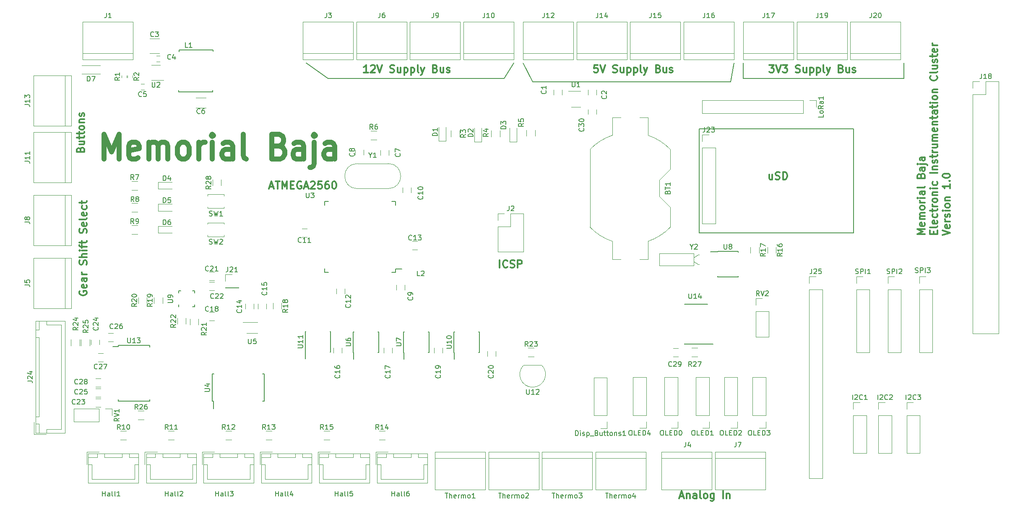
<source format=gbr>
G04 #@! TF.FileFunction,Legend,Top*
%FSLAX46Y46*%
G04 Gerber Fmt 4.6, Leading zero omitted, Abs format (unit mm)*
G04 Created by KiCad (PCBNEW 4.0.7) date 05/05/18 08:32:39*
%MOMM*%
%LPD*%
G01*
G04 APERTURE LIST*
%ADD10C,0.100000*%
%ADD11C,0.300000*%
%ADD12C,1.000000*%
%ADD13C,0.200000*%
%ADD14C,0.120000*%
%ADD15C,0.150000*%
G04 APERTURE END LIST*
D10*
D11*
X227744571Y-91082857D02*
X226244571Y-91082857D01*
X227316000Y-90582857D01*
X226244571Y-90082857D01*
X227744571Y-90082857D01*
X227673143Y-88797143D02*
X227744571Y-88940000D01*
X227744571Y-89225714D01*
X227673143Y-89368571D01*
X227530286Y-89440000D01*
X226958857Y-89440000D01*
X226816000Y-89368571D01*
X226744571Y-89225714D01*
X226744571Y-88940000D01*
X226816000Y-88797143D01*
X226958857Y-88725714D01*
X227101714Y-88725714D01*
X227244571Y-89440000D01*
X227744571Y-88082857D02*
X226744571Y-88082857D01*
X226887429Y-88082857D02*
X226816000Y-88011429D01*
X226744571Y-87868571D01*
X226744571Y-87654286D01*
X226816000Y-87511429D01*
X226958857Y-87440000D01*
X227744571Y-87440000D01*
X226958857Y-87440000D02*
X226816000Y-87368571D01*
X226744571Y-87225714D01*
X226744571Y-87011429D01*
X226816000Y-86868571D01*
X226958857Y-86797143D01*
X227744571Y-86797143D01*
X227744571Y-85868571D02*
X227673143Y-86011429D01*
X227601714Y-86082857D01*
X227458857Y-86154286D01*
X227030286Y-86154286D01*
X226887429Y-86082857D01*
X226816000Y-86011429D01*
X226744571Y-85868571D01*
X226744571Y-85654286D01*
X226816000Y-85511429D01*
X226887429Y-85440000D01*
X227030286Y-85368571D01*
X227458857Y-85368571D01*
X227601714Y-85440000D01*
X227673143Y-85511429D01*
X227744571Y-85654286D01*
X227744571Y-85868571D01*
X227744571Y-84725714D02*
X226744571Y-84725714D01*
X227030286Y-84725714D02*
X226887429Y-84654286D01*
X226816000Y-84582857D01*
X226744571Y-84440000D01*
X226744571Y-84297143D01*
X227744571Y-83797143D02*
X226744571Y-83797143D01*
X226244571Y-83797143D02*
X226316000Y-83868572D01*
X226387429Y-83797143D01*
X226316000Y-83725715D01*
X226244571Y-83797143D01*
X226387429Y-83797143D01*
X227744571Y-82440000D02*
X226958857Y-82440000D01*
X226816000Y-82511429D01*
X226744571Y-82654286D01*
X226744571Y-82940000D01*
X226816000Y-83082857D01*
X227673143Y-82440000D02*
X227744571Y-82582857D01*
X227744571Y-82940000D01*
X227673143Y-83082857D01*
X227530286Y-83154286D01*
X227387429Y-83154286D01*
X227244571Y-83082857D01*
X227173143Y-82940000D01*
X227173143Y-82582857D01*
X227101714Y-82440000D01*
X227744571Y-81511428D02*
X227673143Y-81654286D01*
X227530286Y-81725714D01*
X226244571Y-81725714D01*
X226958857Y-79297143D02*
X227030286Y-79082857D01*
X227101714Y-79011429D01*
X227244571Y-78940000D01*
X227458857Y-78940000D01*
X227601714Y-79011429D01*
X227673143Y-79082857D01*
X227744571Y-79225715D01*
X227744571Y-79797143D01*
X226244571Y-79797143D01*
X226244571Y-79297143D01*
X226316000Y-79154286D01*
X226387429Y-79082857D01*
X226530286Y-79011429D01*
X226673143Y-79011429D01*
X226816000Y-79082857D01*
X226887429Y-79154286D01*
X226958857Y-79297143D01*
X226958857Y-79797143D01*
X227744571Y-77654286D02*
X226958857Y-77654286D01*
X226816000Y-77725715D01*
X226744571Y-77868572D01*
X226744571Y-78154286D01*
X226816000Y-78297143D01*
X227673143Y-77654286D02*
X227744571Y-77797143D01*
X227744571Y-78154286D01*
X227673143Y-78297143D01*
X227530286Y-78368572D01*
X227387429Y-78368572D01*
X227244571Y-78297143D01*
X227173143Y-78154286D01*
X227173143Y-77797143D01*
X227101714Y-77654286D01*
X226744571Y-76940000D02*
X228030286Y-76940000D01*
X228173143Y-77011429D01*
X228244571Y-77154286D01*
X228244571Y-77225714D01*
X226244571Y-76940000D02*
X226316000Y-77011429D01*
X226387429Y-76940000D01*
X226316000Y-76868572D01*
X226244571Y-76940000D01*
X226387429Y-76940000D01*
X227744571Y-75582857D02*
X226958857Y-75582857D01*
X226816000Y-75654286D01*
X226744571Y-75797143D01*
X226744571Y-76082857D01*
X226816000Y-76225714D01*
X227673143Y-75582857D02*
X227744571Y-75725714D01*
X227744571Y-76082857D01*
X227673143Y-76225714D01*
X227530286Y-76297143D01*
X227387429Y-76297143D01*
X227244571Y-76225714D01*
X227173143Y-76082857D01*
X227173143Y-75725714D01*
X227101714Y-75582857D01*
X229508857Y-91082857D02*
X229508857Y-90582857D01*
X230294571Y-90368571D02*
X230294571Y-91082857D01*
X228794571Y-91082857D01*
X228794571Y-90368571D01*
X230294571Y-89511428D02*
X230223143Y-89654286D01*
X230080286Y-89725714D01*
X228794571Y-89725714D01*
X230223143Y-88368572D02*
X230294571Y-88511429D01*
X230294571Y-88797143D01*
X230223143Y-88940000D01*
X230080286Y-89011429D01*
X229508857Y-89011429D01*
X229366000Y-88940000D01*
X229294571Y-88797143D01*
X229294571Y-88511429D01*
X229366000Y-88368572D01*
X229508857Y-88297143D01*
X229651714Y-88297143D01*
X229794571Y-89011429D01*
X230223143Y-87011429D02*
X230294571Y-87154286D01*
X230294571Y-87440000D01*
X230223143Y-87582858D01*
X230151714Y-87654286D01*
X230008857Y-87725715D01*
X229580286Y-87725715D01*
X229437429Y-87654286D01*
X229366000Y-87582858D01*
X229294571Y-87440000D01*
X229294571Y-87154286D01*
X229366000Y-87011429D01*
X229294571Y-86582858D02*
X229294571Y-86011429D01*
X228794571Y-86368572D02*
X230080286Y-86368572D01*
X230223143Y-86297144D01*
X230294571Y-86154286D01*
X230294571Y-86011429D01*
X230294571Y-85511429D02*
X229294571Y-85511429D01*
X229580286Y-85511429D02*
X229437429Y-85440001D01*
X229366000Y-85368572D01*
X229294571Y-85225715D01*
X229294571Y-85082858D01*
X230294571Y-84368572D02*
X230223143Y-84511430D01*
X230151714Y-84582858D01*
X230008857Y-84654287D01*
X229580286Y-84654287D01*
X229437429Y-84582858D01*
X229366000Y-84511430D01*
X229294571Y-84368572D01*
X229294571Y-84154287D01*
X229366000Y-84011430D01*
X229437429Y-83940001D01*
X229580286Y-83868572D01*
X230008857Y-83868572D01*
X230151714Y-83940001D01*
X230223143Y-84011430D01*
X230294571Y-84154287D01*
X230294571Y-84368572D01*
X229294571Y-83225715D02*
X230294571Y-83225715D01*
X229437429Y-83225715D02*
X229366000Y-83154287D01*
X229294571Y-83011429D01*
X229294571Y-82797144D01*
X229366000Y-82654287D01*
X229508857Y-82582858D01*
X230294571Y-82582858D01*
X230294571Y-81868572D02*
X229294571Y-81868572D01*
X228794571Y-81868572D02*
X228866000Y-81940001D01*
X228937429Y-81868572D01*
X228866000Y-81797144D01*
X228794571Y-81868572D01*
X228937429Y-81868572D01*
X230223143Y-80511429D02*
X230294571Y-80654286D01*
X230294571Y-80940000D01*
X230223143Y-81082858D01*
X230151714Y-81154286D01*
X230008857Y-81225715D01*
X229580286Y-81225715D01*
X229437429Y-81154286D01*
X229366000Y-81082858D01*
X229294571Y-80940000D01*
X229294571Y-80654286D01*
X229366000Y-80511429D01*
X230294571Y-78725715D02*
X228794571Y-78725715D01*
X229294571Y-78011429D02*
X230294571Y-78011429D01*
X229437429Y-78011429D02*
X229366000Y-77940001D01*
X229294571Y-77797143D01*
X229294571Y-77582858D01*
X229366000Y-77440001D01*
X229508857Y-77368572D01*
X230294571Y-77368572D01*
X230223143Y-76725715D02*
X230294571Y-76582858D01*
X230294571Y-76297143D01*
X230223143Y-76154286D01*
X230080286Y-76082858D01*
X230008857Y-76082858D01*
X229866000Y-76154286D01*
X229794571Y-76297143D01*
X229794571Y-76511429D01*
X229723143Y-76654286D01*
X229580286Y-76725715D01*
X229508857Y-76725715D01*
X229366000Y-76654286D01*
X229294571Y-76511429D01*
X229294571Y-76297143D01*
X229366000Y-76154286D01*
X229294571Y-75654286D02*
X229294571Y-75082857D01*
X228794571Y-75440000D02*
X230080286Y-75440000D01*
X230223143Y-75368572D01*
X230294571Y-75225714D01*
X230294571Y-75082857D01*
X230294571Y-74582857D02*
X229294571Y-74582857D01*
X229580286Y-74582857D02*
X229437429Y-74511429D01*
X229366000Y-74440000D01*
X229294571Y-74297143D01*
X229294571Y-74154286D01*
X229294571Y-73011429D02*
X230294571Y-73011429D01*
X229294571Y-73654286D02*
X230080286Y-73654286D01*
X230223143Y-73582858D01*
X230294571Y-73440000D01*
X230294571Y-73225715D01*
X230223143Y-73082858D01*
X230151714Y-73011429D01*
X230294571Y-72297143D02*
X229294571Y-72297143D01*
X229437429Y-72297143D02*
X229366000Y-72225715D01*
X229294571Y-72082857D01*
X229294571Y-71868572D01*
X229366000Y-71725715D01*
X229508857Y-71654286D01*
X230294571Y-71654286D01*
X229508857Y-71654286D02*
X229366000Y-71582857D01*
X229294571Y-71440000D01*
X229294571Y-71225715D01*
X229366000Y-71082857D01*
X229508857Y-71011429D01*
X230294571Y-71011429D01*
X230223143Y-69725715D02*
X230294571Y-69868572D01*
X230294571Y-70154286D01*
X230223143Y-70297143D01*
X230080286Y-70368572D01*
X229508857Y-70368572D01*
X229366000Y-70297143D01*
X229294571Y-70154286D01*
X229294571Y-69868572D01*
X229366000Y-69725715D01*
X229508857Y-69654286D01*
X229651714Y-69654286D01*
X229794571Y-70368572D01*
X229294571Y-69011429D02*
X230294571Y-69011429D01*
X229437429Y-69011429D02*
X229366000Y-68940001D01*
X229294571Y-68797143D01*
X229294571Y-68582858D01*
X229366000Y-68440001D01*
X229508857Y-68368572D01*
X230294571Y-68368572D01*
X229294571Y-67868572D02*
X229294571Y-67297143D01*
X228794571Y-67654286D02*
X230080286Y-67654286D01*
X230223143Y-67582858D01*
X230294571Y-67440000D01*
X230294571Y-67297143D01*
X230294571Y-66154286D02*
X229508857Y-66154286D01*
X229366000Y-66225715D01*
X229294571Y-66368572D01*
X229294571Y-66654286D01*
X229366000Y-66797143D01*
X230223143Y-66154286D02*
X230294571Y-66297143D01*
X230294571Y-66654286D01*
X230223143Y-66797143D01*
X230080286Y-66868572D01*
X229937429Y-66868572D01*
X229794571Y-66797143D01*
X229723143Y-66654286D01*
X229723143Y-66297143D01*
X229651714Y-66154286D01*
X229294571Y-65654286D02*
X229294571Y-65082857D01*
X228794571Y-65440000D02*
X230080286Y-65440000D01*
X230223143Y-65368572D01*
X230294571Y-65225714D01*
X230294571Y-65082857D01*
X230294571Y-64582857D02*
X229294571Y-64582857D01*
X228794571Y-64582857D02*
X228866000Y-64654286D01*
X228937429Y-64582857D01*
X228866000Y-64511429D01*
X228794571Y-64582857D01*
X228937429Y-64582857D01*
X230294571Y-63654285D02*
X230223143Y-63797143D01*
X230151714Y-63868571D01*
X230008857Y-63940000D01*
X229580286Y-63940000D01*
X229437429Y-63868571D01*
X229366000Y-63797143D01*
X229294571Y-63654285D01*
X229294571Y-63440000D01*
X229366000Y-63297143D01*
X229437429Y-63225714D01*
X229580286Y-63154285D01*
X230008857Y-63154285D01*
X230151714Y-63225714D01*
X230223143Y-63297143D01*
X230294571Y-63440000D01*
X230294571Y-63654285D01*
X229294571Y-62511428D02*
X230294571Y-62511428D01*
X229437429Y-62511428D02*
X229366000Y-62440000D01*
X229294571Y-62297142D01*
X229294571Y-62082857D01*
X229366000Y-61940000D01*
X229508857Y-61868571D01*
X230294571Y-61868571D01*
X230151714Y-59154285D02*
X230223143Y-59225714D01*
X230294571Y-59440000D01*
X230294571Y-59582857D01*
X230223143Y-59797142D01*
X230080286Y-59940000D01*
X229937429Y-60011428D01*
X229651714Y-60082857D01*
X229437429Y-60082857D01*
X229151714Y-60011428D01*
X229008857Y-59940000D01*
X228866000Y-59797142D01*
X228794571Y-59582857D01*
X228794571Y-59440000D01*
X228866000Y-59225714D01*
X228937429Y-59154285D01*
X230294571Y-58297142D02*
X230223143Y-58440000D01*
X230080286Y-58511428D01*
X228794571Y-58511428D01*
X229294571Y-57082857D02*
X230294571Y-57082857D01*
X229294571Y-57725714D02*
X230080286Y-57725714D01*
X230223143Y-57654286D01*
X230294571Y-57511428D01*
X230294571Y-57297143D01*
X230223143Y-57154286D01*
X230151714Y-57082857D01*
X230223143Y-56440000D02*
X230294571Y-56297143D01*
X230294571Y-56011428D01*
X230223143Y-55868571D01*
X230080286Y-55797143D01*
X230008857Y-55797143D01*
X229866000Y-55868571D01*
X229794571Y-56011428D01*
X229794571Y-56225714D01*
X229723143Y-56368571D01*
X229580286Y-56440000D01*
X229508857Y-56440000D01*
X229366000Y-56368571D01*
X229294571Y-56225714D01*
X229294571Y-56011428D01*
X229366000Y-55868571D01*
X229294571Y-55368571D02*
X229294571Y-54797142D01*
X228794571Y-55154285D02*
X230080286Y-55154285D01*
X230223143Y-55082857D01*
X230294571Y-54939999D01*
X230294571Y-54797142D01*
X230223143Y-53725714D02*
X230294571Y-53868571D01*
X230294571Y-54154285D01*
X230223143Y-54297142D01*
X230080286Y-54368571D01*
X229508857Y-54368571D01*
X229366000Y-54297142D01*
X229294571Y-54154285D01*
X229294571Y-53868571D01*
X229366000Y-53725714D01*
X229508857Y-53654285D01*
X229651714Y-53654285D01*
X229794571Y-54368571D01*
X230294571Y-53011428D02*
X229294571Y-53011428D01*
X229580286Y-53011428D02*
X229437429Y-52940000D01*
X229366000Y-52868571D01*
X229294571Y-52725714D01*
X229294571Y-52582857D01*
X231344571Y-91297143D02*
X232844571Y-90797143D01*
X231344571Y-90297143D01*
X232773143Y-89225715D02*
X232844571Y-89368572D01*
X232844571Y-89654286D01*
X232773143Y-89797143D01*
X232630286Y-89868572D01*
X232058857Y-89868572D01*
X231916000Y-89797143D01*
X231844571Y-89654286D01*
X231844571Y-89368572D01*
X231916000Y-89225715D01*
X232058857Y-89154286D01*
X232201714Y-89154286D01*
X232344571Y-89868572D01*
X232844571Y-88511429D02*
X231844571Y-88511429D01*
X232130286Y-88511429D02*
X231987429Y-88440001D01*
X231916000Y-88368572D01*
X231844571Y-88225715D01*
X231844571Y-88082858D01*
X232773143Y-87654287D02*
X232844571Y-87511430D01*
X232844571Y-87225715D01*
X232773143Y-87082858D01*
X232630286Y-87011430D01*
X232558857Y-87011430D01*
X232416000Y-87082858D01*
X232344571Y-87225715D01*
X232344571Y-87440001D01*
X232273143Y-87582858D01*
X232130286Y-87654287D01*
X232058857Y-87654287D01*
X231916000Y-87582858D01*
X231844571Y-87440001D01*
X231844571Y-87225715D01*
X231916000Y-87082858D01*
X232844571Y-86368572D02*
X231844571Y-86368572D01*
X231344571Y-86368572D02*
X231416000Y-86440001D01*
X231487429Y-86368572D01*
X231416000Y-86297144D01*
X231344571Y-86368572D01*
X231487429Y-86368572D01*
X232844571Y-85440000D02*
X232773143Y-85582858D01*
X232701714Y-85654286D01*
X232558857Y-85725715D01*
X232130286Y-85725715D01*
X231987429Y-85654286D01*
X231916000Y-85582858D01*
X231844571Y-85440000D01*
X231844571Y-85225715D01*
X231916000Y-85082858D01*
X231987429Y-85011429D01*
X232130286Y-84940000D01*
X232558857Y-84940000D01*
X232701714Y-85011429D01*
X232773143Y-85082858D01*
X232844571Y-85225715D01*
X232844571Y-85440000D01*
X231844571Y-84297143D02*
X232844571Y-84297143D01*
X231987429Y-84297143D02*
X231916000Y-84225715D01*
X231844571Y-84082857D01*
X231844571Y-83868572D01*
X231916000Y-83725715D01*
X232058857Y-83654286D01*
X232844571Y-83654286D01*
X232844571Y-81011429D02*
X232844571Y-81868572D01*
X232844571Y-81440000D02*
X231344571Y-81440000D01*
X231558857Y-81582857D01*
X231701714Y-81725715D01*
X231773143Y-81868572D01*
X232701714Y-80368572D02*
X232773143Y-80297144D01*
X232844571Y-80368572D01*
X232773143Y-80440001D01*
X232701714Y-80368572D01*
X232844571Y-80368572D01*
X231344571Y-79368572D02*
X231344571Y-79225715D01*
X231416000Y-79082858D01*
X231487429Y-79011429D01*
X231630286Y-78940000D01*
X231916000Y-78868572D01*
X232273143Y-78868572D01*
X232558857Y-78940000D01*
X232701714Y-79011429D01*
X232773143Y-79082858D01*
X232844571Y-79225715D01*
X232844571Y-79368572D01*
X232773143Y-79511429D01*
X232701714Y-79582858D01*
X232558857Y-79654286D01*
X232273143Y-79725715D01*
X231916000Y-79725715D01*
X231630286Y-79654286D01*
X231487429Y-79582858D01*
X231416000Y-79511429D01*
X231344571Y-79368572D01*
D12*
X62094000Y-75921905D02*
X62094000Y-70921905D01*
X63594000Y-74493333D01*
X65094000Y-70921905D01*
X65094000Y-75921905D01*
X68951142Y-75683810D02*
X68522571Y-75921905D01*
X67665428Y-75921905D01*
X67236857Y-75683810D01*
X67022571Y-75207619D01*
X67022571Y-73302857D01*
X67236857Y-72826667D01*
X67665428Y-72588571D01*
X68522571Y-72588571D01*
X68951142Y-72826667D01*
X69165428Y-73302857D01*
X69165428Y-73779048D01*
X67022571Y-74255238D01*
X71094000Y-75921905D02*
X71094000Y-72588571D01*
X71094000Y-73064762D02*
X71308285Y-72826667D01*
X71736857Y-72588571D01*
X72379714Y-72588571D01*
X72808285Y-72826667D01*
X73022571Y-73302857D01*
X73022571Y-75921905D01*
X73022571Y-73302857D02*
X73236857Y-72826667D01*
X73665428Y-72588571D01*
X74308285Y-72588571D01*
X74736857Y-72826667D01*
X74951142Y-73302857D01*
X74951142Y-75921905D01*
X77736857Y-75921905D02*
X77308285Y-75683810D01*
X77094000Y-75445714D01*
X76879714Y-74969524D01*
X76879714Y-73540952D01*
X77094000Y-73064762D01*
X77308285Y-72826667D01*
X77736857Y-72588571D01*
X78379714Y-72588571D01*
X78808285Y-72826667D01*
X79022571Y-73064762D01*
X79236857Y-73540952D01*
X79236857Y-74969524D01*
X79022571Y-75445714D01*
X78808285Y-75683810D01*
X78379714Y-75921905D01*
X77736857Y-75921905D01*
X81165429Y-75921905D02*
X81165429Y-72588571D01*
X81165429Y-73540952D02*
X81379714Y-73064762D01*
X81594000Y-72826667D01*
X82022571Y-72588571D01*
X82451143Y-72588571D01*
X83951143Y-75921905D02*
X83951143Y-72588571D01*
X83951143Y-70921905D02*
X83736857Y-71160000D01*
X83951143Y-71398095D01*
X84165428Y-71160000D01*
X83951143Y-70921905D01*
X83951143Y-71398095D01*
X88022571Y-75921905D02*
X88022571Y-73302857D01*
X87808285Y-72826667D01*
X87379714Y-72588571D01*
X86522571Y-72588571D01*
X86094000Y-72826667D01*
X88022571Y-75683810D02*
X87594000Y-75921905D01*
X86522571Y-75921905D01*
X86094000Y-75683810D01*
X85879714Y-75207619D01*
X85879714Y-74731429D01*
X86094000Y-74255238D01*
X86522571Y-74017143D01*
X87594000Y-74017143D01*
X88022571Y-73779048D01*
X90808286Y-75921905D02*
X90379714Y-75683810D01*
X90165429Y-75207619D01*
X90165429Y-70921905D01*
X97451143Y-73302857D02*
X98094000Y-73540952D01*
X98308285Y-73779048D01*
X98522571Y-74255238D01*
X98522571Y-74969524D01*
X98308285Y-75445714D01*
X98094000Y-75683810D01*
X97665428Y-75921905D01*
X95951143Y-75921905D01*
X95951143Y-70921905D01*
X97451143Y-70921905D01*
X97879714Y-71160000D01*
X98094000Y-71398095D01*
X98308285Y-71874286D01*
X98308285Y-72350476D01*
X98094000Y-72826667D01*
X97879714Y-73064762D01*
X97451143Y-73302857D01*
X95951143Y-73302857D01*
X102379714Y-75921905D02*
X102379714Y-73302857D01*
X102165428Y-72826667D01*
X101736857Y-72588571D01*
X100879714Y-72588571D01*
X100451143Y-72826667D01*
X102379714Y-75683810D02*
X101951143Y-75921905D01*
X100879714Y-75921905D01*
X100451143Y-75683810D01*
X100236857Y-75207619D01*
X100236857Y-74731429D01*
X100451143Y-74255238D01*
X100879714Y-74017143D01*
X101951143Y-74017143D01*
X102379714Y-73779048D01*
X104522572Y-72588571D02*
X104522572Y-76874286D01*
X104308286Y-77350476D01*
X103879714Y-77588571D01*
X103665429Y-77588571D01*
X104522572Y-70921905D02*
X104308286Y-71160000D01*
X104522572Y-71398095D01*
X104736857Y-71160000D01*
X104522572Y-70921905D01*
X104522572Y-71398095D01*
X108594000Y-75921905D02*
X108594000Y-73302857D01*
X108379714Y-72826667D01*
X107951143Y-72588571D01*
X107094000Y-72588571D01*
X106665429Y-72826667D01*
X108594000Y-75683810D02*
X108165429Y-75921905D01*
X107094000Y-75921905D01*
X106665429Y-75683810D01*
X106451143Y-75207619D01*
X106451143Y-74731429D01*
X106665429Y-74255238D01*
X107094000Y-74017143D01*
X108165429Y-74017143D01*
X108594000Y-73779048D01*
D11*
X178316571Y-144014000D02*
X179030857Y-144014000D01*
X178173714Y-144442571D02*
X178673714Y-142942571D01*
X179173714Y-144442571D01*
X179673714Y-143442571D02*
X179673714Y-144442571D01*
X179673714Y-143585429D02*
X179745142Y-143514000D01*
X179888000Y-143442571D01*
X180102285Y-143442571D01*
X180245142Y-143514000D01*
X180316571Y-143656857D01*
X180316571Y-144442571D01*
X181673714Y-144442571D02*
X181673714Y-143656857D01*
X181602285Y-143514000D01*
X181459428Y-143442571D01*
X181173714Y-143442571D01*
X181030857Y-143514000D01*
X181673714Y-144371143D02*
X181530857Y-144442571D01*
X181173714Y-144442571D01*
X181030857Y-144371143D01*
X180959428Y-144228286D01*
X180959428Y-144085429D01*
X181030857Y-143942571D01*
X181173714Y-143871143D01*
X181530857Y-143871143D01*
X181673714Y-143799714D01*
X182602286Y-144442571D02*
X182459428Y-144371143D01*
X182388000Y-144228286D01*
X182388000Y-142942571D01*
X183388000Y-144442571D02*
X183245142Y-144371143D01*
X183173714Y-144299714D01*
X183102285Y-144156857D01*
X183102285Y-143728286D01*
X183173714Y-143585429D01*
X183245142Y-143514000D01*
X183388000Y-143442571D01*
X183602285Y-143442571D01*
X183745142Y-143514000D01*
X183816571Y-143585429D01*
X183888000Y-143728286D01*
X183888000Y-144156857D01*
X183816571Y-144299714D01*
X183745142Y-144371143D01*
X183602285Y-144442571D01*
X183388000Y-144442571D01*
X185173714Y-143442571D02*
X185173714Y-144656857D01*
X185102285Y-144799714D01*
X185030857Y-144871143D01*
X184888000Y-144942571D01*
X184673714Y-144942571D01*
X184530857Y-144871143D01*
X185173714Y-144371143D02*
X185030857Y-144442571D01*
X184745143Y-144442571D01*
X184602285Y-144371143D01*
X184530857Y-144299714D01*
X184459428Y-144156857D01*
X184459428Y-143728286D01*
X184530857Y-143585429D01*
X184602285Y-143514000D01*
X184745143Y-143442571D01*
X185030857Y-143442571D01*
X185173714Y-143514000D01*
X187030857Y-144442571D02*
X187030857Y-142942571D01*
X187745143Y-143442571D02*
X187745143Y-144442571D01*
X187745143Y-143585429D02*
X187816571Y-143514000D01*
X187959429Y-143442571D01*
X188173714Y-143442571D01*
X188316571Y-143514000D01*
X188388000Y-143656857D01*
X188388000Y-144442571D01*
X57162000Y-102587142D02*
X57090571Y-102729999D01*
X57090571Y-102944285D01*
X57162000Y-103158570D01*
X57304857Y-103301428D01*
X57447714Y-103372856D01*
X57733429Y-103444285D01*
X57947714Y-103444285D01*
X58233429Y-103372856D01*
X58376286Y-103301428D01*
X58519143Y-103158570D01*
X58590571Y-102944285D01*
X58590571Y-102801428D01*
X58519143Y-102587142D01*
X58447714Y-102515713D01*
X57947714Y-102515713D01*
X57947714Y-102801428D01*
X58519143Y-101301428D02*
X58590571Y-101444285D01*
X58590571Y-101729999D01*
X58519143Y-101872856D01*
X58376286Y-101944285D01*
X57804857Y-101944285D01*
X57662000Y-101872856D01*
X57590571Y-101729999D01*
X57590571Y-101444285D01*
X57662000Y-101301428D01*
X57804857Y-101229999D01*
X57947714Y-101229999D01*
X58090571Y-101944285D01*
X58590571Y-99944285D02*
X57804857Y-99944285D01*
X57662000Y-100015714D01*
X57590571Y-100158571D01*
X57590571Y-100444285D01*
X57662000Y-100587142D01*
X58519143Y-99944285D02*
X58590571Y-100087142D01*
X58590571Y-100444285D01*
X58519143Y-100587142D01*
X58376286Y-100658571D01*
X58233429Y-100658571D01*
X58090571Y-100587142D01*
X58019143Y-100444285D01*
X58019143Y-100087142D01*
X57947714Y-99944285D01*
X58590571Y-99229999D02*
X57590571Y-99229999D01*
X57876286Y-99229999D02*
X57733429Y-99158571D01*
X57662000Y-99087142D01*
X57590571Y-98944285D01*
X57590571Y-98801428D01*
X58519143Y-97230000D02*
X58590571Y-97015714D01*
X58590571Y-96658571D01*
X58519143Y-96515714D01*
X58447714Y-96444285D01*
X58304857Y-96372857D01*
X58162000Y-96372857D01*
X58019143Y-96444285D01*
X57947714Y-96515714D01*
X57876286Y-96658571D01*
X57804857Y-96944285D01*
X57733429Y-97087143D01*
X57662000Y-97158571D01*
X57519143Y-97230000D01*
X57376286Y-97230000D01*
X57233429Y-97158571D01*
X57162000Y-97087143D01*
X57090571Y-96944285D01*
X57090571Y-96587143D01*
X57162000Y-96372857D01*
X58590571Y-95730000D02*
X57090571Y-95730000D01*
X58590571Y-95087143D02*
X57804857Y-95087143D01*
X57662000Y-95158572D01*
X57590571Y-95301429D01*
X57590571Y-95515714D01*
X57662000Y-95658572D01*
X57733429Y-95730000D01*
X58590571Y-94372857D02*
X57590571Y-94372857D01*
X57090571Y-94372857D02*
X57162000Y-94444286D01*
X57233429Y-94372857D01*
X57162000Y-94301429D01*
X57090571Y-94372857D01*
X57233429Y-94372857D01*
X57590571Y-93872857D02*
X57590571Y-93301428D01*
X58590571Y-93658571D02*
X57304857Y-93658571D01*
X57162000Y-93587143D01*
X57090571Y-93444285D01*
X57090571Y-93301428D01*
X57590571Y-93015714D02*
X57590571Y-92444285D01*
X57090571Y-92801428D02*
X58376286Y-92801428D01*
X58519143Y-92730000D01*
X58590571Y-92587142D01*
X58590571Y-92444285D01*
X58519143Y-90872857D02*
X58590571Y-90658571D01*
X58590571Y-90301428D01*
X58519143Y-90158571D01*
X58447714Y-90087142D01*
X58304857Y-90015714D01*
X58162000Y-90015714D01*
X58019143Y-90087142D01*
X57947714Y-90158571D01*
X57876286Y-90301428D01*
X57804857Y-90587142D01*
X57733429Y-90730000D01*
X57662000Y-90801428D01*
X57519143Y-90872857D01*
X57376286Y-90872857D01*
X57233429Y-90801428D01*
X57162000Y-90730000D01*
X57090571Y-90587142D01*
X57090571Y-90230000D01*
X57162000Y-90015714D01*
X58519143Y-88801429D02*
X58590571Y-88944286D01*
X58590571Y-89230000D01*
X58519143Y-89372857D01*
X58376286Y-89444286D01*
X57804857Y-89444286D01*
X57662000Y-89372857D01*
X57590571Y-89230000D01*
X57590571Y-88944286D01*
X57662000Y-88801429D01*
X57804857Y-88730000D01*
X57947714Y-88730000D01*
X58090571Y-89444286D01*
X58590571Y-87872857D02*
X58519143Y-88015715D01*
X58376286Y-88087143D01*
X57090571Y-88087143D01*
X58519143Y-86730001D02*
X58590571Y-86872858D01*
X58590571Y-87158572D01*
X58519143Y-87301429D01*
X58376286Y-87372858D01*
X57804857Y-87372858D01*
X57662000Y-87301429D01*
X57590571Y-87158572D01*
X57590571Y-86872858D01*
X57662000Y-86730001D01*
X57804857Y-86658572D01*
X57947714Y-86658572D01*
X58090571Y-87372858D01*
X58519143Y-85372858D02*
X58590571Y-85515715D01*
X58590571Y-85801429D01*
X58519143Y-85944287D01*
X58447714Y-86015715D01*
X58304857Y-86087144D01*
X57876286Y-86087144D01*
X57733429Y-86015715D01*
X57662000Y-85944287D01*
X57590571Y-85801429D01*
X57590571Y-85515715D01*
X57662000Y-85372858D01*
X57590571Y-84944287D02*
X57590571Y-84372858D01*
X57090571Y-84730001D02*
X58376286Y-84730001D01*
X58519143Y-84658573D01*
X58590571Y-84515715D01*
X58590571Y-84372858D01*
X57296857Y-74004857D02*
X57368286Y-73790571D01*
X57439714Y-73719143D01*
X57582571Y-73647714D01*
X57796857Y-73647714D01*
X57939714Y-73719143D01*
X58011143Y-73790571D01*
X58082571Y-73933429D01*
X58082571Y-74504857D01*
X56582571Y-74504857D01*
X56582571Y-74004857D01*
X56654000Y-73862000D01*
X56725429Y-73790571D01*
X56868286Y-73719143D01*
X57011143Y-73719143D01*
X57154000Y-73790571D01*
X57225429Y-73862000D01*
X57296857Y-74004857D01*
X57296857Y-74504857D01*
X57082571Y-72362000D02*
X58082571Y-72362000D01*
X57082571Y-73004857D02*
X57868286Y-73004857D01*
X58011143Y-72933429D01*
X58082571Y-72790571D01*
X58082571Y-72576286D01*
X58011143Y-72433429D01*
X57939714Y-72362000D01*
X57082571Y-71862000D02*
X57082571Y-71290571D01*
X56582571Y-71647714D02*
X57868286Y-71647714D01*
X58011143Y-71576286D01*
X58082571Y-71433428D01*
X58082571Y-71290571D01*
X57082571Y-71004857D02*
X57082571Y-70433428D01*
X56582571Y-70790571D02*
X57868286Y-70790571D01*
X58011143Y-70719143D01*
X58082571Y-70576285D01*
X58082571Y-70433428D01*
X58082571Y-69719142D02*
X58011143Y-69862000D01*
X57939714Y-69933428D01*
X57796857Y-70004857D01*
X57368286Y-70004857D01*
X57225429Y-69933428D01*
X57154000Y-69862000D01*
X57082571Y-69719142D01*
X57082571Y-69504857D01*
X57154000Y-69362000D01*
X57225429Y-69290571D01*
X57368286Y-69219142D01*
X57796857Y-69219142D01*
X57939714Y-69290571D01*
X58011143Y-69362000D01*
X58082571Y-69504857D01*
X58082571Y-69719142D01*
X57082571Y-68576285D02*
X58082571Y-68576285D01*
X57225429Y-68576285D02*
X57154000Y-68504857D01*
X57082571Y-68361999D01*
X57082571Y-68147714D01*
X57154000Y-68004857D01*
X57296857Y-67933428D01*
X58082571Y-67933428D01*
X58011143Y-67290571D02*
X58082571Y-67147714D01*
X58082571Y-66861999D01*
X58011143Y-66719142D01*
X57868286Y-66647714D01*
X57796857Y-66647714D01*
X57654000Y-66719142D01*
X57582571Y-66861999D01*
X57582571Y-67076285D01*
X57511143Y-67219142D01*
X57368286Y-67290571D01*
X57296857Y-67290571D01*
X57154000Y-67219142D01*
X57082571Y-67076285D01*
X57082571Y-66861999D01*
X57154000Y-66719142D01*
D13*
X107315000Y-59690000D02*
X102870000Y-56515000D01*
X142875000Y-59690000D02*
X107315000Y-59690000D01*
X144780000Y-56515000D02*
X142875000Y-59690000D01*
X148590000Y-60325000D02*
X146685000Y-56515000D01*
X188595000Y-60325000D02*
X148590000Y-60325000D01*
X189230000Y-56515000D02*
X188595000Y-60325000D01*
X223520000Y-59690000D02*
X223520000Y-56515000D01*
X222250000Y-59690000D02*
X223520000Y-59690000D01*
X191135000Y-59690000D02*
X222250000Y-59690000D01*
X191135000Y-56515000D02*
X191135000Y-59690000D01*
D11*
X196355001Y-56963571D02*
X197283572Y-56963571D01*
X196783572Y-57535000D01*
X196997858Y-57535000D01*
X197140715Y-57606429D01*
X197212144Y-57677857D01*
X197283572Y-57820714D01*
X197283572Y-58177857D01*
X197212144Y-58320714D01*
X197140715Y-58392143D01*
X196997858Y-58463571D01*
X196569286Y-58463571D01*
X196426429Y-58392143D01*
X196355001Y-58320714D01*
X197712143Y-56963571D02*
X198212143Y-58463571D01*
X198712143Y-56963571D01*
X199069286Y-56963571D02*
X199997857Y-56963571D01*
X199497857Y-57535000D01*
X199712143Y-57535000D01*
X199855000Y-57606429D01*
X199926429Y-57677857D01*
X199997857Y-57820714D01*
X199997857Y-58177857D01*
X199926429Y-58320714D01*
X199855000Y-58392143D01*
X199712143Y-58463571D01*
X199283571Y-58463571D01*
X199140714Y-58392143D01*
X199069286Y-58320714D01*
X201712142Y-58392143D02*
X201926428Y-58463571D01*
X202283571Y-58463571D01*
X202426428Y-58392143D01*
X202497857Y-58320714D01*
X202569285Y-58177857D01*
X202569285Y-58035000D01*
X202497857Y-57892143D01*
X202426428Y-57820714D01*
X202283571Y-57749286D01*
X201997857Y-57677857D01*
X201854999Y-57606429D01*
X201783571Y-57535000D01*
X201712142Y-57392143D01*
X201712142Y-57249286D01*
X201783571Y-57106429D01*
X201854999Y-57035000D01*
X201997857Y-56963571D01*
X202354999Y-56963571D01*
X202569285Y-57035000D01*
X203854999Y-57463571D02*
X203854999Y-58463571D01*
X203212142Y-57463571D02*
X203212142Y-58249286D01*
X203283570Y-58392143D01*
X203426428Y-58463571D01*
X203640713Y-58463571D01*
X203783570Y-58392143D01*
X203854999Y-58320714D01*
X204569285Y-57463571D02*
X204569285Y-58963571D01*
X204569285Y-57535000D02*
X204712142Y-57463571D01*
X204997856Y-57463571D01*
X205140713Y-57535000D01*
X205212142Y-57606429D01*
X205283571Y-57749286D01*
X205283571Y-58177857D01*
X205212142Y-58320714D01*
X205140713Y-58392143D01*
X204997856Y-58463571D01*
X204712142Y-58463571D01*
X204569285Y-58392143D01*
X205926428Y-57463571D02*
X205926428Y-58963571D01*
X205926428Y-57535000D02*
X206069285Y-57463571D01*
X206354999Y-57463571D01*
X206497856Y-57535000D01*
X206569285Y-57606429D01*
X206640714Y-57749286D01*
X206640714Y-58177857D01*
X206569285Y-58320714D01*
X206497856Y-58392143D01*
X206354999Y-58463571D01*
X206069285Y-58463571D01*
X205926428Y-58392143D01*
X207497857Y-58463571D02*
X207354999Y-58392143D01*
X207283571Y-58249286D01*
X207283571Y-56963571D01*
X207926428Y-57463571D02*
X208283571Y-58463571D01*
X208640713Y-57463571D02*
X208283571Y-58463571D01*
X208140713Y-58820714D01*
X208069285Y-58892143D01*
X207926428Y-58963571D01*
X210854999Y-57677857D02*
X211069285Y-57749286D01*
X211140713Y-57820714D01*
X211212142Y-57963571D01*
X211212142Y-58177857D01*
X211140713Y-58320714D01*
X211069285Y-58392143D01*
X210926427Y-58463571D01*
X210354999Y-58463571D01*
X210354999Y-56963571D01*
X210854999Y-56963571D01*
X210997856Y-57035000D01*
X211069285Y-57106429D01*
X211140713Y-57249286D01*
X211140713Y-57392143D01*
X211069285Y-57535000D01*
X210997856Y-57606429D01*
X210854999Y-57677857D01*
X210354999Y-57677857D01*
X212497856Y-57463571D02*
X212497856Y-58463571D01*
X211854999Y-57463571D02*
X211854999Y-58249286D01*
X211926427Y-58392143D01*
X212069285Y-58463571D01*
X212283570Y-58463571D01*
X212426427Y-58392143D01*
X212497856Y-58320714D01*
X213140713Y-58392143D02*
X213283570Y-58463571D01*
X213569285Y-58463571D01*
X213712142Y-58392143D01*
X213783570Y-58249286D01*
X213783570Y-58177857D01*
X213712142Y-58035000D01*
X213569285Y-57963571D01*
X213354999Y-57963571D01*
X213212142Y-57892143D01*
X213140713Y-57749286D01*
X213140713Y-57677857D01*
X213212142Y-57535000D01*
X213354999Y-57463571D01*
X213569285Y-57463571D01*
X213712142Y-57535000D01*
X161731430Y-56963571D02*
X161017144Y-56963571D01*
X160945715Y-57677857D01*
X161017144Y-57606429D01*
X161160001Y-57535000D01*
X161517144Y-57535000D01*
X161660001Y-57606429D01*
X161731430Y-57677857D01*
X161802858Y-57820714D01*
X161802858Y-58177857D01*
X161731430Y-58320714D01*
X161660001Y-58392143D01*
X161517144Y-58463571D01*
X161160001Y-58463571D01*
X161017144Y-58392143D01*
X160945715Y-58320714D01*
X162231429Y-56963571D02*
X162731429Y-58463571D01*
X163231429Y-56963571D01*
X164802857Y-58392143D02*
X165017143Y-58463571D01*
X165374286Y-58463571D01*
X165517143Y-58392143D01*
X165588572Y-58320714D01*
X165660000Y-58177857D01*
X165660000Y-58035000D01*
X165588572Y-57892143D01*
X165517143Y-57820714D01*
X165374286Y-57749286D01*
X165088572Y-57677857D01*
X164945714Y-57606429D01*
X164874286Y-57535000D01*
X164802857Y-57392143D01*
X164802857Y-57249286D01*
X164874286Y-57106429D01*
X164945714Y-57035000D01*
X165088572Y-56963571D01*
X165445714Y-56963571D01*
X165660000Y-57035000D01*
X166945714Y-57463571D02*
X166945714Y-58463571D01*
X166302857Y-57463571D02*
X166302857Y-58249286D01*
X166374285Y-58392143D01*
X166517143Y-58463571D01*
X166731428Y-58463571D01*
X166874285Y-58392143D01*
X166945714Y-58320714D01*
X167660000Y-57463571D02*
X167660000Y-58963571D01*
X167660000Y-57535000D02*
X167802857Y-57463571D01*
X168088571Y-57463571D01*
X168231428Y-57535000D01*
X168302857Y-57606429D01*
X168374286Y-57749286D01*
X168374286Y-58177857D01*
X168302857Y-58320714D01*
X168231428Y-58392143D01*
X168088571Y-58463571D01*
X167802857Y-58463571D01*
X167660000Y-58392143D01*
X169017143Y-57463571D02*
X169017143Y-58963571D01*
X169017143Y-57535000D02*
X169160000Y-57463571D01*
X169445714Y-57463571D01*
X169588571Y-57535000D01*
X169660000Y-57606429D01*
X169731429Y-57749286D01*
X169731429Y-58177857D01*
X169660000Y-58320714D01*
X169588571Y-58392143D01*
X169445714Y-58463571D01*
X169160000Y-58463571D01*
X169017143Y-58392143D01*
X170588572Y-58463571D02*
X170445714Y-58392143D01*
X170374286Y-58249286D01*
X170374286Y-56963571D01*
X171017143Y-57463571D02*
X171374286Y-58463571D01*
X171731428Y-57463571D02*
X171374286Y-58463571D01*
X171231428Y-58820714D01*
X171160000Y-58892143D01*
X171017143Y-58963571D01*
X173945714Y-57677857D02*
X174160000Y-57749286D01*
X174231428Y-57820714D01*
X174302857Y-57963571D01*
X174302857Y-58177857D01*
X174231428Y-58320714D01*
X174160000Y-58392143D01*
X174017142Y-58463571D01*
X173445714Y-58463571D01*
X173445714Y-56963571D01*
X173945714Y-56963571D01*
X174088571Y-57035000D01*
X174160000Y-57106429D01*
X174231428Y-57249286D01*
X174231428Y-57392143D01*
X174160000Y-57535000D01*
X174088571Y-57606429D01*
X173945714Y-57677857D01*
X173445714Y-57677857D01*
X175588571Y-57463571D02*
X175588571Y-58463571D01*
X174945714Y-57463571D02*
X174945714Y-58249286D01*
X175017142Y-58392143D01*
X175160000Y-58463571D01*
X175374285Y-58463571D01*
X175517142Y-58392143D01*
X175588571Y-58320714D01*
X176231428Y-58392143D02*
X176374285Y-58463571D01*
X176660000Y-58463571D01*
X176802857Y-58392143D01*
X176874285Y-58249286D01*
X176874285Y-58177857D01*
X176802857Y-58035000D01*
X176660000Y-57963571D01*
X176445714Y-57963571D01*
X176302857Y-57892143D01*
X176231428Y-57749286D01*
X176231428Y-57677857D01*
X176302857Y-57535000D01*
X176445714Y-57463571D01*
X176660000Y-57463571D01*
X176802857Y-57535000D01*
X115368572Y-58463571D02*
X114511429Y-58463571D01*
X114940001Y-58463571D02*
X114940001Y-56963571D01*
X114797144Y-57177857D01*
X114654286Y-57320714D01*
X114511429Y-57392143D01*
X115940000Y-57106429D02*
X116011429Y-57035000D01*
X116154286Y-56963571D01*
X116511429Y-56963571D01*
X116654286Y-57035000D01*
X116725715Y-57106429D01*
X116797143Y-57249286D01*
X116797143Y-57392143D01*
X116725715Y-57606429D01*
X115868572Y-58463571D01*
X116797143Y-58463571D01*
X117225714Y-56963571D02*
X117725714Y-58463571D01*
X118225714Y-56963571D01*
X119797142Y-58392143D02*
X120011428Y-58463571D01*
X120368571Y-58463571D01*
X120511428Y-58392143D01*
X120582857Y-58320714D01*
X120654285Y-58177857D01*
X120654285Y-58035000D01*
X120582857Y-57892143D01*
X120511428Y-57820714D01*
X120368571Y-57749286D01*
X120082857Y-57677857D01*
X119939999Y-57606429D01*
X119868571Y-57535000D01*
X119797142Y-57392143D01*
X119797142Y-57249286D01*
X119868571Y-57106429D01*
X119939999Y-57035000D01*
X120082857Y-56963571D01*
X120439999Y-56963571D01*
X120654285Y-57035000D01*
X121939999Y-57463571D02*
X121939999Y-58463571D01*
X121297142Y-57463571D02*
X121297142Y-58249286D01*
X121368570Y-58392143D01*
X121511428Y-58463571D01*
X121725713Y-58463571D01*
X121868570Y-58392143D01*
X121939999Y-58320714D01*
X122654285Y-57463571D02*
X122654285Y-58963571D01*
X122654285Y-57535000D02*
X122797142Y-57463571D01*
X123082856Y-57463571D01*
X123225713Y-57535000D01*
X123297142Y-57606429D01*
X123368571Y-57749286D01*
X123368571Y-58177857D01*
X123297142Y-58320714D01*
X123225713Y-58392143D01*
X123082856Y-58463571D01*
X122797142Y-58463571D01*
X122654285Y-58392143D01*
X124011428Y-57463571D02*
X124011428Y-58963571D01*
X124011428Y-57535000D02*
X124154285Y-57463571D01*
X124439999Y-57463571D01*
X124582856Y-57535000D01*
X124654285Y-57606429D01*
X124725714Y-57749286D01*
X124725714Y-58177857D01*
X124654285Y-58320714D01*
X124582856Y-58392143D01*
X124439999Y-58463571D01*
X124154285Y-58463571D01*
X124011428Y-58392143D01*
X125582857Y-58463571D02*
X125439999Y-58392143D01*
X125368571Y-58249286D01*
X125368571Y-56963571D01*
X126011428Y-57463571D02*
X126368571Y-58463571D01*
X126725713Y-57463571D02*
X126368571Y-58463571D01*
X126225713Y-58820714D01*
X126154285Y-58892143D01*
X126011428Y-58963571D01*
X128939999Y-57677857D02*
X129154285Y-57749286D01*
X129225713Y-57820714D01*
X129297142Y-57963571D01*
X129297142Y-58177857D01*
X129225713Y-58320714D01*
X129154285Y-58392143D01*
X129011427Y-58463571D01*
X128439999Y-58463571D01*
X128439999Y-56963571D01*
X128939999Y-56963571D01*
X129082856Y-57035000D01*
X129154285Y-57106429D01*
X129225713Y-57249286D01*
X129225713Y-57392143D01*
X129154285Y-57535000D01*
X129082856Y-57606429D01*
X128939999Y-57677857D01*
X128439999Y-57677857D01*
X130582856Y-57463571D02*
X130582856Y-58463571D01*
X129939999Y-57463571D02*
X129939999Y-58249286D01*
X130011427Y-58392143D01*
X130154285Y-58463571D01*
X130368570Y-58463571D01*
X130511427Y-58392143D01*
X130582856Y-58320714D01*
X131225713Y-58392143D02*
X131368570Y-58463571D01*
X131654285Y-58463571D01*
X131797142Y-58392143D01*
X131868570Y-58249286D01*
X131868570Y-58177857D01*
X131797142Y-58035000D01*
X131654285Y-57963571D01*
X131439999Y-57963571D01*
X131297142Y-57892143D01*
X131225713Y-57749286D01*
X131225713Y-57677857D01*
X131297142Y-57535000D01*
X131439999Y-57463571D01*
X131654285Y-57463571D01*
X131797142Y-57535000D01*
X95520715Y-81530000D02*
X96235001Y-81530000D01*
X95377858Y-81958571D02*
X95877858Y-80458571D01*
X96377858Y-81958571D01*
X96663572Y-80458571D02*
X97520715Y-80458571D01*
X97092144Y-81958571D02*
X97092144Y-80458571D01*
X98020715Y-81958571D02*
X98020715Y-80458571D01*
X98520715Y-81530000D01*
X99020715Y-80458571D01*
X99020715Y-81958571D01*
X99735001Y-81172857D02*
X100235001Y-81172857D01*
X100449287Y-81958571D02*
X99735001Y-81958571D01*
X99735001Y-80458571D01*
X100449287Y-80458571D01*
X101877858Y-80530000D02*
X101735001Y-80458571D01*
X101520715Y-80458571D01*
X101306430Y-80530000D01*
X101163572Y-80672857D01*
X101092144Y-80815714D01*
X101020715Y-81101429D01*
X101020715Y-81315714D01*
X101092144Y-81601429D01*
X101163572Y-81744286D01*
X101306430Y-81887143D01*
X101520715Y-81958571D01*
X101663572Y-81958571D01*
X101877858Y-81887143D01*
X101949287Y-81815714D01*
X101949287Y-81315714D01*
X101663572Y-81315714D01*
X102520715Y-81530000D02*
X103235001Y-81530000D01*
X102377858Y-81958571D02*
X102877858Y-80458571D01*
X103377858Y-81958571D01*
X103806429Y-80601429D02*
X103877858Y-80530000D01*
X104020715Y-80458571D01*
X104377858Y-80458571D01*
X104520715Y-80530000D01*
X104592144Y-80601429D01*
X104663572Y-80744286D01*
X104663572Y-80887143D01*
X104592144Y-81101429D01*
X103735001Y-81958571D01*
X104663572Y-81958571D01*
X106020715Y-80458571D02*
X105306429Y-80458571D01*
X105235000Y-81172857D01*
X105306429Y-81101429D01*
X105449286Y-81030000D01*
X105806429Y-81030000D01*
X105949286Y-81101429D01*
X106020715Y-81172857D01*
X106092143Y-81315714D01*
X106092143Y-81672857D01*
X106020715Y-81815714D01*
X105949286Y-81887143D01*
X105806429Y-81958571D01*
X105449286Y-81958571D01*
X105306429Y-81887143D01*
X105235000Y-81815714D01*
X107377857Y-80458571D02*
X107092143Y-80458571D01*
X106949286Y-80530000D01*
X106877857Y-80601429D01*
X106735000Y-80815714D01*
X106663571Y-81101429D01*
X106663571Y-81672857D01*
X106735000Y-81815714D01*
X106806428Y-81887143D01*
X106949286Y-81958571D01*
X107235000Y-81958571D01*
X107377857Y-81887143D01*
X107449286Y-81815714D01*
X107520714Y-81672857D01*
X107520714Y-81315714D01*
X107449286Y-81172857D01*
X107377857Y-81101429D01*
X107235000Y-81030000D01*
X106949286Y-81030000D01*
X106806428Y-81101429D01*
X106735000Y-81172857D01*
X106663571Y-81315714D01*
X108449285Y-80458571D02*
X108592142Y-80458571D01*
X108734999Y-80530000D01*
X108806428Y-80601429D01*
X108877857Y-80744286D01*
X108949285Y-81030000D01*
X108949285Y-81387143D01*
X108877857Y-81672857D01*
X108806428Y-81815714D01*
X108734999Y-81887143D01*
X108592142Y-81958571D01*
X108449285Y-81958571D01*
X108306428Y-81887143D01*
X108234999Y-81815714D01*
X108163571Y-81672857D01*
X108092142Y-81387143D01*
X108092142Y-81030000D01*
X108163571Y-80744286D01*
X108234999Y-80601429D01*
X108306428Y-80530000D01*
X108449285Y-80458571D01*
X141930715Y-97833571D02*
X141930715Y-96333571D01*
X143502144Y-97690714D02*
X143430715Y-97762143D01*
X143216429Y-97833571D01*
X143073572Y-97833571D01*
X142859287Y-97762143D01*
X142716429Y-97619286D01*
X142645001Y-97476429D01*
X142573572Y-97190714D01*
X142573572Y-96976429D01*
X142645001Y-96690714D01*
X142716429Y-96547857D01*
X142859287Y-96405000D01*
X143073572Y-96333571D01*
X143216429Y-96333571D01*
X143430715Y-96405000D01*
X143502144Y-96476429D01*
X144073572Y-97762143D02*
X144287858Y-97833571D01*
X144645001Y-97833571D01*
X144787858Y-97762143D01*
X144859287Y-97690714D01*
X144930715Y-97547857D01*
X144930715Y-97405000D01*
X144859287Y-97262143D01*
X144787858Y-97190714D01*
X144645001Y-97119286D01*
X144359287Y-97047857D01*
X144216429Y-96976429D01*
X144145001Y-96905000D01*
X144073572Y-96762143D01*
X144073572Y-96619286D01*
X144145001Y-96476429D01*
X144216429Y-96405000D01*
X144359287Y-96333571D01*
X144716429Y-96333571D01*
X144930715Y-96405000D01*
X145573572Y-97833571D02*
X145573572Y-96333571D01*
X146145000Y-96333571D01*
X146287858Y-96405000D01*
X146359286Y-96476429D01*
X146430715Y-96619286D01*
X146430715Y-96833571D01*
X146359286Y-96976429D01*
X146287858Y-97047857D01*
X146145000Y-97119286D01*
X145573572Y-97119286D01*
X196977143Y-79053571D02*
X196977143Y-80053571D01*
X196334286Y-79053571D02*
X196334286Y-79839286D01*
X196405714Y-79982143D01*
X196548572Y-80053571D01*
X196762857Y-80053571D01*
X196905714Y-79982143D01*
X196977143Y-79910714D01*
X197620000Y-79982143D02*
X197834286Y-80053571D01*
X198191429Y-80053571D01*
X198334286Y-79982143D01*
X198405715Y-79910714D01*
X198477143Y-79767857D01*
X198477143Y-79625000D01*
X198405715Y-79482143D01*
X198334286Y-79410714D01*
X198191429Y-79339286D01*
X197905715Y-79267857D01*
X197762857Y-79196429D01*
X197691429Y-79125000D01*
X197620000Y-78982143D01*
X197620000Y-78839286D01*
X197691429Y-78696429D01*
X197762857Y-78625000D01*
X197905715Y-78553571D01*
X198262857Y-78553571D01*
X198477143Y-78625000D01*
X199120000Y-80053571D02*
X199120000Y-78553571D01*
X199477143Y-78553571D01*
X199691428Y-78625000D01*
X199834286Y-78767857D01*
X199905714Y-78910714D01*
X199977143Y-79196429D01*
X199977143Y-79410714D01*
X199905714Y-79696429D01*
X199834286Y-79839286D01*
X199691428Y-79982143D01*
X199477143Y-80053571D01*
X199120000Y-80053571D01*
D13*
X213360000Y-69850000D02*
X213360000Y-90805000D01*
X182245000Y-69850000D02*
X213360000Y-69850000D01*
X182245000Y-90805000D02*
X213360000Y-90805000D01*
X182245000Y-69850000D02*
X182245000Y-90805000D01*
D14*
X213935000Y-114995000D02*
X216595000Y-114995000D01*
X213935000Y-102235000D02*
X213935000Y-114995000D01*
X216595000Y-102235000D02*
X216595000Y-114995000D01*
X213935000Y-102235000D02*
X216595000Y-102235000D01*
X213935000Y-100965000D02*
X213935000Y-99635000D01*
X213935000Y-99635000D02*
X215265000Y-99635000D01*
X237430000Y-111185000D02*
X242630000Y-111185000D01*
X237430000Y-62865000D02*
X237430000Y-111185000D01*
X242630000Y-60265000D02*
X242630000Y-111185000D01*
X237430000Y-62865000D02*
X240030000Y-62865000D01*
X240030000Y-62865000D02*
X240030000Y-60265000D01*
X240030000Y-60265000D02*
X242630000Y-60265000D01*
X237430000Y-61595000D02*
X237430000Y-60265000D01*
X237430000Y-60265000D02*
X238760000Y-60265000D01*
X204410000Y-140395000D02*
X207070000Y-140395000D01*
X204410000Y-102235000D02*
X204410000Y-140395000D01*
X207070000Y-102235000D02*
X207070000Y-140395000D01*
X204410000Y-102235000D02*
X207070000Y-102235000D01*
X204410000Y-100965000D02*
X204410000Y-99635000D01*
X204410000Y-99635000D02*
X205740000Y-99635000D01*
X76231000Y-132579000D02*
X75031000Y-132579000D01*
X75031000Y-130819000D02*
X76231000Y-130819000D01*
X176386789Y-89685370D02*
G75*
G02X171885000Y-92532000I-8111789J7845370D01*
G01*
X160163211Y-73994630D02*
G75*
G02X164665000Y-71148000I8111789J-7845370D01*
G01*
X176386789Y-73994630D02*
G75*
G03X171885000Y-71148000I-8111789J-7845370D01*
G01*
X160163211Y-89685370D02*
G75*
G03X164665000Y-92532000I8111789J7845370D01*
G01*
X170175000Y-96150000D02*
X171885000Y-96150000D01*
X171885000Y-92532000D02*
X171885000Y-96150000D01*
X176385000Y-85700000D02*
X176385000Y-89687300D01*
X174185000Y-83500000D02*
X176385000Y-85700000D01*
X174185000Y-80180000D02*
X174185000Y-83500000D01*
X174185000Y-80180000D02*
X176385000Y-77980000D01*
X176385000Y-73992700D02*
X176385000Y-77980000D01*
X170175000Y-67530000D02*
X171885000Y-67530000D01*
X171885000Y-67530000D02*
X171885000Y-71148000D01*
X164665000Y-71148000D02*
X164665000Y-67530000D01*
X166375000Y-67530000D02*
X164665000Y-67530000D01*
X160165000Y-89687300D02*
X160165000Y-73992700D01*
X166375000Y-96150000D02*
X164665000Y-96150000D01*
X164665000Y-96150000D02*
X164665000Y-92532000D01*
X71254474Y-54609126D02*
X73254474Y-54609126D01*
X73254474Y-51649126D02*
X71254474Y-51649126D01*
X72654474Y-55069126D02*
X73354474Y-55069126D01*
X73354474Y-56269126D02*
X72654474Y-56269126D01*
X69479474Y-60784126D02*
X70179474Y-60784126D01*
X70179474Y-61984126D02*
X69479474Y-61984126D01*
X80604474Y-65579126D02*
X82604474Y-65579126D01*
X82604474Y-63539126D02*
X80604474Y-63539126D01*
X117895000Y-74160000D02*
X117895000Y-75160000D01*
X119595000Y-75160000D02*
X119595000Y-74160000D01*
X112815000Y-74065000D02*
X112815000Y-75065000D01*
X114515000Y-75065000D02*
X114515000Y-74065000D01*
X122770000Y-102370000D02*
X122770000Y-101370000D01*
X121070000Y-101370000D02*
X121070000Y-102370000D01*
X122340000Y-81685000D02*
X122340000Y-82685000D01*
X124040000Y-82685000D02*
X124040000Y-81685000D01*
X102005000Y-91655000D02*
X103005000Y-91655000D01*
X103005000Y-89955000D02*
X102005000Y-89955000D01*
X110705000Y-103100000D02*
X110705000Y-102100000D01*
X109005000Y-102100000D02*
X109005000Y-103100000D01*
X125325000Y-92495000D02*
X124325000Y-92495000D01*
X124325000Y-94195000D02*
X125325000Y-94195000D01*
X92290000Y-106180000D02*
X92290000Y-105180000D01*
X90590000Y-105180000D02*
X90590000Y-106180000D01*
X93130000Y-105180000D02*
X93130000Y-106180000D01*
X94830000Y-106180000D02*
X94830000Y-105180000D01*
X108370000Y-114070000D02*
X108370000Y-115070000D01*
X110070000Y-115070000D02*
X110070000Y-114070000D01*
X118530000Y-114070000D02*
X118530000Y-115070000D01*
X120230000Y-115070000D02*
X120230000Y-114070000D01*
X84304000Y-106846000D02*
X83304000Y-106846000D01*
X83304000Y-108546000D02*
X84304000Y-108546000D01*
X128690000Y-114070000D02*
X128690000Y-115070000D01*
X130390000Y-115070000D02*
X130390000Y-114070000D01*
X139485000Y-114705000D02*
X139485000Y-115705000D01*
X141185000Y-115705000D02*
X141185000Y-114705000D01*
X84304000Y-98718000D02*
X83304000Y-98718000D01*
X83304000Y-100418000D02*
X84304000Y-100418000D01*
X84304000Y-100750000D02*
X83304000Y-100750000D01*
X83304000Y-102450000D02*
X84304000Y-102450000D01*
X60349000Y-125945000D02*
X61349000Y-125945000D01*
X61349000Y-124245000D02*
X60349000Y-124245000D01*
X59475000Y-112387000D02*
X59475000Y-113387000D01*
X61175000Y-113387000D02*
X61175000Y-112387000D01*
X60349000Y-123913000D02*
X61349000Y-123913000D01*
X61349000Y-122213000D02*
X60349000Y-122213000D01*
X62889000Y-112737000D02*
X63889000Y-112737000D01*
X63889000Y-111037000D02*
X62889000Y-111037000D01*
X60857000Y-116801000D02*
X61857000Y-116801000D01*
X61857000Y-115101000D02*
X60857000Y-115101000D01*
X60349000Y-121881000D02*
X61349000Y-121881000D01*
X61349000Y-120181000D02*
X60349000Y-120181000D01*
X177935000Y-114085000D02*
X176935000Y-114085000D01*
X176935000Y-115785000D02*
X177935000Y-115785000D01*
X129645000Y-72285000D02*
X131045000Y-72285000D01*
X131045000Y-72285000D02*
X131045000Y-69485000D01*
X129645000Y-72285000D02*
X129645000Y-69485000D01*
X136841000Y-72455000D02*
X138241000Y-72455000D01*
X138241000Y-72455000D02*
X138241000Y-69655000D01*
X136841000Y-72455000D02*
X136841000Y-69655000D01*
X143953000Y-72455000D02*
X145353000Y-72455000D01*
X145353000Y-72455000D02*
X145353000Y-69655000D01*
X143953000Y-72455000D02*
X143953000Y-69655000D01*
X72960000Y-80580000D02*
X72960000Y-81980000D01*
X72960000Y-81980000D02*
X75760000Y-81980000D01*
X72960000Y-80580000D02*
X75760000Y-80580000D01*
X72960000Y-85025000D02*
X72960000Y-86425000D01*
X72960000Y-86425000D02*
X75760000Y-86425000D01*
X72960000Y-85025000D02*
X75760000Y-85025000D01*
X72960000Y-89470000D02*
X72960000Y-90870000D01*
X72960000Y-90870000D02*
X75760000Y-90870000D01*
X72960000Y-89470000D02*
X75760000Y-89470000D01*
X163608552Y-120012892D02*
X160948552Y-120012892D01*
X163608552Y-127692892D02*
X163608552Y-120012892D01*
X160948552Y-127692892D02*
X160948552Y-120012892D01*
X163608552Y-127692892D02*
X160948552Y-127692892D01*
X163608552Y-128962892D02*
X163608552Y-130292892D01*
X163608552Y-130292892D02*
X162278552Y-130292892D01*
X58871000Y-135345000D02*
X58871000Y-141295000D01*
X58871000Y-141295000D02*
X68971000Y-141295000D01*
X68971000Y-141295000D02*
X68971000Y-135345000D01*
X68971000Y-135345000D02*
X58871000Y-135345000D01*
X62171000Y-135345000D02*
X62171000Y-136095000D01*
X62171000Y-136095000D02*
X65671000Y-136095000D01*
X65671000Y-136095000D02*
X65671000Y-135345000D01*
X65671000Y-135345000D02*
X62171000Y-135345000D01*
X58871000Y-135345000D02*
X58871000Y-136095000D01*
X58871000Y-136095000D02*
X60671000Y-136095000D01*
X60671000Y-136095000D02*
X60671000Y-135345000D01*
X60671000Y-135345000D02*
X58871000Y-135345000D01*
X67171000Y-135345000D02*
X67171000Y-136095000D01*
X67171000Y-136095000D02*
X68971000Y-136095000D01*
X68971000Y-136095000D02*
X68971000Y-135345000D01*
X68971000Y-135345000D02*
X67171000Y-135345000D01*
X58871000Y-137595000D02*
X59621000Y-137595000D01*
X59621000Y-137595000D02*
X59621000Y-140545000D01*
X59621000Y-140545000D02*
X63921000Y-140545000D01*
X68971000Y-137595000D02*
X68221000Y-137595000D01*
X68221000Y-137595000D02*
X68221000Y-140545000D01*
X68221000Y-140545000D02*
X63921000Y-140545000D01*
X61071000Y-135045000D02*
X58571000Y-135045000D01*
X58571000Y-135045000D02*
X58571000Y-137545000D01*
X70602000Y-135345000D02*
X70602000Y-141295000D01*
X70602000Y-141295000D02*
X80702000Y-141295000D01*
X80702000Y-141295000D02*
X80702000Y-135345000D01*
X80702000Y-135345000D02*
X70602000Y-135345000D01*
X73902000Y-135345000D02*
X73902000Y-136095000D01*
X73902000Y-136095000D02*
X77402000Y-136095000D01*
X77402000Y-136095000D02*
X77402000Y-135345000D01*
X77402000Y-135345000D02*
X73902000Y-135345000D01*
X70602000Y-135345000D02*
X70602000Y-136095000D01*
X70602000Y-136095000D02*
X72402000Y-136095000D01*
X72402000Y-136095000D02*
X72402000Y-135345000D01*
X72402000Y-135345000D02*
X70602000Y-135345000D01*
X78902000Y-135345000D02*
X78902000Y-136095000D01*
X78902000Y-136095000D02*
X80702000Y-136095000D01*
X80702000Y-136095000D02*
X80702000Y-135345000D01*
X80702000Y-135345000D02*
X78902000Y-135345000D01*
X70602000Y-137595000D02*
X71352000Y-137595000D01*
X71352000Y-137595000D02*
X71352000Y-140545000D01*
X71352000Y-140545000D02*
X75652000Y-140545000D01*
X80702000Y-137595000D02*
X79952000Y-137595000D01*
X79952000Y-137595000D02*
X79952000Y-140545000D01*
X79952000Y-140545000D02*
X75652000Y-140545000D01*
X72802000Y-135045000D02*
X70302000Y-135045000D01*
X70302000Y-135045000D02*
X70302000Y-137545000D01*
X82159000Y-135345000D02*
X82159000Y-141295000D01*
X82159000Y-141295000D02*
X92259000Y-141295000D01*
X92259000Y-141295000D02*
X92259000Y-135345000D01*
X92259000Y-135345000D02*
X82159000Y-135345000D01*
X85459000Y-135345000D02*
X85459000Y-136095000D01*
X85459000Y-136095000D02*
X88959000Y-136095000D01*
X88959000Y-136095000D02*
X88959000Y-135345000D01*
X88959000Y-135345000D02*
X85459000Y-135345000D01*
X82159000Y-135345000D02*
X82159000Y-136095000D01*
X82159000Y-136095000D02*
X83959000Y-136095000D01*
X83959000Y-136095000D02*
X83959000Y-135345000D01*
X83959000Y-135345000D02*
X82159000Y-135345000D01*
X90459000Y-135345000D02*
X90459000Y-136095000D01*
X90459000Y-136095000D02*
X92259000Y-136095000D01*
X92259000Y-136095000D02*
X92259000Y-135345000D01*
X92259000Y-135345000D02*
X90459000Y-135345000D01*
X82159000Y-137595000D02*
X82909000Y-137595000D01*
X82909000Y-137595000D02*
X82909000Y-140545000D01*
X82909000Y-140545000D02*
X87209000Y-140545000D01*
X92259000Y-137595000D02*
X91509000Y-137595000D01*
X91509000Y-137595000D02*
X91509000Y-140545000D01*
X91509000Y-140545000D02*
X87209000Y-140545000D01*
X84359000Y-135045000D02*
X81859000Y-135045000D01*
X81859000Y-135045000D02*
X81859000Y-137545000D01*
X93843000Y-135345000D02*
X93843000Y-141295000D01*
X93843000Y-141295000D02*
X103943000Y-141295000D01*
X103943000Y-141295000D02*
X103943000Y-135345000D01*
X103943000Y-135345000D02*
X93843000Y-135345000D01*
X97143000Y-135345000D02*
X97143000Y-136095000D01*
X97143000Y-136095000D02*
X100643000Y-136095000D01*
X100643000Y-136095000D02*
X100643000Y-135345000D01*
X100643000Y-135345000D02*
X97143000Y-135345000D01*
X93843000Y-135345000D02*
X93843000Y-136095000D01*
X93843000Y-136095000D02*
X95643000Y-136095000D01*
X95643000Y-136095000D02*
X95643000Y-135345000D01*
X95643000Y-135345000D02*
X93843000Y-135345000D01*
X102143000Y-135345000D02*
X102143000Y-136095000D01*
X102143000Y-136095000D02*
X103943000Y-136095000D01*
X103943000Y-136095000D02*
X103943000Y-135345000D01*
X103943000Y-135345000D02*
X102143000Y-135345000D01*
X93843000Y-137595000D02*
X94593000Y-137595000D01*
X94593000Y-137595000D02*
X94593000Y-140545000D01*
X94593000Y-140545000D02*
X98893000Y-140545000D01*
X103943000Y-137595000D02*
X103193000Y-137595000D01*
X103193000Y-137595000D02*
X103193000Y-140545000D01*
X103193000Y-140545000D02*
X98893000Y-140545000D01*
X96043000Y-135045000D02*
X93543000Y-135045000D01*
X93543000Y-135045000D02*
X93543000Y-137545000D01*
X105527000Y-135345000D02*
X105527000Y-141295000D01*
X105527000Y-141295000D02*
X115627000Y-141295000D01*
X115627000Y-141295000D02*
X115627000Y-135345000D01*
X115627000Y-135345000D02*
X105527000Y-135345000D01*
X108827000Y-135345000D02*
X108827000Y-136095000D01*
X108827000Y-136095000D02*
X112327000Y-136095000D01*
X112327000Y-136095000D02*
X112327000Y-135345000D01*
X112327000Y-135345000D02*
X108827000Y-135345000D01*
X105527000Y-135345000D02*
X105527000Y-136095000D01*
X105527000Y-136095000D02*
X107327000Y-136095000D01*
X107327000Y-136095000D02*
X107327000Y-135345000D01*
X107327000Y-135345000D02*
X105527000Y-135345000D01*
X113827000Y-135345000D02*
X113827000Y-136095000D01*
X113827000Y-136095000D02*
X115627000Y-136095000D01*
X115627000Y-136095000D02*
X115627000Y-135345000D01*
X115627000Y-135345000D02*
X113827000Y-135345000D01*
X105527000Y-137595000D02*
X106277000Y-137595000D01*
X106277000Y-137595000D02*
X106277000Y-140545000D01*
X106277000Y-140545000D02*
X110577000Y-140545000D01*
X115627000Y-137595000D02*
X114877000Y-137595000D01*
X114877000Y-137595000D02*
X114877000Y-140545000D01*
X114877000Y-140545000D02*
X110577000Y-140545000D01*
X107727000Y-135045000D02*
X105227000Y-135045000D01*
X105227000Y-135045000D02*
X105227000Y-137545000D01*
X117211000Y-135345000D02*
X117211000Y-141295000D01*
X117211000Y-141295000D02*
X127311000Y-141295000D01*
X127311000Y-141295000D02*
X127311000Y-135345000D01*
X127311000Y-135345000D02*
X117211000Y-135345000D01*
X120511000Y-135345000D02*
X120511000Y-136095000D01*
X120511000Y-136095000D02*
X124011000Y-136095000D01*
X124011000Y-136095000D02*
X124011000Y-135345000D01*
X124011000Y-135345000D02*
X120511000Y-135345000D01*
X117211000Y-135345000D02*
X117211000Y-136095000D01*
X117211000Y-136095000D02*
X119011000Y-136095000D01*
X119011000Y-136095000D02*
X119011000Y-135345000D01*
X119011000Y-135345000D02*
X117211000Y-135345000D01*
X125511000Y-135345000D02*
X125511000Y-136095000D01*
X125511000Y-136095000D02*
X127311000Y-136095000D01*
X127311000Y-136095000D02*
X127311000Y-135345000D01*
X127311000Y-135345000D02*
X125511000Y-135345000D01*
X117211000Y-137595000D02*
X117961000Y-137595000D01*
X117961000Y-137595000D02*
X117961000Y-140545000D01*
X117961000Y-140545000D02*
X122261000Y-140545000D01*
X127311000Y-137595000D02*
X126561000Y-137595000D01*
X126561000Y-137595000D02*
X126561000Y-140545000D01*
X126561000Y-140545000D02*
X122261000Y-140545000D01*
X119411000Y-135045000D02*
X116911000Y-135045000D01*
X116911000Y-135045000D02*
X116911000Y-137545000D01*
X213300000Y-135315000D02*
X215960000Y-135315000D01*
X213300000Y-127635000D02*
X213300000Y-135315000D01*
X215960000Y-127635000D02*
X215960000Y-135315000D01*
X213300000Y-127635000D02*
X215960000Y-127635000D01*
X213300000Y-126365000D02*
X213300000Y-125035000D01*
X213300000Y-125035000D02*
X214630000Y-125035000D01*
X218380000Y-135315000D02*
X221040000Y-135315000D01*
X218380000Y-127635000D02*
X218380000Y-135315000D01*
X221040000Y-127635000D02*
X221040000Y-135315000D01*
X218380000Y-127635000D02*
X221040000Y-127635000D01*
X218380000Y-126365000D02*
X218380000Y-125035000D01*
X218380000Y-125035000D02*
X219710000Y-125035000D01*
X224095000Y-135315000D02*
X226755000Y-135315000D01*
X224095000Y-127635000D02*
X224095000Y-135315000D01*
X226755000Y-127635000D02*
X226755000Y-135315000D01*
X224095000Y-127635000D02*
X226755000Y-127635000D01*
X224095000Y-126365000D02*
X224095000Y-125035000D01*
X224095000Y-125035000D02*
X225425000Y-125035000D01*
X67945000Y-54610000D02*
X57785000Y-54610000D01*
X67945000Y-55880000D02*
X67945000Y-48260000D01*
X67945000Y-48260000D02*
X57785000Y-48260000D01*
X57785000Y-48260000D02*
X57785000Y-55880000D01*
X57785000Y-55880000D02*
X67945000Y-55880000D01*
X141545000Y-94675000D02*
X146745000Y-94675000D01*
X141545000Y-89535000D02*
X141545000Y-94675000D01*
X146745000Y-86935000D02*
X146745000Y-94675000D01*
X141545000Y-89535000D02*
X144145000Y-89535000D01*
X144145000Y-89535000D02*
X144145000Y-86935000D01*
X144145000Y-86935000D02*
X146745000Y-86935000D01*
X141545000Y-88265000D02*
X141545000Y-86935000D01*
X141545000Y-86935000D02*
X142875000Y-86935000D01*
X112395000Y-54610000D02*
X102235000Y-54610000D01*
X112395000Y-55880000D02*
X112395000Y-48260000D01*
X112395000Y-48260000D02*
X102235000Y-48260000D01*
X102235000Y-48260000D02*
X102235000Y-55880000D01*
X102235000Y-55880000D02*
X112395000Y-55880000D01*
X174625000Y-136271000D02*
X184785000Y-136271000D01*
X174625000Y-135001000D02*
X174625000Y-142621000D01*
X174625000Y-142621000D02*
X184785000Y-142621000D01*
X184785000Y-142621000D02*
X184785000Y-135001000D01*
X184785000Y-135001000D02*
X174625000Y-135001000D01*
X54229000Y-95885000D02*
X54229000Y-106045000D01*
X55499000Y-95885000D02*
X47879000Y-95885000D01*
X47879000Y-95885000D02*
X47879000Y-106045000D01*
X47879000Y-106045000D02*
X55499000Y-106045000D01*
X55499000Y-106045000D02*
X55499000Y-95885000D01*
X123190000Y-54610000D02*
X113030000Y-54610000D01*
X123190000Y-55880000D02*
X123190000Y-48260000D01*
X123190000Y-48260000D02*
X113030000Y-48260000D01*
X113030000Y-48260000D02*
X113030000Y-55880000D01*
X113030000Y-55880000D02*
X123190000Y-55880000D01*
X185420000Y-136271000D02*
X195580000Y-136271000D01*
X185420000Y-135001000D02*
X185420000Y-142621000D01*
X185420000Y-142621000D02*
X195580000Y-142621000D01*
X195580000Y-142621000D02*
X195580000Y-135001000D01*
X195580000Y-135001000D02*
X185420000Y-135001000D01*
X54229000Y-83185000D02*
X54229000Y-93345000D01*
X55499000Y-83185000D02*
X47879000Y-83185000D01*
X47879000Y-83185000D02*
X47879000Y-93345000D01*
X47879000Y-93345000D02*
X55499000Y-93345000D01*
X55499000Y-93345000D02*
X55499000Y-83185000D01*
X133985000Y-54610000D02*
X123825000Y-54610000D01*
X133985000Y-55880000D02*
X133985000Y-48260000D01*
X133985000Y-48260000D02*
X123825000Y-48260000D01*
X123825000Y-48260000D02*
X123825000Y-55880000D01*
X123825000Y-55880000D02*
X133985000Y-55880000D01*
X144780000Y-54610000D02*
X134620000Y-54610000D01*
X144780000Y-55880000D02*
X144780000Y-48260000D01*
X144780000Y-48260000D02*
X134620000Y-48260000D01*
X134620000Y-48260000D02*
X134620000Y-55880000D01*
X134620000Y-55880000D02*
X144780000Y-55880000D01*
X54229000Y-70485000D02*
X54229000Y-80645000D01*
X55499000Y-70485000D02*
X47879000Y-70485000D01*
X47879000Y-70485000D02*
X47879000Y-80645000D01*
X47879000Y-80645000D02*
X55499000Y-80645000D01*
X55499000Y-80645000D02*
X55499000Y-70485000D01*
X156845000Y-54610000D02*
X146685000Y-54610000D01*
X156845000Y-55880000D02*
X156845000Y-48260000D01*
X156845000Y-48260000D02*
X146685000Y-48260000D01*
X146685000Y-48260000D02*
X146685000Y-55880000D01*
X146685000Y-55880000D02*
X156845000Y-55880000D01*
X54229000Y-59055000D02*
X54229000Y-69215000D01*
X55499000Y-59055000D02*
X47879000Y-59055000D01*
X47879000Y-59055000D02*
X47879000Y-69215000D01*
X47879000Y-69215000D02*
X55499000Y-69215000D01*
X55499000Y-69215000D02*
X55499000Y-59055000D01*
X167640000Y-54610000D02*
X157480000Y-54610000D01*
X167640000Y-55880000D02*
X167640000Y-48260000D01*
X167640000Y-48260000D02*
X157480000Y-48260000D01*
X157480000Y-48260000D02*
X157480000Y-55880000D01*
X157480000Y-55880000D02*
X167640000Y-55880000D01*
X178435000Y-54610000D02*
X168275000Y-54610000D01*
X178435000Y-55880000D02*
X178435000Y-48260000D01*
X178435000Y-48260000D02*
X168275000Y-48260000D01*
X168275000Y-48260000D02*
X168275000Y-55880000D01*
X168275000Y-55880000D02*
X178435000Y-55880000D01*
X189230000Y-54610000D02*
X179070000Y-54610000D01*
X189230000Y-55880000D02*
X189230000Y-48260000D01*
X189230000Y-48260000D02*
X179070000Y-48260000D01*
X179070000Y-48260000D02*
X179070000Y-55880000D01*
X179070000Y-55880000D02*
X189230000Y-55880000D01*
X201295000Y-54610000D02*
X191135000Y-54610000D01*
X201295000Y-55880000D02*
X201295000Y-48260000D01*
X201295000Y-48260000D02*
X191135000Y-48260000D01*
X191135000Y-48260000D02*
X191135000Y-55880000D01*
X191135000Y-55880000D02*
X201295000Y-55880000D01*
X212090000Y-54610000D02*
X201930000Y-54610000D01*
X212090000Y-55880000D02*
X212090000Y-48260000D01*
X212090000Y-48260000D02*
X201930000Y-48260000D01*
X201930000Y-48260000D02*
X201930000Y-55880000D01*
X201930000Y-55880000D02*
X212090000Y-55880000D01*
X222885000Y-54610000D02*
X212725000Y-54610000D01*
X222885000Y-55880000D02*
X222885000Y-48260000D01*
X222885000Y-48260000D02*
X212725000Y-48260000D01*
X212725000Y-48260000D02*
X212725000Y-55880000D01*
X212725000Y-55880000D02*
X222885000Y-55880000D01*
X86554000Y-101914000D02*
X89214000Y-101914000D01*
X86554000Y-101854000D02*
X86554000Y-101914000D01*
X89214000Y-101854000D02*
X89214000Y-101914000D01*
X86554000Y-101854000D02*
X89214000Y-101854000D01*
X86554000Y-100584000D02*
X86554000Y-99254000D01*
X86554000Y-99254000D02*
X87884000Y-99254000D01*
X182820000Y-88960000D02*
X185480000Y-88960000D01*
X182820000Y-73660000D02*
X182820000Y-88960000D01*
X185480000Y-73660000D02*
X185480000Y-88960000D01*
X182820000Y-73660000D02*
X185480000Y-73660000D01*
X182820000Y-72390000D02*
X182820000Y-71060000D01*
X182820000Y-71060000D02*
X184150000Y-71060000D01*
X48223000Y-131201000D02*
X54173000Y-131201000D01*
X54173000Y-131201000D02*
X54173000Y-108601000D01*
X54173000Y-108601000D02*
X48223000Y-108601000D01*
X48223000Y-108601000D02*
X48223000Y-131201000D01*
X48223000Y-127901000D02*
X48973000Y-127901000D01*
X48973000Y-127901000D02*
X48973000Y-111901000D01*
X48973000Y-111901000D02*
X48223000Y-111901000D01*
X48223000Y-111901000D02*
X48223000Y-127901000D01*
X48223000Y-131201000D02*
X48973000Y-131201000D01*
X48973000Y-131201000D02*
X48973000Y-129401000D01*
X48973000Y-129401000D02*
X48223000Y-129401000D01*
X48223000Y-129401000D02*
X48223000Y-131201000D01*
X48223000Y-110401000D02*
X48973000Y-110401000D01*
X48973000Y-110401000D02*
X48973000Y-108601000D01*
X48973000Y-108601000D02*
X48223000Y-108601000D01*
X48223000Y-108601000D02*
X48223000Y-110401000D01*
X50473000Y-131201000D02*
X50473000Y-130451000D01*
X50473000Y-130451000D02*
X53423000Y-130451000D01*
X53423000Y-130451000D02*
X53423000Y-119901000D01*
X50473000Y-108601000D02*
X50473000Y-109351000D01*
X50473000Y-109351000D02*
X53423000Y-109351000D01*
X53423000Y-109351000D02*
X53423000Y-119901000D01*
X47923000Y-129001000D02*
X47923000Y-131501000D01*
X47923000Y-131501000D02*
X50423000Y-131501000D01*
D15*
X77179474Y-54109126D02*
X77179474Y-54229126D01*
X77179474Y-53929126D02*
X77179474Y-54109126D01*
X77429474Y-53929126D02*
X77179474Y-53929126D01*
X84049474Y-53929126D02*
X84049474Y-54209126D01*
X77429474Y-53929126D02*
X84049474Y-53929126D01*
X83727725Y-62349217D02*
X77107725Y-62349217D01*
X83977725Y-62169217D02*
X83977725Y-62049217D01*
X83977725Y-62349217D02*
X83977725Y-62169217D01*
X83727725Y-62349217D02*
X83977725Y-62349217D01*
X77107725Y-62349217D02*
X77107725Y-62069217D01*
X83727725Y-62349217D02*
X83977725Y-62349217D01*
X83727725Y-62349217D02*
X77107725Y-62349217D01*
X83977725Y-62169217D02*
X83977725Y-62049217D01*
X83977725Y-62349217D02*
X83977725Y-62169217D01*
X77107725Y-62349217D02*
X77107725Y-62069217D01*
D14*
X182820000Y-64075000D02*
X182820000Y-66735000D01*
X203200000Y-64075000D02*
X182820000Y-64075000D01*
X203200000Y-66735000D02*
X182820000Y-66735000D01*
X203200000Y-64075000D02*
X203200000Y-66735000D01*
X204470000Y-64075000D02*
X205800000Y-64075000D01*
X205800000Y-64075000D02*
X205800000Y-65405000D01*
X177860000Y-119955000D02*
X175200000Y-119955000D01*
X177860000Y-127635000D02*
X177860000Y-119955000D01*
X175200000Y-127635000D02*
X175200000Y-119955000D01*
X177860000Y-127635000D02*
X175200000Y-127635000D01*
X177860000Y-128905000D02*
X177860000Y-130235000D01*
X177860000Y-130235000D02*
X176530000Y-130235000D01*
X184210000Y-119955000D02*
X181550000Y-119955000D01*
X184210000Y-127635000D02*
X184210000Y-119955000D01*
X181550000Y-127635000D02*
X181550000Y-119955000D01*
X184210000Y-127635000D02*
X181550000Y-127635000D01*
X184210000Y-128905000D02*
X184210000Y-130235000D01*
X184210000Y-130235000D02*
X182880000Y-130235000D01*
X189925000Y-119955000D02*
X187265000Y-119955000D01*
X189925000Y-127635000D02*
X189925000Y-119955000D01*
X187265000Y-127635000D02*
X187265000Y-119955000D01*
X189925000Y-127635000D02*
X187265000Y-127635000D01*
X189925000Y-128905000D02*
X189925000Y-130235000D01*
X189925000Y-130235000D02*
X188595000Y-130235000D01*
X195640000Y-119955000D02*
X192980000Y-119955000D01*
X195640000Y-127635000D02*
X195640000Y-119955000D01*
X192980000Y-127635000D02*
X192980000Y-119955000D01*
X195640000Y-127635000D02*
X192980000Y-127635000D01*
X195640000Y-128905000D02*
X195640000Y-130235000D01*
X195640000Y-130235000D02*
X194310000Y-130235000D01*
X171510000Y-119955000D02*
X168850000Y-119955000D01*
X171510000Y-127635000D02*
X171510000Y-119955000D01*
X168850000Y-127635000D02*
X168850000Y-119955000D01*
X171510000Y-127635000D02*
X168850000Y-127635000D01*
X171510000Y-128905000D02*
X171510000Y-130235000D01*
X171510000Y-130235000D02*
X170180000Y-130235000D01*
X65604474Y-59044126D02*
X65604474Y-59544126D01*
X66664474Y-59544126D02*
X66664474Y-59044126D01*
X67840000Y-59544126D02*
X67840000Y-59044126D01*
X66780000Y-59044126D02*
X66780000Y-59544126D01*
X132089000Y-71405000D02*
X132089000Y-70205000D01*
X133849000Y-70205000D02*
X133849000Y-71405000D01*
X140217000Y-71405000D02*
X140217000Y-70205000D01*
X141977000Y-70205000D02*
X141977000Y-71405000D01*
X147329000Y-71273000D02*
X147329000Y-70073000D01*
X149089000Y-70073000D02*
X149089000Y-71273000D01*
X117120000Y-72000000D02*
X115920000Y-72000000D01*
X115920000Y-70240000D02*
X117120000Y-70240000D01*
X68860000Y-82160000D02*
X67660000Y-82160000D01*
X67660000Y-80400000D02*
X68860000Y-80400000D01*
X68865000Y-86605000D02*
X67665000Y-86605000D01*
X67665000Y-84845000D02*
X68865000Y-84845000D01*
X68860000Y-91050000D02*
X67660000Y-91050000D01*
X67660000Y-89290000D02*
X68860000Y-89290000D01*
X66579000Y-132579000D02*
X65379000Y-132579000D01*
X65379000Y-130819000D02*
X66579000Y-130819000D01*
X87783000Y-132579000D02*
X86583000Y-132579000D01*
X86583000Y-130819000D02*
X87783000Y-130819000D01*
X95911000Y-132579000D02*
X94711000Y-132579000D01*
X94711000Y-130819000D02*
X95911000Y-130819000D01*
X118771000Y-132579000D02*
X117571000Y-132579000D01*
X117571000Y-130819000D02*
X118771000Y-130819000D01*
X107595000Y-132579000D02*
X106395000Y-132579000D01*
X106395000Y-130819000D02*
X107595000Y-130819000D01*
X195970000Y-94895000D02*
X195970000Y-93695000D01*
X197730000Y-93695000D02*
X197730000Y-94895000D01*
X192570654Y-94899362D02*
X192570654Y-93699362D01*
X194330654Y-93699362D02*
X194330654Y-94899362D01*
X96148000Y-106198000D02*
X96148000Y-104998000D01*
X97908000Y-104998000D02*
X97908000Y-106198000D01*
X73905000Y-103855000D02*
X73905000Y-105055000D01*
X72145000Y-105055000D02*
X72145000Y-103855000D01*
X70730000Y-103855000D02*
X70730000Y-105055000D01*
X68970000Y-105055000D02*
X68970000Y-103855000D01*
X79384000Y-109378000D02*
X79384000Y-108178000D01*
X81144000Y-108178000D02*
X81144000Y-109378000D01*
X78604000Y-108046000D02*
X78604000Y-109246000D01*
X76844000Y-109246000D02*
X76844000Y-108046000D01*
X148870000Y-115815000D02*
X147670000Y-115815000D01*
X147670000Y-114055000D02*
X148870000Y-114055000D01*
X55381000Y-113569000D02*
X55381000Y-112369000D01*
X57141000Y-112369000D02*
X57141000Y-113569000D01*
X57413000Y-113569000D02*
X57413000Y-112369000D01*
X59173000Y-112369000D02*
X59173000Y-113569000D01*
X70135000Y-128515000D02*
X68935000Y-128515000D01*
X68935000Y-126755000D02*
X70135000Y-126755000D01*
X181890000Y-115815000D02*
X180690000Y-115815000D01*
X180690000Y-114055000D02*
X181890000Y-114055000D01*
X55947000Y-126305000D02*
X55947000Y-128965000D01*
X61087000Y-126305000D02*
X55947000Y-126305000D01*
X61087000Y-128965000D02*
X55947000Y-128965000D01*
X61087000Y-126305000D02*
X61087000Y-128965000D01*
X62357000Y-126305000D02*
X63687000Y-126305000D01*
X63687000Y-126305000D02*
X63687000Y-127635000D01*
X193615000Y-111820000D02*
X196275000Y-111820000D01*
X193615000Y-106680000D02*
X193615000Y-111820000D01*
X196275000Y-106680000D02*
X196275000Y-111820000D01*
X193615000Y-106680000D02*
X196275000Y-106680000D01*
X193615000Y-105410000D02*
X193615000Y-104080000D01*
X193615000Y-104080000D02*
X194945000Y-104080000D01*
X220285000Y-114995000D02*
X222945000Y-114995000D01*
X220285000Y-102235000D02*
X220285000Y-114995000D01*
X222945000Y-102235000D02*
X222945000Y-114995000D01*
X220285000Y-102235000D02*
X222945000Y-102235000D01*
X220285000Y-100965000D02*
X220285000Y-99635000D01*
X220285000Y-99635000D02*
X221615000Y-99635000D01*
X226635000Y-114995000D02*
X229295000Y-114995000D01*
X226635000Y-102235000D02*
X226635000Y-114995000D01*
X229295000Y-102235000D02*
X229295000Y-114995000D01*
X226635000Y-102235000D02*
X229295000Y-102235000D01*
X226635000Y-100965000D02*
X226635000Y-99635000D01*
X226635000Y-99635000D02*
X227965000Y-99635000D01*
X86310000Y-83355000D02*
X86310000Y-83055000D01*
X86310000Y-83055000D02*
X83010000Y-83055000D01*
X83010000Y-83055000D02*
X83010000Y-83355000D01*
X86310000Y-85555000D02*
X86310000Y-85855000D01*
X86310000Y-85855000D02*
X83010000Y-85855000D01*
X83010000Y-85855000D02*
X83010000Y-85555000D01*
X128905000Y-136271000D02*
X139065000Y-136271000D01*
X128905000Y-135001000D02*
X128905000Y-142621000D01*
X128905000Y-142621000D02*
X139065000Y-142621000D01*
X139065000Y-142621000D02*
X139065000Y-135001000D01*
X139065000Y-135001000D02*
X128905000Y-135001000D01*
X139700000Y-136271000D02*
X149860000Y-136271000D01*
X139700000Y-135001000D02*
X139700000Y-142621000D01*
X139700000Y-142621000D02*
X149860000Y-142621000D01*
X149860000Y-142621000D02*
X149860000Y-135001000D01*
X149860000Y-135001000D02*
X139700000Y-135001000D01*
X150495000Y-136271000D02*
X160655000Y-136271000D01*
X150495000Y-135001000D02*
X150495000Y-142621000D01*
X150495000Y-142621000D02*
X160655000Y-142621000D01*
X160655000Y-142621000D02*
X160655000Y-135001000D01*
X160655000Y-135001000D02*
X150495000Y-135001000D01*
X161290000Y-136271000D02*
X171450000Y-136271000D01*
X161290000Y-135001000D02*
X161290000Y-142621000D01*
X161290000Y-142621000D02*
X171450000Y-142621000D01*
X171450000Y-142621000D02*
X171450000Y-135001000D01*
X171450000Y-135001000D02*
X161290000Y-135001000D01*
X73404474Y-56964126D02*
X71644474Y-56964126D01*
X71644474Y-60034126D02*
X74074474Y-60034126D01*
D15*
X83879000Y-124828000D02*
X84154000Y-124828000D01*
X83879000Y-119278000D02*
X84234000Y-119278000D01*
X94429000Y-119278000D02*
X94074000Y-119278000D01*
X94429000Y-124828000D02*
X94074000Y-124828000D01*
X83879000Y-124828000D02*
X83879000Y-119278000D01*
X94429000Y-124828000D02*
X94429000Y-119278000D01*
X84154000Y-124828000D02*
X84154000Y-126353000D01*
X112360000Y-114945000D02*
X112410000Y-114945000D01*
X112360000Y-110795000D02*
X112505000Y-110795000D01*
X117510000Y-110795000D02*
X117365000Y-110795000D01*
X117510000Y-114945000D02*
X117365000Y-114945000D01*
X112360000Y-114945000D02*
X112360000Y-110795000D01*
X117510000Y-114945000D02*
X117510000Y-110795000D01*
X112410000Y-114945000D02*
X112410000Y-116345000D01*
X122520000Y-114945000D02*
X122570000Y-114945000D01*
X122520000Y-110795000D02*
X122665000Y-110795000D01*
X127670000Y-110795000D02*
X127525000Y-110795000D01*
X127670000Y-114945000D02*
X127525000Y-114945000D01*
X122520000Y-114945000D02*
X122520000Y-110795000D01*
X127670000Y-114945000D02*
X127670000Y-110795000D01*
X122570000Y-114945000D02*
X122570000Y-116345000D01*
X185902124Y-94580000D02*
X185902124Y-94630000D01*
X190052124Y-94580000D02*
X190052124Y-94725000D01*
X190052124Y-99730000D02*
X190052124Y-99585000D01*
X185902124Y-99730000D02*
X185902124Y-99585000D01*
X185902124Y-94580000D02*
X190052124Y-94580000D01*
X185902124Y-99730000D02*
X190052124Y-99730000D01*
X185902124Y-94630000D02*
X184502124Y-94630000D01*
X132680000Y-114945000D02*
X132730000Y-114945000D01*
X132680000Y-110795000D02*
X132825000Y-110795000D01*
X137830000Y-110795000D02*
X137685000Y-110795000D01*
X137830000Y-114945000D02*
X137685000Y-114945000D01*
X132680000Y-114945000D02*
X132680000Y-110795000D01*
X137830000Y-114945000D02*
X137830000Y-110795000D01*
X132730000Y-114945000D02*
X132730000Y-116345000D01*
X102675000Y-114851000D02*
X102725000Y-114851000D01*
X102675000Y-110701000D02*
X102820000Y-110701000D01*
X107825000Y-110701000D02*
X107680000Y-110701000D01*
X107825000Y-114851000D02*
X107680000Y-114851000D01*
X102675000Y-114851000D02*
X102675000Y-110701000D01*
X107825000Y-114851000D02*
X107825000Y-110701000D01*
X102725000Y-114851000D02*
X102725000Y-116251000D01*
D14*
X150390000Y-117530000D02*
X146790000Y-117530000D01*
X150428478Y-117541522D02*
G75*
G02X148590000Y-121980000I-1838478J-1838478D01*
G01*
X146751522Y-117541522D02*
G75*
G03X148590000Y-121980000I1838478J-1838478D01*
G01*
D15*
X179285000Y-113245000D02*
X179285000Y-113220000D01*
X179285000Y-105195000D02*
X179285000Y-105220000D01*
X183935000Y-105195000D02*
X183935000Y-105220000D01*
X185010000Y-113295000D02*
X179285000Y-113295000D01*
X183935000Y-105195000D02*
X179285000Y-105195000D01*
X120920000Y-98822000D02*
X120920000Y-98097000D01*
X106570000Y-98822000D02*
X106570000Y-98022000D01*
X106570000Y-84472000D02*
X106570000Y-85272000D01*
X120920000Y-84472000D02*
X120920000Y-85272000D01*
X120920000Y-98822000D02*
X120120000Y-98822000D01*
X120920000Y-84472000D02*
X120120000Y-84472000D01*
X106570000Y-84472000D02*
X107370000Y-84472000D01*
X106570000Y-98822000D02*
X107370000Y-98822000D01*
X120920000Y-98097000D02*
X122195000Y-98097000D01*
D14*
X93074000Y-111102000D02*
X90874000Y-111102000D01*
X93074000Y-108902000D02*
X90074000Y-108902000D01*
D15*
X80340000Y-105740000D02*
X79940000Y-105740000D01*
X80340000Y-105740000D02*
X80340000Y-105340000D01*
X80340000Y-102540000D02*
X79940000Y-102540000D01*
X80340000Y-102540000D02*
X80340000Y-102940000D01*
X77140000Y-102540000D02*
X77540000Y-102540000D01*
X77140000Y-102540000D02*
X77140000Y-102940000D01*
X77140000Y-105740000D02*
X77140000Y-105340000D01*
D14*
X113180000Y-76850000D02*
X119430000Y-76850000D01*
X113180000Y-81900000D02*
X119430000Y-81900000D01*
X113180000Y-81900000D02*
G75*
G02X113180000Y-76850000I0J2525000D01*
G01*
X119430000Y-81900000D02*
G75*
G03X119430000Y-76850000I0J2525000D01*
G01*
X181080000Y-94975000D02*
X174180000Y-94975000D01*
X174180000Y-94975000D02*
X174180000Y-97435000D01*
X174180000Y-97435000D02*
X181080000Y-97435000D01*
X181080000Y-97435000D02*
X181080000Y-94975000D01*
X181080000Y-95855000D02*
X181980000Y-95255000D01*
X181980000Y-95255000D02*
X182180000Y-95255000D01*
X181080000Y-96555000D02*
X181980000Y-97155000D01*
X181980000Y-97155000D02*
X182180000Y-97155000D01*
D15*
X63837000Y-113741000D02*
X64912000Y-113741000D01*
X64912000Y-113741000D02*
X64912000Y-113516000D01*
X64912000Y-113516000D02*
X71262000Y-113516000D01*
X71262000Y-113516000D02*
X71262000Y-113841000D01*
X64912000Y-124441000D02*
X64912000Y-124766000D01*
X64912000Y-124766000D02*
X71262000Y-124766000D01*
X71262000Y-124766000D02*
X71262000Y-124441000D01*
D14*
X86310000Y-89070000D02*
X86310000Y-88770000D01*
X86310000Y-88770000D02*
X83010000Y-88770000D01*
X83010000Y-88770000D02*
X83010000Y-89070000D01*
X86310000Y-91270000D02*
X86310000Y-91570000D01*
X86310000Y-91570000D02*
X83010000Y-91570000D01*
X83010000Y-91570000D02*
X83010000Y-91270000D01*
X154520000Y-63000000D02*
X154520000Y-62000000D01*
X152820000Y-62000000D02*
X152820000Y-63000000D01*
X161505000Y-63000000D02*
X161505000Y-62000000D01*
X159805000Y-62000000D02*
X159805000Y-63000000D01*
X159805000Y-65905000D02*
X159805000Y-66905000D01*
X161505000Y-66905000D02*
X161505000Y-65905000D01*
X156410000Y-65425000D02*
X158210000Y-65425000D01*
X158210000Y-62205000D02*
X155760000Y-62205000D01*
X85716000Y-80106000D02*
X85716000Y-81306000D01*
X83956000Y-81306000D02*
X83956000Y-80106000D01*
X61296000Y-58772000D02*
X57576000Y-58772000D01*
X61296000Y-57052000D02*
X57576000Y-57052000D01*
D15*
X213765000Y-99039762D02*
X213907857Y-99087381D01*
X214145953Y-99087381D01*
X214241191Y-99039762D01*
X214288810Y-98992143D01*
X214336429Y-98896905D01*
X214336429Y-98801667D01*
X214288810Y-98706429D01*
X214241191Y-98658810D01*
X214145953Y-98611190D01*
X213955476Y-98563571D01*
X213860238Y-98515952D01*
X213812619Y-98468333D01*
X213765000Y-98373095D01*
X213765000Y-98277857D01*
X213812619Y-98182619D01*
X213860238Y-98135000D01*
X213955476Y-98087381D01*
X214193572Y-98087381D01*
X214336429Y-98135000D01*
X214765000Y-99087381D02*
X214765000Y-98087381D01*
X215145953Y-98087381D01*
X215241191Y-98135000D01*
X215288810Y-98182619D01*
X215336429Y-98277857D01*
X215336429Y-98420714D01*
X215288810Y-98515952D01*
X215241191Y-98563571D01*
X215145953Y-98611190D01*
X214765000Y-98611190D01*
X215765000Y-99087381D02*
X215765000Y-98087381D01*
X216765000Y-99087381D02*
X216193571Y-99087381D01*
X216479285Y-99087381D02*
X216479285Y-98087381D01*
X216384047Y-98230238D01*
X216288809Y-98325476D01*
X216193571Y-98373095D01*
X239220477Y-58717381D02*
X239220477Y-59431667D01*
X239172857Y-59574524D01*
X239077619Y-59669762D01*
X238934762Y-59717381D01*
X238839524Y-59717381D01*
X240220477Y-59717381D02*
X239649048Y-59717381D01*
X239934762Y-59717381D02*
X239934762Y-58717381D01*
X239839524Y-58860238D01*
X239744286Y-58955476D01*
X239649048Y-59003095D01*
X240791905Y-59145952D02*
X240696667Y-59098333D01*
X240649048Y-59050714D01*
X240601429Y-58955476D01*
X240601429Y-58907857D01*
X240649048Y-58812619D01*
X240696667Y-58765000D01*
X240791905Y-58717381D01*
X240982382Y-58717381D01*
X241077620Y-58765000D01*
X241125239Y-58812619D01*
X241172858Y-58907857D01*
X241172858Y-58955476D01*
X241125239Y-59050714D01*
X241077620Y-59098333D01*
X240982382Y-59145952D01*
X240791905Y-59145952D01*
X240696667Y-59193571D01*
X240649048Y-59241190D01*
X240601429Y-59336429D01*
X240601429Y-59526905D01*
X240649048Y-59622143D01*
X240696667Y-59669762D01*
X240791905Y-59717381D01*
X240982382Y-59717381D01*
X241077620Y-59669762D01*
X241125239Y-59622143D01*
X241172858Y-59526905D01*
X241172858Y-59336429D01*
X241125239Y-59241190D01*
X241077620Y-59193571D01*
X240982382Y-59145952D01*
X204930477Y-98087381D02*
X204930477Y-98801667D01*
X204882857Y-98944524D01*
X204787619Y-99039762D01*
X204644762Y-99087381D01*
X204549524Y-99087381D01*
X205359048Y-98182619D02*
X205406667Y-98135000D01*
X205501905Y-98087381D01*
X205740001Y-98087381D01*
X205835239Y-98135000D01*
X205882858Y-98182619D01*
X205930477Y-98277857D01*
X205930477Y-98373095D01*
X205882858Y-98515952D01*
X205311429Y-99087381D01*
X205930477Y-99087381D01*
X206835239Y-98087381D02*
X206359048Y-98087381D01*
X206311429Y-98563571D01*
X206359048Y-98515952D01*
X206454286Y-98468333D01*
X206692382Y-98468333D01*
X206787620Y-98515952D01*
X206835239Y-98563571D01*
X206882858Y-98658810D01*
X206882858Y-98896905D01*
X206835239Y-98992143D01*
X206787620Y-99039762D01*
X206692382Y-99087381D01*
X206454286Y-99087381D01*
X206359048Y-99039762D01*
X206311429Y-98992143D01*
X74988143Y-130501381D02*
X74654809Y-130025190D01*
X74416714Y-130501381D02*
X74416714Y-129501381D01*
X74797667Y-129501381D01*
X74892905Y-129549000D01*
X74940524Y-129596619D01*
X74988143Y-129691857D01*
X74988143Y-129834714D01*
X74940524Y-129929952D01*
X74892905Y-129977571D01*
X74797667Y-130025190D01*
X74416714Y-130025190D01*
X75940524Y-130501381D02*
X75369095Y-130501381D01*
X75654809Y-130501381D02*
X75654809Y-129501381D01*
X75559571Y-129644238D01*
X75464333Y-129739476D01*
X75369095Y-129787095D01*
X76892905Y-130501381D02*
X76321476Y-130501381D01*
X76607190Y-130501381D02*
X76607190Y-129501381D01*
X76511952Y-129644238D01*
X76416714Y-129739476D01*
X76321476Y-129787095D01*
X175823571Y-82625714D02*
X175871190Y-82482857D01*
X175918810Y-82435238D01*
X176014048Y-82387619D01*
X176156905Y-82387619D01*
X176252143Y-82435238D01*
X176299762Y-82482857D01*
X176347381Y-82578095D01*
X176347381Y-82959048D01*
X175347381Y-82959048D01*
X175347381Y-82625714D01*
X175395000Y-82530476D01*
X175442619Y-82482857D01*
X175537857Y-82435238D01*
X175633095Y-82435238D01*
X175728333Y-82482857D01*
X175775952Y-82530476D01*
X175823571Y-82625714D01*
X175823571Y-82959048D01*
X175347381Y-82101905D02*
X175347381Y-81530476D01*
X176347381Y-81816191D02*
X175347381Y-81816191D01*
X176347381Y-80673333D02*
X176347381Y-81244762D01*
X176347381Y-80959048D02*
X175347381Y-80959048D01*
X175490238Y-81054286D01*
X175585476Y-81149524D01*
X175633095Y-81244762D01*
X72087808Y-51157143D02*
X72040189Y-51204762D01*
X71897332Y-51252381D01*
X71802094Y-51252381D01*
X71659236Y-51204762D01*
X71563998Y-51109524D01*
X71516379Y-51014286D01*
X71468760Y-50823810D01*
X71468760Y-50680952D01*
X71516379Y-50490476D01*
X71563998Y-50395238D01*
X71659236Y-50300000D01*
X71802094Y-50252381D01*
X71897332Y-50252381D01*
X72040189Y-50300000D01*
X72087808Y-50347619D01*
X72421141Y-50252381D02*
X73040189Y-50252381D01*
X72706855Y-50633333D01*
X72849713Y-50633333D01*
X72944951Y-50680952D01*
X72992570Y-50728571D01*
X73040189Y-50823810D01*
X73040189Y-51061905D01*
X72992570Y-51157143D01*
X72944951Y-51204762D01*
X72849713Y-51252381D01*
X72563998Y-51252381D01*
X72468760Y-51204762D01*
X72421141Y-51157143D01*
X75525334Y-55729143D02*
X75477715Y-55776762D01*
X75334858Y-55824381D01*
X75239620Y-55824381D01*
X75096762Y-55776762D01*
X75001524Y-55681524D01*
X74953905Y-55586286D01*
X74906286Y-55395810D01*
X74906286Y-55252952D01*
X74953905Y-55062476D01*
X75001524Y-54967238D01*
X75096762Y-54872000D01*
X75239620Y-54824381D01*
X75334858Y-54824381D01*
X75477715Y-54872000D01*
X75525334Y-54919619D01*
X76382477Y-55157714D02*
X76382477Y-55824381D01*
X76144381Y-54776762D02*
X75906286Y-55491048D01*
X76525334Y-55491048D01*
X69662808Y-63241269D02*
X69615189Y-63288888D01*
X69472332Y-63336507D01*
X69377094Y-63336507D01*
X69234236Y-63288888D01*
X69138998Y-63193650D01*
X69091379Y-63098412D01*
X69043760Y-62907936D01*
X69043760Y-62765078D01*
X69091379Y-62574602D01*
X69138998Y-62479364D01*
X69234236Y-62384126D01*
X69377094Y-62336507D01*
X69472332Y-62336507D01*
X69615189Y-62384126D01*
X69662808Y-62431745D01*
X70567570Y-62336507D02*
X70091379Y-62336507D01*
X70043760Y-62812697D01*
X70091379Y-62765078D01*
X70186617Y-62717459D01*
X70424713Y-62717459D01*
X70519951Y-62765078D01*
X70567570Y-62812697D01*
X70615189Y-62907936D01*
X70615189Y-63146031D01*
X70567570Y-63241269D01*
X70519951Y-63288888D01*
X70424713Y-63336507D01*
X70186617Y-63336507D01*
X70091379Y-63288888D01*
X70043760Y-63241269D01*
X81437808Y-66666269D02*
X81390189Y-66713888D01*
X81247332Y-66761507D01*
X81152094Y-66761507D01*
X81009236Y-66713888D01*
X80913998Y-66618650D01*
X80866379Y-66523412D01*
X80818760Y-66332936D01*
X80818760Y-66190078D01*
X80866379Y-65999602D01*
X80913998Y-65904364D01*
X81009236Y-65809126D01*
X81152094Y-65761507D01*
X81247332Y-65761507D01*
X81390189Y-65809126D01*
X81437808Y-65856745D01*
X82294951Y-65761507D02*
X82104474Y-65761507D01*
X82009236Y-65809126D01*
X81961617Y-65856745D01*
X81866379Y-65999602D01*
X81818760Y-66190078D01*
X81818760Y-66571031D01*
X81866379Y-66666269D01*
X81913998Y-66713888D01*
X82009236Y-66761507D01*
X82199713Y-66761507D01*
X82294951Y-66713888D01*
X82342570Y-66666269D01*
X82390189Y-66571031D01*
X82390189Y-66332936D01*
X82342570Y-66237697D01*
X82294951Y-66190078D01*
X82199713Y-66142459D01*
X82009236Y-66142459D01*
X81913998Y-66190078D01*
X81866379Y-66237697D01*
X81818760Y-66332936D01*
X121769143Y-74826666D02*
X121816762Y-74874285D01*
X121864381Y-75017142D01*
X121864381Y-75112380D01*
X121816762Y-75255238D01*
X121721524Y-75350476D01*
X121626286Y-75398095D01*
X121435810Y-75445714D01*
X121292952Y-75445714D01*
X121102476Y-75398095D01*
X121007238Y-75350476D01*
X120912000Y-75255238D01*
X120864381Y-75112380D01*
X120864381Y-75017142D01*
X120912000Y-74874285D01*
X120959619Y-74826666D01*
X120864381Y-74493333D02*
X120864381Y-73826666D01*
X121864381Y-74255238D01*
X112522143Y-74731666D02*
X112569762Y-74779285D01*
X112617381Y-74922142D01*
X112617381Y-75017380D01*
X112569762Y-75160238D01*
X112474524Y-75255476D01*
X112379286Y-75303095D01*
X112188810Y-75350714D01*
X112045952Y-75350714D01*
X111855476Y-75303095D01*
X111760238Y-75255476D01*
X111665000Y-75160238D01*
X111617381Y-75017380D01*
X111617381Y-74922142D01*
X111665000Y-74779285D01*
X111712619Y-74731666D01*
X112045952Y-74160238D02*
X111998333Y-74255476D01*
X111950714Y-74303095D01*
X111855476Y-74350714D01*
X111807857Y-74350714D01*
X111712619Y-74303095D01*
X111665000Y-74255476D01*
X111617381Y-74160238D01*
X111617381Y-73969761D01*
X111665000Y-73874523D01*
X111712619Y-73826904D01*
X111807857Y-73779285D01*
X111855476Y-73779285D01*
X111950714Y-73826904D01*
X111998333Y-73874523D01*
X112045952Y-73969761D01*
X112045952Y-74160238D01*
X112093571Y-74255476D01*
X112141190Y-74303095D01*
X112236429Y-74350714D01*
X112426905Y-74350714D01*
X112522143Y-74303095D01*
X112569762Y-74255476D01*
X112617381Y-74160238D01*
X112617381Y-73969761D01*
X112569762Y-73874523D01*
X112522143Y-73826904D01*
X112426905Y-73779285D01*
X112236429Y-73779285D01*
X112141190Y-73826904D01*
X112093571Y-73874523D01*
X112045952Y-73969761D01*
X124309143Y-103798666D02*
X124356762Y-103846285D01*
X124404381Y-103989142D01*
X124404381Y-104084380D01*
X124356762Y-104227238D01*
X124261524Y-104322476D01*
X124166286Y-104370095D01*
X123975810Y-104417714D01*
X123832952Y-104417714D01*
X123642476Y-104370095D01*
X123547238Y-104322476D01*
X123452000Y-104227238D01*
X123404381Y-104084380D01*
X123404381Y-103989142D01*
X123452000Y-103846285D01*
X123499619Y-103798666D01*
X124404381Y-103322476D02*
X124404381Y-103132000D01*
X124356762Y-103036761D01*
X124309143Y-102989142D01*
X124166286Y-102893904D01*
X123975810Y-102846285D01*
X123594857Y-102846285D01*
X123499619Y-102893904D01*
X123452000Y-102941523D01*
X123404381Y-103036761D01*
X123404381Y-103227238D01*
X123452000Y-103322476D01*
X123499619Y-103370095D01*
X123594857Y-103417714D01*
X123832952Y-103417714D01*
X123928190Y-103370095D01*
X123975810Y-103322476D01*
X124023429Y-103227238D01*
X124023429Y-103036761D01*
X123975810Y-102941523D01*
X123928190Y-102893904D01*
X123832952Y-102846285D01*
X126341143Y-83446857D02*
X126388762Y-83494476D01*
X126436381Y-83637333D01*
X126436381Y-83732571D01*
X126388762Y-83875429D01*
X126293524Y-83970667D01*
X126198286Y-84018286D01*
X126007810Y-84065905D01*
X125864952Y-84065905D01*
X125674476Y-84018286D01*
X125579238Y-83970667D01*
X125484000Y-83875429D01*
X125436381Y-83732571D01*
X125436381Y-83637333D01*
X125484000Y-83494476D01*
X125531619Y-83446857D01*
X126436381Y-82494476D02*
X126436381Y-83065905D01*
X126436381Y-82780191D02*
X125436381Y-82780191D01*
X125579238Y-82875429D01*
X125674476Y-82970667D01*
X125722095Y-83065905D01*
X125436381Y-81875429D02*
X125436381Y-81780190D01*
X125484000Y-81684952D01*
X125531619Y-81637333D01*
X125626857Y-81589714D01*
X125817333Y-81542095D01*
X126055429Y-81542095D01*
X126245905Y-81589714D01*
X126341143Y-81637333D01*
X126388762Y-81684952D01*
X126436381Y-81780190D01*
X126436381Y-81875429D01*
X126388762Y-81970667D01*
X126341143Y-82018286D01*
X126245905Y-82065905D01*
X126055429Y-82113524D01*
X125817333Y-82113524D01*
X125626857Y-82065905D01*
X125531619Y-82018286D01*
X125484000Y-81970667D01*
X125436381Y-81875429D01*
X101862143Y-92662143D02*
X101814524Y-92709762D01*
X101671667Y-92757381D01*
X101576429Y-92757381D01*
X101433571Y-92709762D01*
X101338333Y-92614524D01*
X101290714Y-92519286D01*
X101243095Y-92328810D01*
X101243095Y-92185952D01*
X101290714Y-91995476D01*
X101338333Y-91900238D01*
X101433571Y-91805000D01*
X101576429Y-91757381D01*
X101671667Y-91757381D01*
X101814524Y-91805000D01*
X101862143Y-91852619D01*
X102814524Y-92757381D02*
X102243095Y-92757381D01*
X102528809Y-92757381D02*
X102528809Y-91757381D01*
X102433571Y-91900238D01*
X102338333Y-91995476D01*
X102243095Y-92043095D01*
X103766905Y-92757381D02*
X103195476Y-92757381D01*
X103481190Y-92757381D02*
X103481190Y-91757381D01*
X103385952Y-91900238D01*
X103290714Y-91995476D01*
X103195476Y-92043095D01*
X111712143Y-105290857D02*
X111759762Y-105338476D01*
X111807381Y-105481333D01*
X111807381Y-105576571D01*
X111759762Y-105719429D01*
X111664524Y-105814667D01*
X111569286Y-105862286D01*
X111378810Y-105909905D01*
X111235952Y-105909905D01*
X111045476Y-105862286D01*
X110950238Y-105814667D01*
X110855000Y-105719429D01*
X110807381Y-105576571D01*
X110807381Y-105481333D01*
X110855000Y-105338476D01*
X110902619Y-105290857D01*
X111807381Y-104338476D02*
X111807381Y-104909905D01*
X111807381Y-104624191D02*
X110807381Y-104624191D01*
X110950238Y-104719429D01*
X111045476Y-104814667D01*
X111093095Y-104909905D01*
X110902619Y-103957524D02*
X110855000Y-103909905D01*
X110807381Y-103814667D01*
X110807381Y-103576571D01*
X110855000Y-103481333D01*
X110902619Y-103433714D01*
X110997857Y-103386095D01*
X111093095Y-103386095D01*
X111235952Y-103433714D01*
X111807381Y-104005143D01*
X111807381Y-103386095D01*
X124182143Y-92202143D02*
X124134524Y-92249762D01*
X123991667Y-92297381D01*
X123896429Y-92297381D01*
X123753571Y-92249762D01*
X123658333Y-92154524D01*
X123610714Y-92059286D01*
X123563095Y-91868810D01*
X123563095Y-91725952D01*
X123610714Y-91535476D01*
X123658333Y-91440238D01*
X123753571Y-91345000D01*
X123896429Y-91297381D01*
X123991667Y-91297381D01*
X124134524Y-91345000D01*
X124182143Y-91392619D01*
X125134524Y-92297381D02*
X124563095Y-92297381D01*
X124848809Y-92297381D02*
X124848809Y-91297381D01*
X124753571Y-91440238D01*
X124658333Y-91535476D01*
X124563095Y-91583095D01*
X125467857Y-91297381D02*
X126086905Y-91297381D01*
X125753571Y-91678333D01*
X125896429Y-91678333D01*
X125991667Y-91725952D01*
X126039286Y-91773571D01*
X126086905Y-91868810D01*
X126086905Y-92106905D01*
X126039286Y-92202143D01*
X125991667Y-92249762D01*
X125896429Y-92297381D01*
X125610714Y-92297381D01*
X125515476Y-92249762D01*
X125467857Y-92202143D01*
X89765143Y-106322857D02*
X89812762Y-106370476D01*
X89860381Y-106513333D01*
X89860381Y-106608571D01*
X89812762Y-106751429D01*
X89717524Y-106846667D01*
X89622286Y-106894286D01*
X89431810Y-106941905D01*
X89288952Y-106941905D01*
X89098476Y-106894286D01*
X89003238Y-106846667D01*
X88908000Y-106751429D01*
X88860381Y-106608571D01*
X88860381Y-106513333D01*
X88908000Y-106370476D01*
X88955619Y-106322857D01*
X89860381Y-105370476D02*
X89860381Y-105941905D01*
X89860381Y-105656191D02*
X88860381Y-105656191D01*
X89003238Y-105751429D01*
X89098476Y-105846667D01*
X89146095Y-105941905D01*
X89193714Y-104513333D02*
X89860381Y-104513333D01*
X88812762Y-104751429D02*
X89527048Y-104989524D01*
X89527048Y-104370476D01*
X94845143Y-102750857D02*
X94892762Y-102798476D01*
X94940381Y-102941333D01*
X94940381Y-103036571D01*
X94892762Y-103179429D01*
X94797524Y-103274667D01*
X94702286Y-103322286D01*
X94511810Y-103369905D01*
X94368952Y-103369905D01*
X94178476Y-103322286D01*
X94083238Y-103274667D01*
X93988000Y-103179429D01*
X93940381Y-103036571D01*
X93940381Y-102941333D01*
X93988000Y-102798476D01*
X94035619Y-102750857D01*
X94940381Y-101798476D02*
X94940381Y-102369905D01*
X94940381Y-102084191D02*
X93940381Y-102084191D01*
X94083238Y-102179429D01*
X94178476Y-102274667D01*
X94226095Y-102369905D01*
X93940381Y-100893714D02*
X93940381Y-101369905D01*
X94416571Y-101417524D01*
X94368952Y-101369905D01*
X94321333Y-101274667D01*
X94321333Y-101036571D01*
X94368952Y-100941333D01*
X94416571Y-100893714D01*
X94511810Y-100846095D01*
X94749905Y-100846095D01*
X94845143Y-100893714D01*
X94892762Y-100941333D01*
X94940381Y-101036571D01*
X94940381Y-101274667D01*
X94892762Y-101369905D01*
X94845143Y-101417524D01*
X109577143Y-119514857D02*
X109624762Y-119562476D01*
X109672381Y-119705333D01*
X109672381Y-119800571D01*
X109624762Y-119943429D01*
X109529524Y-120038667D01*
X109434286Y-120086286D01*
X109243810Y-120133905D01*
X109100952Y-120133905D01*
X108910476Y-120086286D01*
X108815238Y-120038667D01*
X108720000Y-119943429D01*
X108672381Y-119800571D01*
X108672381Y-119705333D01*
X108720000Y-119562476D01*
X108767619Y-119514857D01*
X109672381Y-118562476D02*
X109672381Y-119133905D01*
X109672381Y-118848191D02*
X108672381Y-118848191D01*
X108815238Y-118943429D01*
X108910476Y-119038667D01*
X108958095Y-119133905D01*
X108672381Y-117705333D02*
X108672381Y-117895810D01*
X108720000Y-117991048D01*
X108767619Y-118038667D01*
X108910476Y-118133905D01*
X109100952Y-118181524D01*
X109481905Y-118181524D01*
X109577143Y-118133905D01*
X109624762Y-118086286D01*
X109672381Y-117991048D01*
X109672381Y-117800571D01*
X109624762Y-117705333D01*
X109577143Y-117657714D01*
X109481905Y-117610095D01*
X109243810Y-117610095D01*
X109148571Y-117657714D01*
X109100952Y-117705333D01*
X109053333Y-117800571D01*
X109053333Y-117991048D01*
X109100952Y-118086286D01*
X109148571Y-118133905D01*
X109243810Y-118181524D01*
X119737143Y-119514857D02*
X119784762Y-119562476D01*
X119832381Y-119705333D01*
X119832381Y-119800571D01*
X119784762Y-119943429D01*
X119689524Y-120038667D01*
X119594286Y-120086286D01*
X119403810Y-120133905D01*
X119260952Y-120133905D01*
X119070476Y-120086286D01*
X118975238Y-120038667D01*
X118880000Y-119943429D01*
X118832381Y-119800571D01*
X118832381Y-119705333D01*
X118880000Y-119562476D01*
X118927619Y-119514857D01*
X119832381Y-118562476D02*
X119832381Y-119133905D01*
X119832381Y-118848191D02*
X118832381Y-118848191D01*
X118975238Y-118943429D01*
X119070476Y-119038667D01*
X119118095Y-119133905D01*
X118832381Y-118229143D02*
X118832381Y-117562476D01*
X119832381Y-117991048D01*
X83161143Y-106553143D02*
X83113524Y-106600762D01*
X82970667Y-106648381D01*
X82875429Y-106648381D01*
X82732571Y-106600762D01*
X82637333Y-106505524D01*
X82589714Y-106410286D01*
X82542095Y-106219810D01*
X82542095Y-106076952D01*
X82589714Y-105886476D01*
X82637333Y-105791238D01*
X82732571Y-105696000D01*
X82875429Y-105648381D01*
X82970667Y-105648381D01*
X83113524Y-105696000D01*
X83161143Y-105743619D01*
X84113524Y-106648381D02*
X83542095Y-106648381D01*
X83827809Y-106648381D02*
X83827809Y-105648381D01*
X83732571Y-105791238D01*
X83637333Y-105886476D01*
X83542095Y-105934095D01*
X84684952Y-106076952D02*
X84589714Y-106029333D01*
X84542095Y-105981714D01*
X84494476Y-105886476D01*
X84494476Y-105838857D01*
X84542095Y-105743619D01*
X84589714Y-105696000D01*
X84684952Y-105648381D01*
X84875429Y-105648381D01*
X84970667Y-105696000D01*
X85018286Y-105743619D01*
X85065905Y-105838857D01*
X85065905Y-105886476D01*
X85018286Y-105981714D01*
X84970667Y-106029333D01*
X84875429Y-106076952D01*
X84684952Y-106076952D01*
X84589714Y-106124571D01*
X84542095Y-106172190D01*
X84494476Y-106267429D01*
X84494476Y-106457905D01*
X84542095Y-106553143D01*
X84589714Y-106600762D01*
X84684952Y-106648381D01*
X84875429Y-106648381D01*
X84970667Y-106600762D01*
X85018286Y-106553143D01*
X85065905Y-106457905D01*
X85065905Y-106267429D01*
X85018286Y-106172190D01*
X84970667Y-106124571D01*
X84875429Y-106076952D01*
X129897143Y-119514857D02*
X129944762Y-119562476D01*
X129992381Y-119705333D01*
X129992381Y-119800571D01*
X129944762Y-119943429D01*
X129849524Y-120038667D01*
X129754286Y-120086286D01*
X129563810Y-120133905D01*
X129420952Y-120133905D01*
X129230476Y-120086286D01*
X129135238Y-120038667D01*
X129040000Y-119943429D01*
X128992381Y-119800571D01*
X128992381Y-119705333D01*
X129040000Y-119562476D01*
X129087619Y-119514857D01*
X129992381Y-118562476D02*
X129992381Y-119133905D01*
X129992381Y-118848191D02*
X128992381Y-118848191D01*
X129135238Y-118943429D01*
X129230476Y-119038667D01*
X129278095Y-119133905D01*
X129992381Y-118086286D02*
X129992381Y-117895810D01*
X129944762Y-117800571D01*
X129897143Y-117752952D01*
X129754286Y-117657714D01*
X129563810Y-117610095D01*
X129182857Y-117610095D01*
X129087619Y-117657714D01*
X129040000Y-117705333D01*
X128992381Y-117800571D01*
X128992381Y-117991048D01*
X129040000Y-118086286D01*
X129087619Y-118133905D01*
X129182857Y-118181524D01*
X129420952Y-118181524D01*
X129516190Y-118133905D01*
X129563810Y-118086286D01*
X129611429Y-117991048D01*
X129611429Y-117800571D01*
X129563810Y-117705333D01*
X129516190Y-117657714D01*
X129420952Y-117610095D01*
X140565143Y-119514857D02*
X140612762Y-119562476D01*
X140660381Y-119705333D01*
X140660381Y-119800571D01*
X140612762Y-119943429D01*
X140517524Y-120038667D01*
X140422286Y-120086286D01*
X140231810Y-120133905D01*
X140088952Y-120133905D01*
X139898476Y-120086286D01*
X139803238Y-120038667D01*
X139708000Y-119943429D01*
X139660381Y-119800571D01*
X139660381Y-119705333D01*
X139708000Y-119562476D01*
X139755619Y-119514857D01*
X139755619Y-119133905D02*
X139708000Y-119086286D01*
X139660381Y-118991048D01*
X139660381Y-118752952D01*
X139708000Y-118657714D01*
X139755619Y-118610095D01*
X139850857Y-118562476D01*
X139946095Y-118562476D01*
X140088952Y-118610095D01*
X140660381Y-119181524D01*
X140660381Y-118562476D01*
X139660381Y-117943429D02*
X139660381Y-117848190D01*
X139708000Y-117752952D01*
X139755619Y-117705333D01*
X139850857Y-117657714D01*
X140041333Y-117610095D01*
X140279429Y-117610095D01*
X140469905Y-117657714D01*
X140565143Y-117705333D01*
X140612762Y-117752952D01*
X140660381Y-117848190D01*
X140660381Y-117943429D01*
X140612762Y-118038667D01*
X140565143Y-118086286D01*
X140469905Y-118133905D01*
X140279429Y-118181524D01*
X140041333Y-118181524D01*
X139850857Y-118133905D01*
X139755619Y-118086286D01*
X139708000Y-118038667D01*
X139660381Y-117943429D01*
X83161143Y-98425143D02*
X83113524Y-98472762D01*
X82970667Y-98520381D01*
X82875429Y-98520381D01*
X82732571Y-98472762D01*
X82637333Y-98377524D01*
X82589714Y-98282286D01*
X82542095Y-98091810D01*
X82542095Y-97948952D01*
X82589714Y-97758476D01*
X82637333Y-97663238D01*
X82732571Y-97568000D01*
X82875429Y-97520381D01*
X82970667Y-97520381D01*
X83113524Y-97568000D01*
X83161143Y-97615619D01*
X83542095Y-97615619D02*
X83589714Y-97568000D01*
X83684952Y-97520381D01*
X83923048Y-97520381D01*
X84018286Y-97568000D01*
X84065905Y-97615619D01*
X84113524Y-97710857D01*
X84113524Y-97806095D01*
X84065905Y-97948952D01*
X83494476Y-98520381D01*
X84113524Y-98520381D01*
X85065905Y-98520381D02*
X84494476Y-98520381D01*
X84780190Y-98520381D02*
X84780190Y-97520381D01*
X84684952Y-97663238D01*
X84589714Y-97758476D01*
X84494476Y-97806095D01*
X84193143Y-103989143D02*
X84145524Y-104036762D01*
X84002667Y-104084381D01*
X83907429Y-104084381D01*
X83764571Y-104036762D01*
X83669333Y-103941524D01*
X83621714Y-103846286D01*
X83574095Y-103655810D01*
X83574095Y-103512952D01*
X83621714Y-103322476D01*
X83669333Y-103227238D01*
X83764571Y-103132000D01*
X83907429Y-103084381D01*
X84002667Y-103084381D01*
X84145524Y-103132000D01*
X84193143Y-103179619D01*
X84574095Y-103179619D02*
X84621714Y-103132000D01*
X84716952Y-103084381D01*
X84955048Y-103084381D01*
X85050286Y-103132000D01*
X85097905Y-103179619D01*
X85145524Y-103274857D01*
X85145524Y-103370095D01*
X85097905Y-103512952D01*
X84526476Y-104084381D01*
X85145524Y-104084381D01*
X85526476Y-103179619D02*
X85574095Y-103132000D01*
X85669333Y-103084381D01*
X85907429Y-103084381D01*
X86002667Y-103132000D01*
X86050286Y-103179619D01*
X86097905Y-103274857D01*
X86097905Y-103370095D01*
X86050286Y-103512952D01*
X85478857Y-104084381D01*
X86097905Y-104084381D01*
X56253143Y-125325143D02*
X56205524Y-125372762D01*
X56062667Y-125420381D01*
X55967429Y-125420381D01*
X55824571Y-125372762D01*
X55729333Y-125277524D01*
X55681714Y-125182286D01*
X55634095Y-124991810D01*
X55634095Y-124848952D01*
X55681714Y-124658476D01*
X55729333Y-124563238D01*
X55824571Y-124468000D01*
X55967429Y-124420381D01*
X56062667Y-124420381D01*
X56205524Y-124468000D01*
X56253143Y-124515619D01*
X56634095Y-124515619D02*
X56681714Y-124468000D01*
X56776952Y-124420381D01*
X57015048Y-124420381D01*
X57110286Y-124468000D01*
X57157905Y-124515619D01*
X57205524Y-124610857D01*
X57205524Y-124706095D01*
X57157905Y-124848952D01*
X56586476Y-125420381D01*
X57205524Y-125420381D01*
X57538857Y-124420381D02*
X58157905Y-124420381D01*
X57824571Y-124801333D01*
X57967429Y-124801333D01*
X58062667Y-124848952D01*
X58110286Y-124896571D01*
X58157905Y-124991810D01*
X58157905Y-125229905D01*
X58110286Y-125325143D01*
X58062667Y-125372762D01*
X57967429Y-125420381D01*
X57681714Y-125420381D01*
X57586476Y-125372762D01*
X57538857Y-125325143D01*
X60809143Y-109862857D02*
X60856762Y-109910476D01*
X60904381Y-110053333D01*
X60904381Y-110148571D01*
X60856762Y-110291429D01*
X60761524Y-110386667D01*
X60666286Y-110434286D01*
X60475810Y-110481905D01*
X60332952Y-110481905D01*
X60142476Y-110434286D01*
X60047238Y-110386667D01*
X59952000Y-110291429D01*
X59904381Y-110148571D01*
X59904381Y-110053333D01*
X59952000Y-109910476D01*
X59999619Y-109862857D01*
X59999619Y-109481905D02*
X59952000Y-109434286D01*
X59904381Y-109339048D01*
X59904381Y-109100952D01*
X59952000Y-109005714D01*
X59999619Y-108958095D01*
X60094857Y-108910476D01*
X60190095Y-108910476D01*
X60332952Y-108958095D01*
X60904381Y-109529524D01*
X60904381Y-108910476D01*
X60237714Y-108053333D02*
X60904381Y-108053333D01*
X59856762Y-108291429D02*
X60571048Y-108529524D01*
X60571048Y-107910476D01*
X56761143Y-123293143D02*
X56713524Y-123340762D01*
X56570667Y-123388381D01*
X56475429Y-123388381D01*
X56332571Y-123340762D01*
X56237333Y-123245524D01*
X56189714Y-123150286D01*
X56142095Y-122959810D01*
X56142095Y-122816952D01*
X56189714Y-122626476D01*
X56237333Y-122531238D01*
X56332571Y-122436000D01*
X56475429Y-122388381D01*
X56570667Y-122388381D01*
X56713524Y-122436000D01*
X56761143Y-122483619D01*
X57142095Y-122483619D02*
X57189714Y-122436000D01*
X57284952Y-122388381D01*
X57523048Y-122388381D01*
X57618286Y-122436000D01*
X57665905Y-122483619D01*
X57713524Y-122578857D01*
X57713524Y-122674095D01*
X57665905Y-122816952D01*
X57094476Y-123388381D01*
X57713524Y-123388381D01*
X58618286Y-122388381D02*
X58142095Y-122388381D01*
X58094476Y-122864571D01*
X58142095Y-122816952D01*
X58237333Y-122769333D01*
X58475429Y-122769333D01*
X58570667Y-122816952D01*
X58618286Y-122864571D01*
X58665905Y-122959810D01*
X58665905Y-123197905D01*
X58618286Y-123293143D01*
X58570667Y-123340762D01*
X58475429Y-123388381D01*
X58237333Y-123388381D01*
X58142095Y-123340762D01*
X58094476Y-123293143D01*
X63873143Y-110085143D02*
X63825524Y-110132762D01*
X63682667Y-110180381D01*
X63587429Y-110180381D01*
X63444571Y-110132762D01*
X63349333Y-110037524D01*
X63301714Y-109942286D01*
X63254095Y-109751810D01*
X63254095Y-109608952D01*
X63301714Y-109418476D01*
X63349333Y-109323238D01*
X63444571Y-109228000D01*
X63587429Y-109180381D01*
X63682667Y-109180381D01*
X63825524Y-109228000D01*
X63873143Y-109275619D01*
X64254095Y-109275619D02*
X64301714Y-109228000D01*
X64396952Y-109180381D01*
X64635048Y-109180381D01*
X64730286Y-109228000D01*
X64777905Y-109275619D01*
X64825524Y-109370857D01*
X64825524Y-109466095D01*
X64777905Y-109608952D01*
X64206476Y-110180381D01*
X64825524Y-110180381D01*
X65682667Y-109180381D02*
X65492190Y-109180381D01*
X65396952Y-109228000D01*
X65349333Y-109275619D01*
X65254095Y-109418476D01*
X65206476Y-109608952D01*
X65206476Y-109989905D01*
X65254095Y-110085143D01*
X65301714Y-110132762D01*
X65396952Y-110180381D01*
X65587429Y-110180381D01*
X65682667Y-110132762D01*
X65730286Y-110085143D01*
X65777905Y-109989905D01*
X65777905Y-109751810D01*
X65730286Y-109656571D01*
X65682667Y-109608952D01*
X65587429Y-109561333D01*
X65396952Y-109561333D01*
X65301714Y-109608952D01*
X65254095Y-109656571D01*
X65206476Y-109751810D01*
X60714143Y-118213143D02*
X60666524Y-118260762D01*
X60523667Y-118308381D01*
X60428429Y-118308381D01*
X60285571Y-118260762D01*
X60190333Y-118165524D01*
X60142714Y-118070286D01*
X60095095Y-117879810D01*
X60095095Y-117736952D01*
X60142714Y-117546476D01*
X60190333Y-117451238D01*
X60285571Y-117356000D01*
X60428429Y-117308381D01*
X60523667Y-117308381D01*
X60666524Y-117356000D01*
X60714143Y-117403619D01*
X61095095Y-117403619D02*
X61142714Y-117356000D01*
X61237952Y-117308381D01*
X61476048Y-117308381D01*
X61571286Y-117356000D01*
X61618905Y-117403619D01*
X61666524Y-117498857D01*
X61666524Y-117594095D01*
X61618905Y-117736952D01*
X61047476Y-118308381D01*
X61666524Y-118308381D01*
X61999857Y-117308381D02*
X62666524Y-117308381D01*
X62237952Y-118308381D01*
X56761143Y-121261143D02*
X56713524Y-121308762D01*
X56570667Y-121356381D01*
X56475429Y-121356381D01*
X56332571Y-121308762D01*
X56237333Y-121213524D01*
X56189714Y-121118286D01*
X56142095Y-120927810D01*
X56142095Y-120784952D01*
X56189714Y-120594476D01*
X56237333Y-120499238D01*
X56332571Y-120404000D01*
X56475429Y-120356381D01*
X56570667Y-120356381D01*
X56713524Y-120404000D01*
X56761143Y-120451619D01*
X57142095Y-120451619D02*
X57189714Y-120404000D01*
X57284952Y-120356381D01*
X57523048Y-120356381D01*
X57618286Y-120404000D01*
X57665905Y-120451619D01*
X57713524Y-120546857D01*
X57713524Y-120642095D01*
X57665905Y-120784952D01*
X57094476Y-121356381D01*
X57713524Y-121356381D01*
X58284952Y-120784952D02*
X58189714Y-120737333D01*
X58142095Y-120689714D01*
X58094476Y-120594476D01*
X58094476Y-120546857D01*
X58142095Y-120451619D01*
X58189714Y-120404000D01*
X58284952Y-120356381D01*
X58475429Y-120356381D01*
X58570667Y-120404000D01*
X58618286Y-120451619D01*
X58665905Y-120546857D01*
X58665905Y-120594476D01*
X58618286Y-120689714D01*
X58570667Y-120737333D01*
X58475429Y-120784952D01*
X58284952Y-120784952D01*
X58189714Y-120832571D01*
X58142095Y-120880190D01*
X58094476Y-120975429D01*
X58094476Y-121165905D01*
X58142095Y-121261143D01*
X58189714Y-121308762D01*
X58284952Y-121356381D01*
X58475429Y-121356381D01*
X58570667Y-121308762D01*
X58618286Y-121261143D01*
X58665905Y-121165905D01*
X58665905Y-120975429D01*
X58618286Y-120880190D01*
X58570667Y-120832571D01*
X58475429Y-120784952D01*
X176649143Y-117705143D02*
X176601524Y-117752762D01*
X176458667Y-117800381D01*
X176363429Y-117800381D01*
X176220571Y-117752762D01*
X176125333Y-117657524D01*
X176077714Y-117562286D01*
X176030095Y-117371810D01*
X176030095Y-117228952D01*
X176077714Y-117038476D01*
X176125333Y-116943238D01*
X176220571Y-116848000D01*
X176363429Y-116800381D01*
X176458667Y-116800381D01*
X176601524Y-116848000D01*
X176649143Y-116895619D01*
X177030095Y-116895619D02*
X177077714Y-116848000D01*
X177172952Y-116800381D01*
X177411048Y-116800381D01*
X177506286Y-116848000D01*
X177553905Y-116895619D01*
X177601524Y-116990857D01*
X177601524Y-117086095D01*
X177553905Y-117228952D01*
X176982476Y-117800381D01*
X177601524Y-117800381D01*
X178077714Y-117800381D02*
X178268190Y-117800381D01*
X178363429Y-117752762D01*
X178411048Y-117705143D01*
X178506286Y-117562286D01*
X178553905Y-117371810D01*
X178553905Y-116990857D01*
X178506286Y-116895619D01*
X178458667Y-116848000D01*
X178363429Y-116800381D01*
X178172952Y-116800381D01*
X178077714Y-116848000D01*
X178030095Y-116895619D01*
X177982476Y-116990857D01*
X177982476Y-117228952D01*
X178030095Y-117324190D01*
X178077714Y-117371810D01*
X178172952Y-117419429D01*
X178363429Y-117419429D01*
X178458667Y-117371810D01*
X178506286Y-117324190D01*
X178553905Y-117228952D01*
X129347381Y-71223095D02*
X128347381Y-71223095D01*
X128347381Y-70985000D01*
X128395000Y-70842142D01*
X128490238Y-70746904D01*
X128585476Y-70699285D01*
X128775952Y-70651666D01*
X128918810Y-70651666D01*
X129109286Y-70699285D01*
X129204524Y-70746904D01*
X129299762Y-70842142D01*
X129347381Y-70985000D01*
X129347381Y-71223095D01*
X129347381Y-69699285D02*
X129347381Y-70270714D01*
X129347381Y-69985000D02*
X128347381Y-69985000D01*
X128490238Y-70080238D01*
X128585476Y-70175476D01*
X128633095Y-70270714D01*
X136543381Y-71393095D02*
X135543381Y-71393095D01*
X135543381Y-71155000D01*
X135591000Y-71012142D01*
X135686238Y-70916904D01*
X135781476Y-70869285D01*
X135971952Y-70821666D01*
X136114810Y-70821666D01*
X136305286Y-70869285D01*
X136400524Y-70916904D01*
X136495762Y-71012142D01*
X136543381Y-71155000D01*
X136543381Y-71393095D01*
X135638619Y-70440714D02*
X135591000Y-70393095D01*
X135543381Y-70297857D01*
X135543381Y-70059761D01*
X135591000Y-69964523D01*
X135638619Y-69916904D01*
X135733857Y-69869285D01*
X135829095Y-69869285D01*
X135971952Y-69916904D01*
X136543381Y-70488333D01*
X136543381Y-69869285D01*
X143200381Y-69826095D02*
X142200381Y-69826095D01*
X142200381Y-69588000D01*
X142248000Y-69445142D01*
X142343238Y-69349904D01*
X142438476Y-69302285D01*
X142628952Y-69254666D01*
X142771810Y-69254666D01*
X142962286Y-69302285D01*
X143057524Y-69349904D01*
X143152762Y-69445142D01*
X143200381Y-69588000D01*
X143200381Y-69826095D01*
X142200381Y-68921333D02*
X142200381Y-68302285D01*
X142581333Y-68635619D01*
X142581333Y-68492761D01*
X142628952Y-68397523D01*
X142676571Y-68349904D01*
X142771810Y-68302285D01*
X143009905Y-68302285D01*
X143105143Y-68349904D01*
X143152762Y-68397523D01*
X143200381Y-68492761D01*
X143200381Y-68778476D01*
X143152762Y-68873714D01*
X143105143Y-68921333D01*
X74021905Y-80282381D02*
X74021905Y-79282381D01*
X74260000Y-79282381D01*
X74402858Y-79330000D01*
X74498096Y-79425238D01*
X74545715Y-79520476D01*
X74593334Y-79710952D01*
X74593334Y-79853810D01*
X74545715Y-80044286D01*
X74498096Y-80139524D01*
X74402858Y-80234762D01*
X74260000Y-80282381D01*
X74021905Y-80282381D01*
X75450477Y-79615714D02*
X75450477Y-80282381D01*
X75212381Y-79234762D02*
X74974286Y-79949048D01*
X75593334Y-79949048D01*
X74021905Y-84727381D02*
X74021905Y-83727381D01*
X74260000Y-83727381D01*
X74402858Y-83775000D01*
X74498096Y-83870238D01*
X74545715Y-83965476D01*
X74593334Y-84155952D01*
X74593334Y-84298810D01*
X74545715Y-84489286D01*
X74498096Y-84584524D01*
X74402858Y-84679762D01*
X74260000Y-84727381D01*
X74021905Y-84727381D01*
X75498096Y-83727381D02*
X75021905Y-83727381D01*
X74974286Y-84203571D01*
X75021905Y-84155952D01*
X75117143Y-84108333D01*
X75355239Y-84108333D01*
X75450477Y-84155952D01*
X75498096Y-84203571D01*
X75545715Y-84298810D01*
X75545715Y-84536905D01*
X75498096Y-84632143D01*
X75450477Y-84679762D01*
X75355239Y-84727381D01*
X75117143Y-84727381D01*
X75021905Y-84679762D01*
X74974286Y-84632143D01*
X74021905Y-89172381D02*
X74021905Y-88172381D01*
X74260000Y-88172381D01*
X74402858Y-88220000D01*
X74498096Y-88315238D01*
X74545715Y-88410476D01*
X74593334Y-88600952D01*
X74593334Y-88743810D01*
X74545715Y-88934286D01*
X74498096Y-89029524D01*
X74402858Y-89124762D01*
X74260000Y-89172381D01*
X74021905Y-89172381D01*
X75450477Y-88172381D02*
X75260000Y-88172381D01*
X75164762Y-88220000D01*
X75117143Y-88267619D01*
X75021905Y-88410476D01*
X74974286Y-88600952D01*
X74974286Y-88981905D01*
X75021905Y-89077143D01*
X75069524Y-89124762D01*
X75164762Y-89172381D01*
X75355239Y-89172381D01*
X75450477Y-89124762D01*
X75498096Y-89077143D01*
X75545715Y-88981905D01*
X75545715Y-88743810D01*
X75498096Y-88648571D01*
X75450477Y-88600952D01*
X75355239Y-88553333D01*
X75164762Y-88553333D01*
X75069524Y-88600952D01*
X75021905Y-88648571D01*
X74974286Y-88743810D01*
X157230932Y-131745273D02*
X157230932Y-130745273D01*
X157469027Y-130745273D01*
X157611885Y-130792892D01*
X157707123Y-130888130D01*
X157754742Y-130983368D01*
X157802361Y-131173844D01*
X157802361Y-131316702D01*
X157754742Y-131507178D01*
X157707123Y-131602416D01*
X157611885Y-131697654D01*
X157469027Y-131745273D01*
X157230932Y-131745273D01*
X158230932Y-131745273D02*
X158230932Y-131078606D01*
X158230932Y-130745273D02*
X158183313Y-130792892D01*
X158230932Y-130840511D01*
X158278551Y-130792892D01*
X158230932Y-130745273D01*
X158230932Y-130840511D01*
X158659503Y-131697654D02*
X158754741Y-131745273D01*
X158945217Y-131745273D01*
X159040456Y-131697654D01*
X159088075Y-131602416D01*
X159088075Y-131554797D01*
X159040456Y-131459559D01*
X158945217Y-131411940D01*
X158802360Y-131411940D01*
X158707122Y-131364321D01*
X158659503Y-131269082D01*
X158659503Y-131221463D01*
X158707122Y-131126225D01*
X158802360Y-131078606D01*
X158945217Y-131078606D01*
X159040456Y-131126225D01*
X159516646Y-131078606D02*
X159516646Y-132078606D01*
X159516646Y-131126225D02*
X159611884Y-131078606D01*
X159802361Y-131078606D01*
X159897599Y-131126225D01*
X159945218Y-131173844D01*
X159992837Y-131269082D01*
X159992837Y-131554797D01*
X159945218Y-131650035D01*
X159897599Y-131697654D01*
X159802361Y-131745273D01*
X159611884Y-131745273D01*
X159516646Y-131697654D01*
X160183313Y-131840511D02*
X160945218Y-131840511D01*
X161516647Y-131221463D02*
X161659504Y-131269082D01*
X161707123Y-131316702D01*
X161754742Y-131411940D01*
X161754742Y-131554797D01*
X161707123Y-131650035D01*
X161659504Y-131697654D01*
X161564266Y-131745273D01*
X161183313Y-131745273D01*
X161183313Y-130745273D01*
X161516647Y-130745273D01*
X161611885Y-130792892D01*
X161659504Y-130840511D01*
X161707123Y-130935749D01*
X161707123Y-131030987D01*
X161659504Y-131126225D01*
X161611885Y-131173844D01*
X161516647Y-131221463D01*
X161183313Y-131221463D01*
X162611885Y-131078606D02*
X162611885Y-131745273D01*
X162183313Y-131078606D02*
X162183313Y-131602416D01*
X162230932Y-131697654D01*
X162326170Y-131745273D01*
X162469028Y-131745273D01*
X162564266Y-131697654D01*
X162611885Y-131650035D01*
X162945218Y-131078606D02*
X163326170Y-131078606D01*
X163088075Y-130745273D02*
X163088075Y-131602416D01*
X163135694Y-131697654D01*
X163230932Y-131745273D01*
X163326170Y-131745273D01*
X163516647Y-131078606D02*
X163897599Y-131078606D01*
X163659504Y-130745273D02*
X163659504Y-131602416D01*
X163707123Y-131697654D01*
X163802361Y-131745273D01*
X163897599Y-131745273D01*
X164373790Y-131745273D02*
X164278552Y-131697654D01*
X164230933Y-131650035D01*
X164183314Y-131554797D01*
X164183314Y-131269082D01*
X164230933Y-131173844D01*
X164278552Y-131126225D01*
X164373790Y-131078606D01*
X164516648Y-131078606D01*
X164611886Y-131126225D01*
X164659505Y-131173844D01*
X164707124Y-131269082D01*
X164707124Y-131554797D01*
X164659505Y-131650035D01*
X164611886Y-131697654D01*
X164516648Y-131745273D01*
X164373790Y-131745273D01*
X165135695Y-131078606D02*
X165135695Y-131745273D01*
X165135695Y-131173844D02*
X165183314Y-131126225D01*
X165278552Y-131078606D01*
X165421410Y-131078606D01*
X165516648Y-131126225D01*
X165564267Y-131221463D01*
X165564267Y-131745273D01*
X165992838Y-131697654D02*
X166088076Y-131745273D01*
X166278552Y-131745273D01*
X166373791Y-131697654D01*
X166421410Y-131602416D01*
X166421410Y-131554797D01*
X166373791Y-131459559D01*
X166278552Y-131411940D01*
X166135695Y-131411940D01*
X166040457Y-131364321D01*
X165992838Y-131269082D01*
X165992838Y-131221463D01*
X166040457Y-131126225D01*
X166135695Y-131078606D01*
X166278552Y-131078606D01*
X166373791Y-131126225D01*
X167373791Y-131745273D02*
X166802362Y-131745273D01*
X167088076Y-131745273D02*
X167088076Y-130745273D01*
X166992838Y-130888130D01*
X166897600Y-130983368D01*
X166802362Y-131030987D01*
X61761904Y-143962381D02*
X61761904Y-142962381D01*
X61761904Y-143438571D02*
X62333333Y-143438571D01*
X62333333Y-143962381D02*
X62333333Y-142962381D01*
X63238095Y-143962381D02*
X63238095Y-143438571D01*
X63190476Y-143343333D01*
X63095238Y-143295714D01*
X62904761Y-143295714D01*
X62809523Y-143343333D01*
X63238095Y-143914762D02*
X63142857Y-143962381D01*
X62904761Y-143962381D01*
X62809523Y-143914762D01*
X62761904Y-143819524D01*
X62761904Y-143724286D01*
X62809523Y-143629048D01*
X62904761Y-143581429D01*
X63142857Y-143581429D01*
X63238095Y-143533810D01*
X63857142Y-143962381D02*
X63761904Y-143914762D01*
X63714285Y-143819524D01*
X63714285Y-142962381D01*
X64380952Y-143962381D02*
X64285714Y-143914762D01*
X64238095Y-143819524D01*
X64238095Y-142962381D01*
X65285715Y-143962381D02*
X64714286Y-143962381D01*
X65000000Y-143962381D02*
X65000000Y-142962381D01*
X64904762Y-143105238D01*
X64809524Y-143200476D01*
X64714286Y-143248095D01*
X74461904Y-143962381D02*
X74461904Y-142962381D01*
X74461904Y-143438571D02*
X75033333Y-143438571D01*
X75033333Y-143962381D02*
X75033333Y-142962381D01*
X75938095Y-143962381D02*
X75938095Y-143438571D01*
X75890476Y-143343333D01*
X75795238Y-143295714D01*
X75604761Y-143295714D01*
X75509523Y-143343333D01*
X75938095Y-143914762D02*
X75842857Y-143962381D01*
X75604761Y-143962381D01*
X75509523Y-143914762D01*
X75461904Y-143819524D01*
X75461904Y-143724286D01*
X75509523Y-143629048D01*
X75604761Y-143581429D01*
X75842857Y-143581429D01*
X75938095Y-143533810D01*
X76557142Y-143962381D02*
X76461904Y-143914762D01*
X76414285Y-143819524D01*
X76414285Y-142962381D01*
X77080952Y-143962381D02*
X76985714Y-143914762D01*
X76938095Y-143819524D01*
X76938095Y-142962381D01*
X77414286Y-143057619D02*
X77461905Y-143010000D01*
X77557143Y-142962381D01*
X77795239Y-142962381D01*
X77890477Y-143010000D01*
X77938096Y-143057619D01*
X77985715Y-143152857D01*
X77985715Y-143248095D01*
X77938096Y-143390952D01*
X77366667Y-143962381D01*
X77985715Y-143962381D01*
X84621904Y-143962381D02*
X84621904Y-142962381D01*
X84621904Y-143438571D02*
X85193333Y-143438571D01*
X85193333Y-143962381D02*
X85193333Y-142962381D01*
X86098095Y-143962381D02*
X86098095Y-143438571D01*
X86050476Y-143343333D01*
X85955238Y-143295714D01*
X85764761Y-143295714D01*
X85669523Y-143343333D01*
X86098095Y-143914762D02*
X86002857Y-143962381D01*
X85764761Y-143962381D01*
X85669523Y-143914762D01*
X85621904Y-143819524D01*
X85621904Y-143724286D01*
X85669523Y-143629048D01*
X85764761Y-143581429D01*
X86002857Y-143581429D01*
X86098095Y-143533810D01*
X86717142Y-143962381D02*
X86621904Y-143914762D01*
X86574285Y-143819524D01*
X86574285Y-142962381D01*
X87240952Y-143962381D02*
X87145714Y-143914762D01*
X87098095Y-143819524D01*
X87098095Y-142962381D01*
X87526667Y-142962381D02*
X88145715Y-142962381D01*
X87812381Y-143343333D01*
X87955239Y-143343333D01*
X88050477Y-143390952D01*
X88098096Y-143438571D01*
X88145715Y-143533810D01*
X88145715Y-143771905D01*
X88098096Y-143867143D01*
X88050477Y-143914762D01*
X87955239Y-143962381D01*
X87669524Y-143962381D01*
X87574286Y-143914762D01*
X87526667Y-143867143D01*
X96686904Y-143962381D02*
X96686904Y-142962381D01*
X96686904Y-143438571D02*
X97258333Y-143438571D01*
X97258333Y-143962381D02*
X97258333Y-142962381D01*
X98163095Y-143962381D02*
X98163095Y-143438571D01*
X98115476Y-143343333D01*
X98020238Y-143295714D01*
X97829761Y-143295714D01*
X97734523Y-143343333D01*
X98163095Y-143914762D02*
X98067857Y-143962381D01*
X97829761Y-143962381D01*
X97734523Y-143914762D01*
X97686904Y-143819524D01*
X97686904Y-143724286D01*
X97734523Y-143629048D01*
X97829761Y-143581429D01*
X98067857Y-143581429D01*
X98163095Y-143533810D01*
X98782142Y-143962381D02*
X98686904Y-143914762D01*
X98639285Y-143819524D01*
X98639285Y-142962381D01*
X99305952Y-143962381D02*
X99210714Y-143914762D01*
X99163095Y-143819524D01*
X99163095Y-142962381D01*
X100115477Y-143295714D02*
X100115477Y-143962381D01*
X99877381Y-142914762D02*
X99639286Y-143629048D01*
X100258334Y-143629048D01*
X108751904Y-143962381D02*
X108751904Y-142962381D01*
X108751904Y-143438571D02*
X109323333Y-143438571D01*
X109323333Y-143962381D02*
X109323333Y-142962381D01*
X110228095Y-143962381D02*
X110228095Y-143438571D01*
X110180476Y-143343333D01*
X110085238Y-143295714D01*
X109894761Y-143295714D01*
X109799523Y-143343333D01*
X110228095Y-143914762D02*
X110132857Y-143962381D01*
X109894761Y-143962381D01*
X109799523Y-143914762D01*
X109751904Y-143819524D01*
X109751904Y-143724286D01*
X109799523Y-143629048D01*
X109894761Y-143581429D01*
X110132857Y-143581429D01*
X110228095Y-143533810D01*
X110847142Y-143962381D02*
X110751904Y-143914762D01*
X110704285Y-143819524D01*
X110704285Y-142962381D01*
X111370952Y-143962381D02*
X111275714Y-143914762D01*
X111228095Y-143819524D01*
X111228095Y-142962381D01*
X112228096Y-142962381D02*
X111751905Y-142962381D01*
X111704286Y-143438571D01*
X111751905Y-143390952D01*
X111847143Y-143343333D01*
X112085239Y-143343333D01*
X112180477Y-143390952D01*
X112228096Y-143438571D01*
X112275715Y-143533810D01*
X112275715Y-143771905D01*
X112228096Y-143867143D01*
X112180477Y-143914762D01*
X112085239Y-143962381D01*
X111847143Y-143962381D01*
X111751905Y-143914762D01*
X111704286Y-143867143D01*
X120181904Y-143962381D02*
X120181904Y-142962381D01*
X120181904Y-143438571D02*
X120753333Y-143438571D01*
X120753333Y-143962381D02*
X120753333Y-142962381D01*
X121658095Y-143962381D02*
X121658095Y-143438571D01*
X121610476Y-143343333D01*
X121515238Y-143295714D01*
X121324761Y-143295714D01*
X121229523Y-143343333D01*
X121658095Y-143914762D02*
X121562857Y-143962381D01*
X121324761Y-143962381D01*
X121229523Y-143914762D01*
X121181904Y-143819524D01*
X121181904Y-143724286D01*
X121229523Y-143629048D01*
X121324761Y-143581429D01*
X121562857Y-143581429D01*
X121658095Y-143533810D01*
X122277142Y-143962381D02*
X122181904Y-143914762D01*
X122134285Y-143819524D01*
X122134285Y-142962381D01*
X122800952Y-143962381D02*
X122705714Y-143914762D01*
X122658095Y-143819524D01*
X122658095Y-142962381D01*
X123610477Y-142962381D02*
X123420000Y-142962381D01*
X123324762Y-143010000D01*
X123277143Y-143057619D01*
X123181905Y-143200476D01*
X123134286Y-143390952D01*
X123134286Y-143771905D01*
X123181905Y-143867143D01*
X123229524Y-143914762D01*
X123324762Y-143962381D01*
X123515239Y-143962381D01*
X123610477Y-143914762D01*
X123658096Y-143867143D01*
X123705715Y-143771905D01*
X123705715Y-143533810D01*
X123658096Y-143438571D01*
X123610477Y-143390952D01*
X123515239Y-143343333D01*
X123324762Y-143343333D01*
X123229524Y-143390952D01*
X123181905Y-143438571D01*
X123134286Y-143533810D01*
X213177619Y-124487381D02*
X213177619Y-123487381D01*
X213606190Y-123582619D02*
X213653809Y-123535000D01*
X213749047Y-123487381D01*
X213987143Y-123487381D01*
X214082381Y-123535000D01*
X214130000Y-123582619D01*
X214177619Y-123677857D01*
X214177619Y-123773095D01*
X214130000Y-123915952D01*
X213558571Y-124487381D01*
X214177619Y-124487381D01*
X215177619Y-124392143D02*
X215130000Y-124439762D01*
X214987143Y-124487381D01*
X214891905Y-124487381D01*
X214749047Y-124439762D01*
X214653809Y-124344524D01*
X214606190Y-124249286D01*
X214558571Y-124058810D01*
X214558571Y-123915952D01*
X214606190Y-123725476D01*
X214653809Y-123630238D01*
X214749047Y-123535000D01*
X214891905Y-123487381D01*
X214987143Y-123487381D01*
X215130000Y-123535000D01*
X215177619Y-123582619D01*
X216130000Y-124487381D02*
X215558571Y-124487381D01*
X215844285Y-124487381D02*
X215844285Y-123487381D01*
X215749047Y-123630238D01*
X215653809Y-123725476D01*
X215558571Y-123773095D01*
X218257619Y-124487381D02*
X218257619Y-123487381D01*
X218686190Y-123582619D02*
X218733809Y-123535000D01*
X218829047Y-123487381D01*
X219067143Y-123487381D01*
X219162381Y-123535000D01*
X219210000Y-123582619D01*
X219257619Y-123677857D01*
X219257619Y-123773095D01*
X219210000Y-123915952D01*
X218638571Y-124487381D01*
X219257619Y-124487381D01*
X220257619Y-124392143D02*
X220210000Y-124439762D01*
X220067143Y-124487381D01*
X219971905Y-124487381D01*
X219829047Y-124439762D01*
X219733809Y-124344524D01*
X219686190Y-124249286D01*
X219638571Y-124058810D01*
X219638571Y-123915952D01*
X219686190Y-123725476D01*
X219733809Y-123630238D01*
X219829047Y-123535000D01*
X219971905Y-123487381D01*
X220067143Y-123487381D01*
X220210000Y-123535000D01*
X220257619Y-123582619D01*
X220638571Y-123582619D02*
X220686190Y-123535000D01*
X220781428Y-123487381D01*
X221019524Y-123487381D01*
X221114762Y-123535000D01*
X221162381Y-123582619D01*
X221210000Y-123677857D01*
X221210000Y-123773095D01*
X221162381Y-123915952D01*
X220590952Y-124487381D01*
X221210000Y-124487381D01*
X223972619Y-124487381D02*
X223972619Y-123487381D01*
X224401190Y-123582619D02*
X224448809Y-123535000D01*
X224544047Y-123487381D01*
X224782143Y-123487381D01*
X224877381Y-123535000D01*
X224925000Y-123582619D01*
X224972619Y-123677857D01*
X224972619Y-123773095D01*
X224925000Y-123915952D01*
X224353571Y-124487381D01*
X224972619Y-124487381D01*
X225972619Y-124392143D02*
X225925000Y-124439762D01*
X225782143Y-124487381D01*
X225686905Y-124487381D01*
X225544047Y-124439762D01*
X225448809Y-124344524D01*
X225401190Y-124249286D01*
X225353571Y-124058810D01*
X225353571Y-123915952D01*
X225401190Y-123725476D01*
X225448809Y-123630238D01*
X225544047Y-123535000D01*
X225686905Y-123487381D01*
X225782143Y-123487381D01*
X225925000Y-123535000D01*
X225972619Y-123582619D01*
X226305952Y-123487381D02*
X226925000Y-123487381D01*
X226591666Y-123868333D01*
X226734524Y-123868333D01*
X226829762Y-123915952D01*
X226877381Y-123963571D01*
X226925000Y-124058810D01*
X226925000Y-124296905D01*
X226877381Y-124392143D01*
X226829762Y-124439762D01*
X226734524Y-124487381D01*
X226448809Y-124487381D01*
X226353571Y-124439762D01*
X226305952Y-124392143D01*
X62531667Y-46442381D02*
X62531667Y-47156667D01*
X62484047Y-47299524D01*
X62388809Y-47394762D01*
X62245952Y-47442381D01*
X62150714Y-47442381D01*
X63531667Y-47442381D02*
X62960238Y-47442381D01*
X63245952Y-47442381D02*
X63245952Y-46442381D01*
X63150714Y-46585238D01*
X63055476Y-46680476D01*
X62960238Y-46728095D01*
X143811667Y-85387381D02*
X143811667Y-86101667D01*
X143764047Y-86244524D01*
X143668809Y-86339762D01*
X143525952Y-86387381D01*
X143430714Y-86387381D01*
X144240238Y-85482619D02*
X144287857Y-85435000D01*
X144383095Y-85387381D01*
X144621191Y-85387381D01*
X144716429Y-85435000D01*
X144764048Y-85482619D01*
X144811667Y-85577857D01*
X144811667Y-85673095D01*
X144764048Y-85815952D01*
X144192619Y-86387381D01*
X144811667Y-86387381D01*
X106981667Y-46442381D02*
X106981667Y-47156667D01*
X106934047Y-47299524D01*
X106838809Y-47394762D01*
X106695952Y-47442381D01*
X106600714Y-47442381D01*
X107362619Y-46442381D02*
X107981667Y-46442381D01*
X107648333Y-46823333D01*
X107791191Y-46823333D01*
X107886429Y-46870952D01*
X107934048Y-46918571D01*
X107981667Y-47013810D01*
X107981667Y-47251905D01*
X107934048Y-47347143D01*
X107886429Y-47394762D01*
X107791191Y-47442381D01*
X107505476Y-47442381D01*
X107410238Y-47394762D01*
X107362619Y-47347143D01*
X179498667Y-133056381D02*
X179498667Y-133770667D01*
X179451047Y-133913524D01*
X179355809Y-134008762D01*
X179212952Y-134056381D01*
X179117714Y-134056381D01*
X180403429Y-133389714D02*
X180403429Y-134056381D01*
X180165333Y-133008762D02*
X179927238Y-133723048D01*
X180546286Y-133723048D01*
X46061381Y-101298333D02*
X46775667Y-101298333D01*
X46918524Y-101345953D01*
X47013762Y-101441191D01*
X47061381Y-101584048D01*
X47061381Y-101679286D01*
X46061381Y-100345952D02*
X46061381Y-100822143D01*
X46537571Y-100869762D01*
X46489952Y-100822143D01*
X46442333Y-100726905D01*
X46442333Y-100488809D01*
X46489952Y-100393571D01*
X46537571Y-100345952D01*
X46632810Y-100298333D01*
X46870905Y-100298333D01*
X46966143Y-100345952D01*
X47013762Y-100393571D01*
X47061381Y-100488809D01*
X47061381Y-100726905D01*
X47013762Y-100822143D01*
X46966143Y-100869762D01*
X117776667Y-46442381D02*
X117776667Y-47156667D01*
X117729047Y-47299524D01*
X117633809Y-47394762D01*
X117490952Y-47442381D01*
X117395714Y-47442381D01*
X118681429Y-46442381D02*
X118490952Y-46442381D01*
X118395714Y-46490000D01*
X118348095Y-46537619D01*
X118252857Y-46680476D01*
X118205238Y-46870952D01*
X118205238Y-47251905D01*
X118252857Y-47347143D01*
X118300476Y-47394762D01*
X118395714Y-47442381D01*
X118586191Y-47442381D01*
X118681429Y-47394762D01*
X118729048Y-47347143D01*
X118776667Y-47251905D01*
X118776667Y-47013810D01*
X118729048Y-46918571D01*
X118681429Y-46870952D01*
X118586191Y-46823333D01*
X118395714Y-46823333D01*
X118300476Y-46870952D01*
X118252857Y-46918571D01*
X118205238Y-47013810D01*
X189658667Y-133056381D02*
X189658667Y-133770667D01*
X189611047Y-133913524D01*
X189515809Y-134008762D01*
X189372952Y-134056381D01*
X189277714Y-134056381D01*
X190039619Y-133056381D02*
X190706286Y-133056381D01*
X190277714Y-134056381D01*
X46061381Y-88598333D02*
X46775667Y-88598333D01*
X46918524Y-88645953D01*
X47013762Y-88741191D01*
X47061381Y-88884048D01*
X47061381Y-88979286D01*
X46489952Y-87979286D02*
X46442333Y-88074524D01*
X46394714Y-88122143D01*
X46299476Y-88169762D01*
X46251857Y-88169762D01*
X46156619Y-88122143D01*
X46109000Y-88074524D01*
X46061381Y-87979286D01*
X46061381Y-87788809D01*
X46109000Y-87693571D01*
X46156619Y-87645952D01*
X46251857Y-87598333D01*
X46299476Y-87598333D01*
X46394714Y-87645952D01*
X46442333Y-87693571D01*
X46489952Y-87788809D01*
X46489952Y-87979286D01*
X46537571Y-88074524D01*
X46585190Y-88122143D01*
X46680429Y-88169762D01*
X46870905Y-88169762D01*
X46966143Y-88122143D01*
X47013762Y-88074524D01*
X47061381Y-87979286D01*
X47061381Y-87788809D01*
X47013762Y-87693571D01*
X46966143Y-87645952D01*
X46870905Y-87598333D01*
X46680429Y-87598333D01*
X46585190Y-87645952D01*
X46537571Y-87693571D01*
X46489952Y-87788809D01*
X128571667Y-46442381D02*
X128571667Y-47156667D01*
X128524047Y-47299524D01*
X128428809Y-47394762D01*
X128285952Y-47442381D01*
X128190714Y-47442381D01*
X129095476Y-47442381D02*
X129285952Y-47442381D01*
X129381191Y-47394762D01*
X129428810Y-47347143D01*
X129524048Y-47204286D01*
X129571667Y-47013810D01*
X129571667Y-46632857D01*
X129524048Y-46537619D01*
X129476429Y-46490000D01*
X129381191Y-46442381D01*
X129190714Y-46442381D01*
X129095476Y-46490000D01*
X129047857Y-46537619D01*
X129000238Y-46632857D01*
X129000238Y-46870952D01*
X129047857Y-46966190D01*
X129095476Y-47013810D01*
X129190714Y-47061429D01*
X129381191Y-47061429D01*
X129476429Y-47013810D01*
X129524048Y-46966190D01*
X129571667Y-46870952D01*
X138890477Y-46442381D02*
X138890477Y-47156667D01*
X138842857Y-47299524D01*
X138747619Y-47394762D01*
X138604762Y-47442381D01*
X138509524Y-47442381D01*
X139890477Y-47442381D02*
X139319048Y-47442381D01*
X139604762Y-47442381D02*
X139604762Y-46442381D01*
X139509524Y-46585238D01*
X139414286Y-46680476D01*
X139319048Y-46728095D01*
X140509524Y-46442381D02*
X140604763Y-46442381D01*
X140700001Y-46490000D01*
X140747620Y-46537619D01*
X140795239Y-46632857D01*
X140842858Y-46823333D01*
X140842858Y-47061429D01*
X140795239Y-47251905D01*
X140747620Y-47347143D01*
X140700001Y-47394762D01*
X140604763Y-47442381D01*
X140509524Y-47442381D01*
X140414286Y-47394762D01*
X140366667Y-47347143D01*
X140319048Y-47251905D01*
X140271429Y-47061429D01*
X140271429Y-46823333D01*
X140319048Y-46632857D01*
X140366667Y-46537619D01*
X140414286Y-46490000D01*
X140509524Y-46442381D01*
X46061381Y-76374523D02*
X46775667Y-76374523D01*
X46918524Y-76422143D01*
X47013762Y-76517381D01*
X47061381Y-76660238D01*
X47061381Y-76755476D01*
X47061381Y-75374523D02*
X47061381Y-75945952D01*
X47061381Y-75660238D02*
X46061381Y-75660238D01*
X46204238Y-75755476D01*
X46299476Y-75850714D01*
X46347095Y-75945952D01*
X47061381Y-74422142D02*
X47061381Y-74993571D01*
X47061381Y-74707857D02*
X46061381Y-74707857D01*
X46204238Y-74803095D01*
X46299476Y-74898333D01*
X46347095Y-74993571D01*
X150955477Y-46442381D02*
X150955477Y-47156667D01*
X150907857Y-47299524D01*
X150812619Y-47394762D01*
X150669762Y-47442381D01*
X150574524Y-47442381D01*
X151955477Y-47442381D02*
X151384048Y-47442381D01*
X151669762Y-47442381D02*
X151669762Y-46442381D01*
X151574524Y-46585238D01*
X151479286Y-46680476D01*
X151384048Y-46728095D01*
X152336429Y-46537619D02*
X152384048Y-46490000D01*
X152479286Y-46442381D01*
X152717382Y-46442381D01*
X152812620Y-46490000D01*
X152860239Y-46537619D01*
X152907858Y-46632857D01*
X152907858Y-46728095D01*
X152860239Y-46870952D01*
X152288810Y-47442381D01*
X152907858Y-47442381D01*
X46061381Y-64944523D02*
X46775667Y-64944523D01*
X46918524Y-64992143D01*
X47013762Y-65087381D01*
X47061381Y-65230238D01*
X47061381Y-65325476D01*
X47061381Y-63944523D02*
X47061381Y-64515952D01*
X47061381Y-64230238D02*
X46061381Y-64230238D01*
X46204238Y-64325476D01*
X46299476Y-64420714D01*
X46347095Y-64515952D01*
X46061381Y-63611190D02*
X46061381Y-62992142D01*
X46442333Y-63325476D01*
X46442333Y-63182618D01*
X46489952Y-63087380D01*
X46537571Y-63039761D01*
X46632810Y-62992142D01*
X46870905Y-62992142D01*
X46966143Y-63039761D01*
X47013762Y-63087380D01*
X47061381Y-63182618D01*
X47061381Y-63468333D01*
X47013762Y-63563571D01*
X46966143Y-63611190D01*
X161750477Y-46442381D02*
X161750477Y-47156667D01*
X161702857Y-47299524D01*
X161607619Y-47394762D01*
X161464762Y-47442381D01*
X161369524Y-47442381D01*
X162750477Y-47442381D02*
X162179048Y-47442381D01*
X162464762Y-47442381D02*
X162464762Y-46442381D01*
X162369524Y-46585238D01*
X162274286Y-46680476D01*
X162179048Y-46728095D01*
X163607620Y-46775714D02*
X163607620Y-47442381D01*
X163369524Y-46394762D02*
X163131429Y-47109048D01*
X163750477Y-47109048D01*
X172545477Y-46442381D02*
X172545477Y-47156667D01*
X172497857Y-47299524D01*
X172402619Y-47394762D01*
X172259762Y-47442381D01*
X172164524Y-47442381D01*
X173545477Y-47442381D02*
X172974048Y-47442381D01*
X173259762Y-47442381D02*
X173259762Y-46442381D01*
X173164524Y-46585238D01*
X173069286Y-46680476D01*
X172974048Y-46728095D01*
X174450239Y-46442381D02*
X173974048Y-46442381D01*
X173926429Y-46918571D01*
X173974048Y-46870952D01*
X174069286Y-46823333D01*
X174307382Y-46823333D01*
X174402620Y-46870952D01*
X174450239Y-46918571D01*
X174497858Y-47013810D01*
X174497858Y-47251905D01*
X174450239Y-47347143D01*
X174402620Y-47394762D01*
X174307382Y-47442381D01*
X174069286Y-47442381D01*
X173974048Y-47394762D01*
X173926429Y-47347143D01*
X183340477Y-46442381D02*
X183340477Y-47156667D01*
X183292857Y-47299524D01*
X183197619Y-47394762D01*
X183054762Y-47442381D01*
X182959524Y-47442381D01*
X184340477Y-47442381D02*
X183769048Y-47442381D01*
X184054762Y-47442381D02*
X184054762Y-46442381D01*
X183959524Y-46585238D01*
X183864286Y-46680476D01*
X183769048Y-46728095D01*
X185197620Y-46442381D02*
X185007143Y-46442381D01*
X184911905Y-46490000D01*
X184864286Y-46537619D01*
X184769048Y-46680476D01*
X184721429Y-46870952D01*
X184721429Y-47251905D01*
X184769048Y-47347143D01*
X184816667Y-47394762D01*
X184911905Y-47442381D01*
X185102382Y-47442381D01*
X185197620Y-47394762D01*
X185245239Y-47347143D01*
X185292858Y-47251905D01*
X185292858Y-47013810D01*
X185245239Y-46918571D01*
X185197620Y-46870952D01*
X185102382Y-46823333D01*
X184911905Y-46823333D01*
X184816667Y-46870952D01*
X184769048Y-46918571D01*
X184721429Y-47013810D01*
X195405477Y-46442381D02*
X195405477Y-47156667D01*
X195357857Y-47299524D01*
X195262619Y-47394762D01*
X195119762Y-47442381D01*
X195024524Y-47442381D01*
X196405477Y-47442381D02*
X195834048Y-47442381D01*
X196119762Y-47442381D02*
X196119762Y-46442381D01*
X196024524Y-46585238D01*
X195929286Y-46680476D01*
X195834048Y-46728095D01*
X196738810Y-46442381D02*
X197405477Y-46442381D01*
X196976905Y-47442381D01*
X206200477Y-46442381D02*
X206200477Y-47156667D01*
X206152857Y-47299524D01*
X206057619Y-47394762D01*
X205914762Y-47442381D01*
X205819524Y-47442381D01*
X207200477Y-47442381D02*
X206629048Y-47442381D01*
X206914762Y-47442381D02*
X206914762Y-46442381D01*
X206819524Y-46585238D01*
X206724286Y-46680476D01*
X206629048Y-46728095D01*
X207676667Y-47442381D02*
X207867143Y-47442381D01*
X207962382Y-47394762D01*
X208010001Y-47347143D01*
X208105239Y-47204286D01*
X208152858Y-47013810D01*
X208152858Y-46632857D01*
X208105239Y-46537619D01*
X208057620Y-46490000D01*
X207962382Y-46442381D01*
X207771905Y-46442381D01*
X207676667Y-46490000D01*
X207629048Y-46537619D01*
X207581429Y-46632857D01*
X207581429Y-46870952D01*
X207629048Y-46966190D01*
X207676667Y-47013810D01*
X207771905Y-47061429D01*
X207962382Y-47061429D01*
X208057620Y-47013810D01*
X208105239Y-46966190D01*
X208152858Y-46870952D01*
X216995477Y-46442381D02*
X216995477Y-47156667D01*
X216947857Y-47299524D01*
X216852619Y-47394762D01*
X216709762Y-47442381D01*
X216614524Y-47442381D01*
X217424048Y-46537619D02*
X217471667Y-46490000D01*
X217566905Y-46442381D01*
X217805001Y-46442381D01*
X217900239Y-46490000D01*
X217947858Y-46537619D01*
X217995477Y-46632857D01*
X217995477Y-46728095D01*
X217947858Y-46870952D01*
X217376429Y-47442381D01*
X217995477Y-47442381D01*
X218614524Y-46442381D02*
X218709763Y-46442381D01*
X218805001Y-46490000D01*
X218852620Y-46537619D01*
X218900239Y-46632857D01*
X218947858Y-46823333D01*
X218947858Y-47061429D01*
X218900239Y-47251905D01*
X218852620Y-47347143D01*
X218805001Y-47394762D01*
X218709763Y-47442381D01*
X218614524Y-47442381D01*
X218519286Y-47394762D01*
X218471667Y-47347143D01*
X218424048Y-47251905D01*
X218376429Y-47061429D01*
X218376429Y-46823333D01*
X218424048Y-46632857D01*
X218471667Y-46537619D01*
X218519286Y-46490000D01*
X218614524Y-46442381D01*
X87074477Y-97706381D02*
X87074477Y-98420667D01*
X87026857Y-98563524D01*
X86931619Y-98658762D01*
X86788762Y-98706381D01*
X86693524Y-98706381D01*
X87503048Y-97801619D02*
X87550667Y-97754000D01*
X87645905Y-97706381D01*
X87884001Y-97706381D01*
X87979239Y-97754000D01*
X88026858Y-97801619D01*
X88074477Y-97896857D01*
X88074477Y-97992095D01*
X88026858Y-98134952D01*
X87455429Y-98706381D01*
X88074477Y-98706381D01*
X89026858Y-98706381D02*
X88455429Y-98706381D01*
X88741143Y-98706381D02*
X88741143Y-97706381D01*
X88645905Y-97849238D01*
X88550667Y-97944476D01*
X88455429Y-97992095D01*
X183340477Y-69512381D02*
X183340477Y-70226667D01*
X183292857Y-70369524D01*
X183197619Y-70464762D01*
X183054762Y-70512381D01*
X182959524Y-70512381D01*
X183769048Y-69607619D02*
X183816667Y-69560000D01*
X183911905Y-69512381D01*
X184150001Y-69512381D01*
X184245239Y-69560000D01*
X184292858Y-69607619D01*
X184340477Y-69702857D01*
X184340477Y-69798095D01*
X184292858Y-69940952D01*
X183721429Y-70512381D01*
X184340477Y-70512381D01*
X184673810Y-69512381D02*
X185292858Y-69512381D01*
X184959524Y-69893333D01*
X185102382Y-69893333D01*
X185197620Y-69940952D01*
X185245239Y-69988571D01*
X185292858Y-70083810D01*
X185292858Y-70321905D01*
X185245239Y-70417143D01*
X185197620Y-70464762D01*
X185102382Y-70512381D01*
X184816667Y-70512381D01*
X184721429Y-70464762D01*
X184673810Y-70417143D01*
X46625381Y-120710523D02*
X47339667Y-120710523D01*
X47482524Y-120758143D01*
X47577762Y-120853381D01*
X47625381Y-120996238D01*
X47625381Y-121091476D01*
X46720619Y-120281952D02*
X46673000Y-120234333D01*
X46625381Y-120139095D01*
X46625381Y-119900999D01*
X46673000Y-119805761D01*
X46720619Y-119758142D01*
X46815857Y-119710523D01*
X46911095Y-119710523D01*
X47053952Y-119758142D01*
X47625381Y-120329571D01*
X47625381Y-119710523D01*
X46958714Y-118853380D02*
X47625381Y-118853380D01*
X46577762Y-119091476D02*
X47292048Y-119329571D01*
X47292048Y-118710523D01*
X78962808Y-53421507D02*
X78486617Y-53421507D01*
X78486617Y-52421507D01*
X79819951Y-53421507D02*
X79248522Y-53421507D01*
X79534236Y-53421507D02*
X79534236Y-52421507D01*
X79438998Y-52564364D01*
X79343760Y-52659602D01*
X79248522Y-52707221D01*
X207252381Y-66976428D02*
X207252381Y-67452619D01*
X206252381Y-67452619D01*
X207252381Y-66500238D02*
X207204762Y-66595476D01*
X207157143Y-66643095D01*
X207061905Y-66690714D01*
X206776190Y-66690714D01*
X206680952Y-66643095D01*
X206633333Y-66595476D01*
X206585714Y-66500238D01*
X206585714Y-66357380D01*
X206633333Y-66262142D01*
X206680952Y-66214523D01*
X206776190Y-66166904D01*
X207061905Y-66166904D01*
X207157143Y-66214523D01*
X207204762Y-66262142D01*
X207252381Y-66357380D01*
X207252381Y-66500238D01*
X207252381Y-65166904D02*
X206776190Y-65500238D01*
X207252381Y-65738333D02*
X206252381Y-65738333D01*
X206252381Y-65357380D01*
X206300000Y-65262142D01*
X206347619Y-65214523D01*
X206442857Y-65166904D01*
X206585714Y-65166904D01*
X206680952Y-65214523D01*
X206728571Y-65262142D01*
X206776190Y-65357380D01*
X206776190Y-65738333D01*
X207252381Y-64309761D02*
X206728571Y-64309761D01*
X206633333Y-64357380D01*
X206585714Y-64452618D01*
X206585714Y-64643095D01*
X206633333Y-64738333D01*
X207204762Y-64309761D02*
X207252381Y-64404999D01*
X207252381Y-64643095D01*
X207204762Y-64738333D01*
X207109524Y-64785952D01*
X207014286Y-64785952D01*
X206919048Y-64738333D01*
X206871429Y-64643095D01*
X206871429Y-64404999D01*
X206823810Y-64309761D01*
X207252381Y-63309761D02*
X207252381Y-63881190D01*
X207252381Y-63595476D02*
X206252381Y-63595476D01*
X206395238Y-63690714D01*
X206490476Y-63785952D01*
X206538095Y-63881190D01*
X174601428Y-130687381D02*
X174791905Y-130687381D01*
X174887143Y-130735000D01*
X174982381Y-130830238D01*
X175030000Y-131020714D01*
X175030000Y-131354048D01*
X174982381Y-131544524D01*
X174887143Y-131639762D01*
X174791905Y-131687381D01*
X174601428Y-131687381D01*
X174506190Y-131639762D01*
X174410952Y-131544524D01*
X174363333Y-131354048D01*
X174363333Y-131020714D01*
X174410952Y-130830238D01*
X174506190Y-130735000D01*
X174601428Y-130687381D01*
X175934762Y-131687381D02*
X175458571Y-131687381D01*
X175458571Y-130687381D01*
X176268095Y-131163571D02*
X176601429Y-131163571D01*
X176744286Y-131687381D02*
X176268095Y-131687381D01*
X176268095Y-130687381D01*
X176744286Y-130687381D01*
X177172857Y-131687381D02*
X177172857Y-130687381D01*
X177410952Y-130687381D01*
X177553810Y-130735000D01*
X177649048Y-130830238D01*
X177696667Y-130925476D01*
X177744286Y-131115952D01*
X177744286Y-131258810D01*
X177696667Y-131449286D01*
X177649048Y-131544524D01*
X177553810Y-131639762D01*
X177410952Y-131687381D01*
X177172857Y-131687381D01*
X178363333Y-130687381D02*
X178458572Y-130687381D01*
X178553810Y-130735000D01*
X178601429Y-130782619D01*
X178649048Y-130877857D01*
X178696667Y-131068333D01*
X178696667Y-131306429D01*
X178649048Y-131496905D01*
X178601429Y-131592143D01*
X178553810Y-131639762D01*
X178458572Y-131687381D01*
X178363333Y-131687381D01*
X178268095Y-131639762D01*
X178220476Y-131592143D01*
X178172857Y-131496905D01*
X178125238Y-131306429D01*
X178125238Y-131068333D01*
X178172857Y-130877857D01*
X178220476Y-130782619D01*
X178268095Y-130735000D01*
X178363333Y-130687381D01*
X180951428Y-130687381D02*
X181141905Y-130687381D01*
X181237143Y-130735000D01*
X181332381Y-130830238D01*
X181380000Y-131020714D01*
X181380000Y-131354048D01*
X181332381Y-131544524D01*
X181237143Y-131639762D01*
X181141905Y-131687381D01*
X180951428Y-131687381D01*
X180856190Y-131639762D01*
X180760952Y-131544524D01*
X180713333Y-131354048D01*
X180713333Y-131020714D01*
X180760952Y-130830238D01*
X180856190Y-130735000D01*
X180951428Y-130687381D01*
X182284762Y-131687381D02*
X181808571Y-131687381D01*
X181808571Y-130687381D01*
X182618095Y-131163571D02*
X182951429Y-131163571D01*
X183094286Y-131687381D02*
X182618095Y-131687381D01*
X182618095Y-130687381D01*
X183094286Y-130687381D01*
X183522857Y-131687381D02*
X183522857Y-130687381D01*
X183760952Y-130687381D01*
X183903810Y-130735000D01*
X183999048Y-130830238D01*
X184046667Y-130925476D01*
X184094286Y-131115952D01*
X184094286Y-131258810D01*
X184046667Y-131449286D01*
X183999048Y-131544524D01*
X183903810Y-131639762D01*
X183760952Y-131687381D01*
X183522857Y-131687381D01*
X185046667Y-131687381D02*
X184475238Y-131687381D01*
X184760952Y-131687381D02*
X184760952Y-130687381D01*
X184665714Y-130830238D01*
X184570476Y-130925476D01*
X184475238Y-130973095D01*
X186666428Y-130687381D02*
X186856905Y-130687381D01*
X186952143Y-130735000D01*
X187047381Y-130830238D01*
X187095000Y-131020714D01*
X187095000Y-131354048D01*
X187047381Y-131544524D01*
X186952143Y-131639762D01*
X186856905Y-131687381D01*
X186666428Y-131687381D01*
X186571190Y-131639762D01*
X186475952Y-131544524D01*
X186428333Y-131354048D01*
X186428333Y-131020714D01*
X186475952Y-130830238D01*
X186571190Y-130735000D01*
X186666428Y-130687381D01*
X187999762Y-131687381D02*
X187523571Y-131687381D01*
X187523571Y-130687381D01*
X188333095Y-131163571D02*
X188666429Y-131163571D01*
X188809286Y-131687381D02*
X188333095Y-131687381D01*
X188333095Y-130687381D01*
X188809286Y-130687381D01*
X189237857Y-131687381D02*
X189237857Y-130687381D01*
X189475952Y-130687381D01*
X189618810Y-130735000D01*
X189714048Y-130830238D01*
X189761667Y-130925476D01*
X189809286Y-131115952D01*
X189809286Y-131258810D01*
X189761667Y-131449286D01*
X189714048Y-131544524D01*
X189618810Y-131639762D01*
X189475952Y-131687381D01*
X189237857Y-131687381D01*
X190190238Y-130782619D02*
X190237857Y-130735000D01*
X190333095Y-130687381D01*
X190571191Y-130687381D01*
X190666429Y-130735000D01*
X190714048Y-130782619D01*
X190761667Y-130877857D01*
X190761667Y-130973095D01*
X190714048Y-131115952D01*
X190142619Y-131687381D01*
X190761667Y-131687381D01*
X192381428Y-130687381D02*
X192571905Y-130687381D01*
X192667143Y-130735000D01*
X192762381Y-130830238D01*
X192810000Y-131020714D01*
X192810000Y-131354048D01*
X192762381Y-131544524D01*
X192667143Y-131639762D01*
X192571905Y-131687381D01*
X192381428Y-131687381D01*
X192286190Y-131639762D01*
X192190952Y-131544524D01*
X192143333Y-131354048D01*
X192143333Y-131020714D01*
X192190952Y-130830238D01*
X192286190Y-130735000D01*
X192381428Y-130687381D01*
X193714762Y-131687381D02*
X193238571Y-131687381D01*
X193238571Y-130687381D01*
X194048095Y-131163571D02*
X194381429Y-131163571D01*
X194524286Y-131687381D02*
X194048095Y-131687381D01*
X194048095Y-130687381D01*
X194524286Y-130687381D01*
X194952857Y-131687381D02*
X194952857Y-130687381D01*
X195190952Y-130687381D01*
X195333810Y-130735000D01*
X195429048Y-130830238D01*
X195476667Y-130925476D01*
X195524286Y-131115952D01*
X195524286Y-131258810D01*
X195476667Y-131449286D01*
X195429048Y-131544524D01*
X195333810Y-131639762D01*
X195190952Y-131687381D01*
X194952857Y-131687381D01*
X195857619Y-130687381D02*
X196476667Y-130687381D01*
X196143333Y-131068333D01*
X196286191Y-131068333D01*
X196381429Y-131115952D01*
X196429048Y-131163571D01*
X196476667Y-131258810D01*
X196476667Y-131496905D01*
X196429048Y-131592143D01*
X196381429Y-131639762D01*
X196286191Y-131687381D01*
X196000476Y-131687381D01*
X195905238Y-131639762D01*
X195857619Y-131592143D01*
X168251428Y-130687381D02*
X168441905Y-130687381D01*
X168537143Y-130735000D01*
X168632381Y-130830238D01*
X168680000Y-131020714D01*
X168680000Y-131354048D01*
X168632381Y-131544524D01*
X168537143Y-131639762D01*
X168441905Y-131687381D01*
X168251428Y-131687381D01*
X168156190Y-131639762D01*
X168060952Y-131544524D01*
X168013333Y-131354048D01*
X168013333Y-131020714D01*
X168060952Y-130830238D01*
X168156190Y-130735000D01*
X168251428Y-130687381D01*
X169584762Y-131687381D02*
X169108571Y-131687381D01*
X169108571Y-130687381D01*
X169918095Y-131163571D02*
X170251429Y-131163571D01*
X170394286Y-131687381D02*
X169918095Y-131687381D01*
X169918095Y-130687381D01*
X170394286Y-130687381D01*
X170822857Y-131687381D02*
X170822857Y-130687381D01*
X171060952Y-130687381D01*
X171203810Y-130735000D01*
X171299048Y-130830238D01*
X171346667Y-130925476D01*
X171394286Y-131115952D01*
X171394286Y-131258810D01*
X171346667Y-131449286D01*
X171299048Y-131544524D01*
X171203810Y-131639762D01*
X171060952Y-131687381D01*
X170822857Y-131687381D01*
X172251429Y-131020714D02*
X172251429Y-131687381D01*
X172013333Y-130639762D02*
X171775238Y-131354048D01*
X172394286Y-131354048D01*
X65236855Y-59460792D02*
X64760664Y-59794126D01*
X65236855Y-60032221D02*
X64236855Y-60032221D01*
X64236855Y-59651268D01*
X64284474Y-59556030D01*
X64332093Y-59508411D01*
X64427331Y-59460792D01*
X64570188Y-59460792D01*
X64665426Y-59508411D01*
X64713045Y-59556030D01*
X64760664Y-59651268D01*
X64760664Y-60032221D01*
X65236855Y-58508411D02*
X65236855Y-59079840D01*
X65236855Y-58794126D02*
X64236855Y-58794126D01*
X64379712Y-58889364D01*
X64474950Y-58984602D01*
X64522569Y-59079840D01*
X69112381Y-59460792D02*
X68636190Y-59794126D01*
X69112381Y-60032221D02*
X68112381Y-60032221D01*
X68112381Y-59651268D01*
X68160000Y-59556030D01*
X68207619Y-59508411D01*
X68302857Y-59460792D01*
X68445714Y-59460792D01*
X68540952Y-59508411D01*
X68588571Y-59556030D01*
X68636190Y-59651268D01*
X68636190Y-60032221D01*
X68207619Y-59079840D02*
X68160000Y-59032221D01*
X68112381Y-58936983D01*
X68112381Y-58698887D01*
X68160000Y-58603649D01*
X68207619Y-58556030D01*
X68302857Y-58508411D01*
X68398095Y-58508411D01*
X68540952Y-58556030D01*
X69112381Y-59127459D01*
X69112381Y-58508411D01*
X135071381Y-70971666D02*
X134595190Y-71305000D01*
X135071381Y-71543095D02*
X134071381Y-71543095D01*
X134071381Y-71162142D01*
X134119000Y-71066904D01*
X134166619Y-71019285D01*
X134261857Y-70971666D01*
X134404714Y-70971666D01*
X134499952Y-71019285D01*
X134547571Y-71066904D01*
X134595190Y-71162142D01*
X134595190Y-71543095D01*
X134071381Y-70638333D02*
X134071381Y-70019285D01*
X134452333Y-70352619D01*
X134452333Y-70209761D01*
X134499952Y-70114523D01*
X134547571Y-70066904D01*
X134642810Y-70019285D01*
X134880905Y-70019285D01*
X134976143Y-70066904D01*
X135023762Y-70114523D01*
X135071381Y-70209761D01*
X135071381Y-70495476D01*
X135023762Y-70590714D01*
X134976143Y-70638333D01*
X139644381Y-70778666D02*
X139168190Y-71112000D01*
X139644381Y-71350095D02*
X138644381Y-71350095D01*
X138644381Y-70969142D01*
X138692000Y-70873904D01*
X138739619Y-70826285D01*
X138834857Y-70778666D01*
X138977714Y-70778666D01*
X139072952Y-70826285D01*
X139120571Y-70873904D01*
X139168190Y-70969142D01*
X139168190Y-71350095D01*
X138977714Y-69921523D02*
X139644381Y-69921523D01*
X138596762Y-70159619D02*
X139311048Y-70397714D01*
X139311048Y-69778666D01*
X146756381Y-68746666D02*
X146280190Y-69080000D01*
X146756381Y-69318095D02*
X145756381Y-69318095D01*
X145756381Y-68937142D01*
X145804000Y-68841904D01*
X145851619Y-68794285D01*
X145946857Y-68746666D01*
X146089714Y-68746666D01*
X146184952Y-68794285D01*
X146232571Y-68841904D01*
X146280190Y-68937142D01*
X146280190Y-69318095D01*
X145756381Y-67841904D02*
X145756381Y-68318095D01*
X146232571Y-68365714D01*
X146184952Y-68318095D01*
X146137333Y-68222857D01*
X146137333Y-67984761D01*
X146184952Y-67889523D01*
X146232571Y-67841904D01*
X146327810Y-67794285D01*
X146565905Y-67794285D01*
X146661143Y-67841904D01*
X146708762Y-67889523D01*
X146756381Y-67984761D01*
X146756381Y-68222857D01*
X146708762Y-68318095D01*
X146661143Y-68365714D01*
X116353334Y-69922381D02*
X116020000Y-69446190D01*
X115781905Y-69922381D02*
X115781905Y-68922381D01*
X116162858Y-68922381D01*
X116258096Y-68970000D01*
X116305715Y-69017619D01*
X116353334Y-69112857D01*
X116353334Y-69255714D01*
X116305715Y-69350952D01*
X116258096Y-69398571D01*
X116162858Y-69446190D01*
X115781905Y-69446190D01*
X117210477Y-68922381D02*
X117020000Y-68922381D01*
X116924762Y-68970000D01*
X116877143Y-69017619D01*
X116781905Y-69160476D01*
X116734286Y-69350952D01*
X116734286Y-69731905D01*
X116781905Y-69827143D01*
X116829524Y-69874762D01*
X116924762Y-69922381D01*
X117115239Y-69922381D01*
X117210477Y-69874762D01*
X117258096Y-69827143D01*
X117305715Y-69731905D01*
X117305715Y-69493810D01*
X117258096Y-69398571D01*
X117210477Y-69350952D01*
X117115239Y-69303333D01*
X116924762Y-69303333D01*
X116829524Y-69350952D01*
X116781905Y-69398571D01*
X116734286Y-69493810D01*
X68093334Y-80082381D02*
X67760000Y-79606190D01*
X67521905Y-80082381D02*
X67521905Y-79082381D01*
X67902858Y-79082381D01*
X67998096Y-79130000D01*
X68045715Y-79177619D01*
X68093334Y-79272857D01*
X68093334Y-79415714D01*
X68045715Y-79510952D01*
X67998096Y-79558571D01*
X67902858Y-79606190D01*
X67521905Y-79606190D01*
X68426667Y-79082381D02*
X69093334Y-79082381D01*
X68664762Y-80082381D01*
X68098334Y-84527381D02*
X67765000Y-84051190D01*
X67526905Y-84527381D02*
X67526905Y-83527381D01*
X67907858Y-83527381D01*
X68003096Y-83575000D01*
X68050715Y-83622619D01*
X68098334Y-83717857D01*
X68098334Y-83860714D01*
X68050715Y-83955952D01*
X68003096Y-84003571D01*
X67907858Y-84051190D01*
X67526905Y-84051190D01*
X68669762Y-83955952D02*
X68574524Y-83908333D01*
X68526905Y-83860714D01*
X68479286Y-83765476D01*
X68479286Y-83717857D01*
X68526905Y-83622619D01*
X68574524Y-83575000D01*
X68669762Y-83527381D01*
X68860239Y-83527381D01*
X68955477Y-83575000D01*
X69003096Y-83622619D01*
X69050715Y-83717857D01*
X69050715Y-83765476D01*
X69003096Y-83860714D01*
X68955477Y-83908333D01*
X68860239Y-83955952D01*
X68669762Y-83955952D01*
X68574524Y-84003571D01*
X68526905Y-84051190D01*
X68479286Y-84146429D01*
X68479286Y-84336905D01*
X68526905Y-84432143D01*
X68574524Y-84479762D01*
X68669762Y-84527381D01*
X68860239Y-84527381D01*
X68955477Y-84479762D01*
X69003096Y-84432143D01*
X69050715Y-84336905D01*
X69050715Y-84146429D01*
X69003096Y-84051190D01*
X68955477Y-84003571D01*
X68860239Y-83955952D01*
X68093334Y-88972381D02*
X67760000Y-88496190D01*
X67521905Y-88972381D02*
X67521905Y-87972381D01*
X67902858Y-87972381D01*
X67998096Y-88020000D01*
X68045715Y-88067619D01*
X68093334Y-88162857D01*
X68093334Y-88305714D01*
X68045715Y-88400952D01*
X67998096Y-88448571D01*
X67902858Y-88496190D01*
X67521905Y-88496190D01*
X68569524Y-88972381D02*
X68760000Y-88972381D01*
X68855239Y-88924762D01*
X68902858Y-88877143D01*
X68998096Y-88734286D01*
X69045715Y-88543810D01*
X69045715Y-88162857D01*
X68998096Y-88067619D01*
X68950477Y-88020000D01*
X68855239Y-87972381D01*
X68664762Y-87972381D01*
X68569524Y-88020000D01*
X68521905Y-88067619D01*
X68474286Y-88162857D01*
X68474286Y-88400952D01*
X68521905Y-88496190D01*
X68569524Y-88543810D01*
X68664762Y-88591429D01*
X68855239Y-88591429D01*
X68950477Y-88543810D01*
X68998096Y-88496190D01*
X69045715Y-88400952D01*
X65336143Y-130501381D02*
X65002809Y-130025190D01*
X64764714Y-130501381D02*
X64764714Y-129501381D01*
X65145667Y-129501381D01*
X65240905Y-129549000D01*
X65288524Y-129596619D01*
X65336143Y-129691857D01*
X65336143Y-129834714D01*
X65288524Y-129929952D01*
X65240905Y-129977571D01*
X65145667Y-130025190D01*
X64764714Y-130025190D01*
X66288524Y-130501381D02*
X65717095Y-130501381D01*
X66002809Y-130501381D02*
X66002809Y-129501381D01*
X65907571Y-129644238D01*
X65812333Y-129739476D01*
X65717095Y-129787095D01*
X66907571Y-129501381D02*
X67002810Y-129501381D01*
X67098048Y-129549000D01*
X67145667Y-129596619D01*
X67193286Y-129691857D01*
X67240905Y-129882333D01*
X67240905Y-130120429D01*
X67193286Y-130310905D01*
X67145667Y-130406143D01*
X67098048Y-130453762D01*
X67002810Y-130501381D01*
X66907571Y-130501381D01*
X66812333Y-130453762D01*
X66764714Y-130406143D01*
X66717095Y-130310905D01*
X66669476Y-130120429D01*
X66669476Y-129882333D01*
X66717095Y-129691857D01*
X66764714Y-129596619D01*
X66812333Y-129549000D01*
X66907571Y-129501381D01*
X86540143Y-130501381D02*
X86206809Y-130025190D01*
X85968714Y-130501381D02*
X85968714Y-129501381D01*
X86349667Y-129501381D01*
X86444905Y-129549000D01*
X86492524Y-129596619D01*
X86540143Y-129691857D01*
X86540143Y-129834714D01*
X86492524Y-129929952D01*
X86444905Y-129977571D01*
X86349667Y-130025190D01*
X85968714Y-130025190D01*
X87492524Y-130501381D02*
X86921095Y-130501381D01*
X87206809Y-130501381D02*
X87206809Y-129501381D01*
X87111571Y-129644238D01*
X87016333Y-129739476D01*
X86921095Y-129787095D01*
X87873476Y-129596619D02*
X87921095Y-129549000D01*
X88016333Y-129501381D01*
X88254429Y-129501381D01*
X88349667Y-129549000D01*
X88397286Y-129596619D01*
X88444905Y-129691857D01*
X88444905Y-129787095D01*
X88397286Y-129929952D01*
X87825857Y-130501381D01*
X88444905Y-130501381D01*
X94668143Y-130501381D02*
X94334809Y-130025190D01*
X94096714Y-130501381D02*
X94096714Y-129501381D01*
X94477667Y-129501381D01*
X94572905Y-129549000D01*
X94620524Y-129596619D01*
X94668143Y-129691857D01*
X94668143Y-129834714D01*
X94620524Y-129929952D01*
X94572905Y-129977571D01*
X94477667Y-130025190D01*
X94096714Y-130025190D01*
X95620524Y-130501381D02*
X95049095Y-130501381D01*
X95334809Y-130501381D02*
X95334809Y-129501381D01*
X95239571Y-129644238D01*
X95144333Y-129739476D01*
X95049095Y-129787095D01*
X95953857Y-129501381D02*
X96572905Y-129501381D01*
X96239571Y-129882333D01*
X96382429Y-129882333D01*
X96477667Y-129929952D01*
X96525286Y-129977571D01*
X96572905Y-130072810D01*
X96572905Y-130310905D01*
X96525286Y-130406143D01*
X96477667Y-130453762D01*
X96382429Y-130501381D01*
X96096714Y-130501381D01*
X96001476Y-130453762D01*
X95953857Y-130406143D01*
X117528143Y-130501381D02*
X117194809Y-130025190D01*
X116956714Y-130501381D02*
X116956714Y-129501381D01*
X117337667Y-129501381D01*
X117432905Y-129549000D01*
X117480524Y-129596619D01*
X117528143Y-129691857D01*
X117528143Y-129834714D01*
X117480524Y-129929952D01*
X117432905Y-129977571D01*
X117337667Y-130025190D01*
X116956714Y-130025190D01*
X118480524Y-130501381D02*
X117909095Y-130501381D01*
X118194809Y-130501381D02*
X118194809Y-129501381D01*
X118099571Y-129644238D01*
X118004333Y-129739476D01*
X117909095Y-129787095D01*
X119337667Y-129834714D02*
X119337667Y-130501381D01*
X119099571Y-129453762D02*
X118861476Y-130168048D01*
X119480524Y-130168048D01*
X106352143Y-130501381D02*
X106018809Y-130025190D01*
X105780714Y-130501381D02*
X105780714Y-129501381D01*
X106161667Y-129501381D01*
X106256905Y-129549000D01*
X106304524Y-129596619D01*
X106352143Y-129691857D01*
X106352143Y-129834714D01*
X106304524Y-129929952D01*
X106256905Y-129977571D01*
X106161667Y-130025190D01*
X105780714Y-130025190D01*
X107304524Y-130501381D02*
X106733095Y-130501381D01*
X107018809Y-130501381D02*
X107018809Y-129501381D01*
X106923571Y-129644238D01*
X106828333Y-129739476D01*
X106733095Y-129787095D01*
X108209286Y-129501381D02*
X107733095Y-129501381D01*
X107685476Y-129977571D01*
X107733095Y-129929952D01*
X107828333Y-129882333D01*
X108066429Y-129882333D01*
X108161667Y-129929952D01*
X108209286Y-129977571D01*
X108256905Y-130072810D01*
X108256905Y-130310905D01*
X108209286Y-130406143D01*
X108161667Y-130453762D01*
X108066429Y-130501381D01*
X107828333Y-130501381D01*
X107733095Y-130453762D01*
X107685476Y-130406143D01*
X198952381Y-94937857D02*
X198476190Y-95271191D01*
X198952381Y-95509286D02*
X197952381Y-95509286D01*
X197952381Y-95128333D01*
X198000000Y-95033095D01*
X198047619Y-94985476D01*
X198142857Y-94937857D01*
X198285714Y-94937857D01*
X198380952Y-94985476D01*
X198428571Y-95033095D01*
X198476190Y-95128333D01*
X198476190Y-95509286D01*
X198952381Y-93985476D02*
X198952381Y-94556905D01*
X198952381Y-94271191D02*
X197952381Y-94271191D01*
X198095238Y-94366429D01*
X198190476Y-94461667D01*
X198238095Y-94556905D01*
X197952381Y-93128333D02*
X197952381Y-93318810D01*
X198000000Y-93414048D01*
X198047619Y-93461667D01*
X198190476Y-93556905D01*
X198380952Y-93604524D01*
X198761905Y-93604524D01*
X198857143Y-93556905D01*
X198904762Y-93509286D01*
X198952381Y-93414048D01*
X198952381Y-93223571D01*
X198904762Y-93128333D01*
X198857143Y-93080714D01*
X198761905Y-93033095D01*
X198523810Y-93033095D01*
X198428571Y-93080714D01*
X198380952Y-93128333D01*
X198333333Y-93223571D01*
X198333333Y-93414048D01*
X198380952Y-93509286D01*
X198428571Y-93556905D01*
X198523810Y-93604524D01*
X195553035Y-94942219D02*
X195076844Y-95275553D01*
X195553035Y-95513648D02*
X194553035Y-95513648D01*
X194553035Y-95132695D01*
X194600654Y-95037457D01*
X194648273Y-94989838D01*
X194743511Y-94942219D01*
X194886368Y-94942219D01*
X194981606Y-94989838D01*
X195029225Y-95037457D01*
X195076844Y-95132695D01*
X195076844Y-95513648D01*
X195553035Y-93989838D02*
X195553035Y-94561267D01*
X195553035Y-94275553D02*
X194553035Y-94275553D01*
X194695892Y-94370791D01*
X194791130Y-94466029D01*
X194838749Y-94561267D01*
X194553035Y-93656505D02*
X194553035Y-92989838D01*
X195553035Y-93418410D01*
X99130381Y-106240857D02*
X98654190Y-106574191D01*
X99130381Y-106812286D02*
X98130381Y-106812286D01*
X98130381Y-106431333D01*
X98178000Y-106336095D01*
X98225619Y-106288476D01*
X98320857Y-106240857D01*
X98463714Y-106240857D01*
X98558952Y-106288476D01*
X98606571Y-106336095D01*
X98654190Y-106431333D01*
X98654190Y-106812286D01*
X99130381Y-105288476D02*
X99130381Y-105859905D01*
X99130381Y-105574191D02*
X98130381Y-105574191D01*
X98273238Y-105669429D01*
X98368476Y-105764667D01*
X98416095Y-105859905D01*
X98558952Y-104717048D02*
X98511333Y-104812286D01*
X98463714Y-104859905D01*
X98368476Y-104907524D01*
X98320857Y-104907524D01*
X98225619Y-104859905D01*
X98178000Y-104812286D01*
X98130381Y-104717048D01*
X98130381Y-104526571D01*
X98178000Y-104431333D01*
X98225619Y-104383714D01*
X98320857Y-104336095D01*
X98368476Y-104336095D01*
X98463714Y-104383714D01*
X98511333Y-104431333D01*
X98558952Y-104526571D01*
X98558952Y-104717048D01*
X98606571Y-104812286D01*
X98654190Y-104859905D01*
X98749429Y-104907524D01*
X98939905Y-104907524D01*
X99035143Y-104859905D01*
X99082762Y-104812286D01*
X99130381Y-104717048D01*
X99130381Y-104526571D01*
X99082762Y-104431333D01*
X99035143Y-104383714D01*
X98939905Y-104336095D01*
X98749429Y-104336095D01*
X98654190Y-104383714D01*
X98606571Y-104431333D01*
X98558952Y-104526571D01*
X71827381Y-105097857D02*
X71351190Y-105431191D01*
X71827381Y-105669286D02*
X70827381Y-105669286D01*
X70827381Y-105288333D01*
X70875000Y-105193095D01*
X70922619Y-105145476D01*
X71017857Y-105097857D01*
X71160714Y-105097857D01*
X71255952Y-105145476D01*
X71303571Y-105193095D01*
X71351190Y-105288333D01*
X71351190Y-105669286D01*
X71827381Y-104145476D02*
X71827381Y-104716905D01*
X71827381Y-104431191D02*
X70827381Y-104431191D01*
X70970238Y-104526429D01*
X71065476Y-104621667D01*
X71113095Y-104716905D01*
X71827381Y-103669286D02*
X71827381Y-103478810D01*
X71779762Y-103383571D01*
X71732143Y-103335952D01*
X71589286Y-103240714D01*
X71398810Y-103193095D01*
X71017857Y-103193095D01*
X70922619Y-103240714D01*
X70875000Y-103288333D01*
X70827381Y-103383571D01*
X70827381Y-103574048D01*
X70875000Y-103669286D01*
X70922619Y-103716905D01*
X71017857Y-103764524D01*
X71255952Y-103764524D01*
X71351190Y-103716905D01*
X71398810Y-103669286D01*
X71446429Y-103574048D01*
X71446429Y-103383571D01*
X71398810Y-103288333D01*
X71351190Y-103240714D01*
X71255952Y-103193095D01*
X68652381Y-105097857D02*
X68176190Y-105431191D01*
X68652381Y-105669286D02*
X67652381Y-105669286D01*
X67652381Y-105288333D01*
X67700000Y-105193095D01*
X67747619Y-105145476D01*
X67842857Y-105097857D01*
X67985714Y-105097857D01*
X68080952Y-105145476D01*
X68128571Y-105193095D01*
X68176190Y-105288333D01*
X68176190Y-105669286D01*
X67747619Y-104716905D02*
X67700000Y-104669286D01*
X67652381Y-104574048D01*
X67652381Y-104335952D01*
X67700000Y-104240714D01*
X67747619Y-104193095D01*
X67842857Y-104145476D01*
X67938095Y-104145476D01*
X68080952Y-104193095D01*
X68652381Y-104764524D01*
X68652381Y-104145476D01*
X67652381Y-103526429D02*
X67652381Y-103431190D01*
X67700000Y-103335952D01*
X67747619Y-103288333D01*
X67842857Y-103240714D01*
X68033333Y-103193095D01*
X68271429Y-103193095D01*
X68461905Y-103240714D01*
X68557143Y-103288333D01*
X68604762Y-103335952D01*
X68652381Y-103431190D01*
X68652381Y-103526429D01*
X68604762Y-103621667D01*
X68557143Y-103669286D01*
X68461905Y-103716905D01*
X68271429Y-103764524D01*
X68033333Y-103764524D01*
X67842857Y-103716905D01*
X67747619Y-103669286D01*
X67700000Y-103621667D01*
X67652381Y-103526429D01*
X82748381Y-110878857D02*
X82272190Y-111212191D01*
X82748381Y-111450286D02*
X81748381Y-111450286D01*
X81748381Y-111069333D01*
X81796000Y-110974095D01*
X81843619Y-110926476D01*
X81938857Y-110878857D01*
X82081714Y-110878857D01*
X82176952Y-110926476D01*
X82224571Y-110974095D01*
X82272190Y-111069333D01*
X82272190Y-111450286D01*
X81843619Y-110497905D02*
X81796000Y-110450286D01*
X81748381Y-110355048D01*
X81748381Y-110116952D01*
X81796000Y-110021714D01*
X81843619Y-109974095D01*
X81938857Y-109926476D01*
X82034095Y-109926476D01*
X82176952Y-109974095D01*
X82748381Y-110545524D01*
X82748381Y-109926476D01*
X82748381Y-108974095D02*
X82748381Y-109545524D01*
X82748381Y-109259810D02*
X81748381Y-109259810D01*
X81891238Y-109355048D01*
X81986476Y-109450286D01*
X82034095Y-109545524D01*
X76526381Y-109288857D02*
X76050190Y-109622191D01*
X76526381Y-109860286D02*
X75526381Y-109860286D01*
X75526381Y-109479333D01*
X75574000Y-109384095D01*
X75621619Y-109336476D01*
X75716857Y-109288857D01*
X75859714Y-109288857D01*
X75954952Y-109336476D01*
X76002571Y-109384095D01*
X76050190Y-109479333D01*
X76050190Y-109860286D01*
X75621619Y-108907905D02*
X75574000Y-108860286D01*
X75526381Y-108765048D01*
X75526381Y-108526952D01*
X75574000Y-108431714D01*
X75621619Y-108384095D01*
X75716857Y-108336476D01*
X75812095Y-108336476D01*
X75954952Y-108384095D01*
X76526381Y-108955524D01*
X76526381Y-108336476D01*
X75621619Y-107955524D02*
X75574000Y-107907905D01*
X75526381Y-107812667D01*
X75526381Y-107574571D01*
X75574000Y-107479333D01*
X75621619Y-107431714D01*
X75716857Y-107384095D01*
X75812095Y-107384095D01*
X75954952Y-107431714D01*
X76526381Y-108003143D01*
X76526381Y-107384095D01*
X147627143Y-113737381D02*
X147293809Y-113261190D01*
X147055714Y-113737381D02*
X147055714Y-112737381D01*
X147436667Y-112737381D01*
X147531905Y-112785000D01*
X147579524Y-112832619D01*
X147627143Y-112927857D01*
X147627143Y-113070714D01*
X147579524Y-113165952D01*
X147531905Y-113213571D01*
X147436667Y-113261190D01*
X147055714Y-113261190D01*
X148008095Y-112832619D02*
X148055714Y-112785000D01*
X148150952Y-112737381D01*
X148389048Y-112737381D01*
X148484286Y-112785000D01*
X148531905Y-112832619D01*
X148579524Y-112927857D01*
X148579524Y-113023095D01*
X148531905Y-113165952D01*
X147960476Y-113737381D01*
X148579524Y-113737381D01*
X148912857Y-112737381D02*
X149531905Y-112737381D01*
X149198571Y-113118333D01*
X149341429Y-113118333D01*
X149436667Y-113165952D01*
X149484286Y-113213571D01*
X149531905Y-113308810D01*
X149531905Y-113546905D01*
X149484286Y-113642143D01*
X149436667Y-113689762D01*
X149341429Y-113737381D01*
X149055714Y-113737381D01*
X148960476Y-113689762D01*
X148912857Y-113642143D01*
X56840381Y-109862857D02*
X56364190Y-110196191D01*
X56840381Y-110434286D02*
X55840381Y-110434286D01*
X55840381Y-110053333D01*
X55888000Y-109958095D01*
X55935619Y-109910476D01*
X56030857Y-109862857D01*
X56173714Y-109862857D01*
X56268952Y-109910476D01*
X56316571Y-109958095D01*
X56364190Y-110053333D01*
X56364190Y-110434286D01*
X55935619Y-109481905D02*
X55888000Y-109434286D01*
X55840381Y-109339048D01*
X55840381Y-109100952D01*
X55888000Y-109005714D01*
X55935619Y-108958095D01*
X56030857Y-108910476D01*
X56126095Y-108910476D01*
X56268952Y-108958095D01*
X56840381Y-109529524D01*
X56840381Y-108910476D01*
X56173714Y-108053333D02*
X56840381Y-108053333D01*
X55792762Y-108291429D02*
X56507048Y-108529524D01*
X56507048Y-107910476D01*
X58872381Y-110370857D02*
X58396190Y-110704191D01*
X58872381Y-110942286D02*
X57872381Y-110942286D01*
X57872381Y-110561333D01*
X57920000Y-110466095D01*
X57967619Y-110418476D01*
X58062857Y-110370857D01*
X58205714Y-110370857D01*
X58300952Y-110418476D01*
X58348571Y-110466095D01*
X58396190Y-110561333D01*
X58396190Y-110942286D01*
X57967619Y-109989905D02*
X57920000Y-109942286D01*
X57872381Y-109847048D01*
X57872381Y-109608952D01*
X57920000Y-109513714D01*
X57967619Y-109466095D01*
X58062857Y-109418476D01*
X58158095Y-109418476D01*
X58300952Y-109466095D01*
X58872381Y-110037524D01*
X58872381Y-109418476D01*
X57872381Y-108513714D02*
X57872381Y-108989905D01*
X58348571Y-109037524D01*
X58300952Y-108989905D01*
X58253333Y-108894667D01*
X58253333Y-108656571D01*
X58300952Y-108561333D01*
X58348571Y-108513714D01*
X58443810Y-108466095D01*
X58681905Y-108466095D01*
X58777143Y-108513714D01*
X58824762Y-108561333D01*
X58872381Y-108656571D01*
X58872381Y-108894667D01*
X58824762Y-108989905D01*
X58777143Y-109037524D01*
X68892143Y-126437381D02*
X68558809Y-125961190D01*
X68320714Y-126437381D02*
X68320714Y-125437381D01*
X68701667Y-125437381D01*
X68796905Y-125485000D01*
X68844524Y-125532619D01*
X68892143Y-125627857D01*
X68892143Y-125770714D01*
X68844524Y-125865952D01*
X68796905Y-125913571D01*
X68701667Y-125961190D01*
X68320714Y-125961190D01*
X69273095Y-125532619D02*
X69320714Y-125485000D01*
X69415952Y-125437381D01*
X69654048Y-125437381D01*
X69749286Y-125485000D01*
X69796905Y-125532619D01*
X69844524Y-125627857D01*
X69844524Y-125723095D01*
X69796905Y-125865952D01*
X69225476Y-126437381D01*
X69844524Y-126437381D01*
X70701667Y-125437381D02*
X70511190Y-125437381D01*
X70415952Y-125485000D01*
X70368333Y-125532619D01*
X70273095Y-125675476D01*
X70225476Y-125865952D01*
X70225476Y-126246905D01*
X70273095Y-126342143D01*
X70320714Y-126389762D01*
X70415952Y-126437381D01*
X70606429Y-126437381D01*
X70701667Y-126389762D01*
X70749286Y-126342143D01*
X70796905Y-126246905D01*
X70796905Y-126008810D01*
X70749286Y-125913571D01*
X70701667Y-125865952D01*
X70606429Y-125818333D01*
X70415952Y-125818333D01*
X70320714Y-125865952D01*
X70273095Y-125913571D01*
X70225476Y-126008810D01*
X180647143Y-117800381D02*
X180313809Y-117324190D01*
X180075714Y-117800381D02*
X180075714Y-116800381D01*
X180456667Y-116800381D01*
X180551905Y-116848000D01*
X180599524Y-116895619D01*
X180647143Y-116990857D01*
X180647143Y-117133714D01*
X180599524Y-117228952D01*
X180551905Y-117276571D01*
X180456667Y-117324190D01*
X180075714Y-117324190D01*
X181028095Y-116895619D02*
X181075714Y-116848000D01*
X181170952Y-116800381D01*
X181409048Y-116800381D01*
X181504286Y-116848000D01*
X181551905Y-116895619D01*
X181599524Y-116990857D01*
X181599524Y-117086095D01*
X181551905Y-117228952D01*
X180980476Y-117800381D01*
X181599524Y-117800381D01*
X181932857Y-116800381D02*
X182599524Y-116800381D01*
X182170952Y-117800381D01*
X65139381Y-128230238D02*
X64663190Y-128563572D01*
X65139381Y-128801667D02*
X64139381Y-128801667D01*
X64139381Y-128420714D01*
X64187000Y-128325476D01*
X64234619Y-128277857D01*
X64329857Y-128230238D01*
X64472714Y-128230238D01*
X64567952Y-128277857D01*
X64615571Y-128325476D01*
X64663190Y-128420714D01*
X64663190Y-128801667D01*
X64139381Y-127944524D02*
X65139381Y-127611191D01*
X64139381Y-127277857D01*
X65139381Y-126420714D02*
X65139381Y-126992143D01*
X65139381Y-126706429D02*
X64139381Y-126706429D01*
X64282238Y-126801667D01*
X64377476Y-126896905D01*
X64425095Y-126992143D01*
X194349762Y-103532381D02*
X194016428Y-103056190D01*
X193778333Y-103532381D02*
X193778333Y-102532381D01*
X194159286Y-102532381D01*
X194254524Y-102580000D01*
X194302143Y-102627619D01*
X194349762Y-102722857D01*
X194349762Y-102865714D01*
X194302143Y-102960952D01*
X194254524Y-103008571D01*
X194159286Y-103056190D01*
X193778333Y-103056190D01*
X194635476Y-102532381D02*
X194968809Y-103532381D01*
X195302143Y-102532381D01*
X195587857Y-102627619D02*
X195635476Y-102580000D01*
X195730714Y-102532381D01*
X195968810Y-102532381D01*
X196064048Y-102580000D01*
X196111667Y-102627619D01*
X196159286Y-102722857D01*
X196159286Y-102818095D01*
X196111667Y-102960952D01*
X195540238Y-103532381D01*
X196159286Y-103532381D01*
X220115000Y-99039762D02*
X220257857Y-99087381D01*
X220495953Y-99087381D01*
X220591191Y-99039762D01*
X220638810Y-98992143D01*
X220686429Y-98896905D01*
X220686429Y-98801667D01*
X220638810Y-98706429D01*
X220591191Y-98658810D01*
X220495953Y-98611190D01*
X220305476Y-98563571D01*
X220210238Y-98515952D01*
X220162619Y-98468333D01*
X220115000Y-98373095D01*
X220115000Y-98277857D01*
X220162619Y-98182619D01*
X220210238Y-98135000D01*
X220305476Y-98087381D01*
X220543572Y-98087381D01*
X220686429Y-98135000D01*
X221115000Y-99087381D02*
X221115000Y-98087381D01*
X221495953Y-98087381D01*
X221591191Y-98135000D01*
X221638810Y-98182619D01*
X221686429Y-98277857D01*
X221686429Y-98420714D01*
X221638810Y-98515952D01*
X221591191Y-98563571D01*
X221495953Y-98611190D01*
X221115000Y-98611190D01*
X222115000Y-99087381D02*
X222115000Y-98087381D01*
X222543571Y-98182619D02*
X222591190Y-98135000D01*
X222686428Y-98087381D01*
X222924524Y-98087381D01*
X223019762Y-98135000D01*
X223067381Y-98182619D01*
X223115000Y-98277857D01*
X223115000Y-98373095D01*
X223067381Y-98515952D01*
X222495952Y-99087381D01*
X223115000Y-99087381D01*
X225830000Y-98829762D02*
X225972857Y-98877381D01*
X226210953Y-98877381D01*
X226306191Y-98829762D01*
X226353810Y-98782143D01*
X226401429Y-98686905D01*
X226401429Y-98591667D01*
X226353810Y-98496429D01*
X226306191Y-98448810D01*
X226210953Y-98401190D01*
X226020476Y-98353571D01*
X225925238Y-98305952D01*
X225877619Y-98258333D01*
X225830000Y-98163095D01*
X225830000Y-98067857D01*
X225877619Y-97972619D01*
X225925238Y-97925000D01*
X226020476Y-97877381D01*
X226258572Y-97877381D01*
X226401429Y-97925000D01*
X226830000Y-98877381D02*
X226830000Y-97877381D01*
X227210953Y-97877381D01*
X227306191Y-97925000D01*
X227353810Y-97972619D01*
X227401429Y-98067857D01*
X227401429Y-98210714D01*
X227353810Y-98305952D01*
X227306191Y-98353571D01*
X227210953Y-98401190D01*
X226830000Y-98401190D01*
X227830000Y-98877381D02*
X227830000Y-97877381D01*
X228210952Y-97877381D02*
X228830000Y-97877381D01*
X228496666Y-98258333D01*
X228639524Y-98258333D01*
X228734762Y-98305952D01*
X228782381Y-98353571D01*
X228830000Y-98448810D01*
X228830000Y-98686905D01*
X228782381Y-98782143D01*
X228734762Y-98829762D01*
X228639524Y-98877381D01*
X228353809Y-98877381D01*
X228258571Y-98829762D01*
X228210952Y-98782143D01*
X83326667Y-87359762D02*
X83469524Y-87407381D01*
X83707620Y-87407381D01*
X83802858Y-87359762D01*
X83850477Y-87312143D01*
X83898096Y-87216905D01*
X83898096Y-87121667D01*
X83850477Y-87026429D01*
X83802858Y-86978810D01*
X83707620Y-86931190D01*
X83517143Y-86883571D01*
X83421905Y-86835952D01*
X83374286Y-86788333D01*
X83326667Y-86693095D01*
X83326667Y-86597857D01*
X83374286Y-86502619D01*
X83421905Y-86455000D01*
X83517143Y-86407381D01*
X83755239Y-86407381D01*
X83898096Y-86455000D01*
X84231429Y-86407381D02*
X84469524Y-87407381D01*
X84660001Y-86693095D01*
X84850477Y-87407381D01*
X85088572Y-86407381D01*
X85993334Y-87407381D02*
X85421905Y-87407381D01*
X85707619Y-87407381D02*
X85707619Y-86407381D01*
X85612381Y-86550238D01*
X85517143Y-86645476D01*
X85421905Y-86693095D01*
X130913571Y-143343381D02*
X131485000Y-143343381D01*
X131199285Y-144343381D02*
X131199285Y-143343381D01*
X131818333Y-144343381D02*
X131818333Y-143343381D01*
X132246905Y-144343381D02*
X132246905Y-143819571D01*
X132199286Y-143724333D01*
X132104048Y-143676714D01*
X131961190Y-143676714D01*
X131865952Y-143724333D01*
X131818333Y-143771952D01*
X133104048Y-144295762D02*
X133008810Y-144343381D01*
X132818333Y-144343381D01*
X132723095Y-144295762D01*
X132675476Y-144200524D01*
X132675476Y-143819571D01*
X132723095Y-143724333D01*
X132818333Y-143676714D01*
X133008810Y-143676714D01*
X133104048Y-143724333D01*
X133151667Y-143819571D01*
X133151667Y-143914810D01*
X132675476Y-144010048D01*
X133580238Y-144343381D02*
X133580238Y-143676714D01*
X133580238Y-143867190D02*
X133627857Y-143771952D01*
X133675476Y-143724333D01*
X133770714Y-143676714D01*
X133865953Y-143676714D01*
X134199286Y-144343381D02*
X134199286Y-143676714D01*
X134199286Y-143771952D02*
X134246905Y-143724333D01*
X134342143Y-143676714D01*
X134485001Y-143676714D01*
X134580239Y-143724333D01*
X134627858Y-143819571D01*
X134627858Y-144343381D01*
X134627858Y-143819571D02*
X134675477Y-143724333D01*
X134770715Y-143676714D01*
X134913572Y-143676714D01*
X135008810Y-143724333D01*
X135056429Y-143819571D01*
X135056429Y-144343381D01*
X135675476Y-144343381D02*
X135580238Y-144295762D01*
X135532619Y-144248143D01*
X135485000Y-144152905D01*
X135485000Y-143867190D01*
X135532619Y-143771952D01*
X135580238Y-143724333D01*
X135675476Y-143676714D01*
X135818334Y-143676714D01*
X135913572Y-143724333D01*
X135961191Y-143771952D01*
X136008810Y-143867190D01*
X136008810Y-144152905D01*
X135961191Y-144248143D01*
X135913572Y-144295762D01*
X135818334Y-144343381D01*
X135675476Y-144343381D01*
X136961191Y-144343381D02*
X136389762Y-144343381D01*
X136675476Y-144343381D02*
X136675476Y-143343381D01*
X136580238Y-143486238D01*
X136485000Y-143581476D01*
X136389762Y-143629095D01*
X141708571Y-143343381D02*
X142280000Y-143343381D01*
X141994285Y-144343381D02*
X141994285Y-143343381D01*
X142613333Y-144343381D02*
X142613333Y-143343381D01*
X143041905Y-144343381D02*
X143041905Y-143819571D01*
X142994286Y-143724333D01*
X142899048Y-143676714D01*
X142756190Y-143676714D01*
X142660952Y-143724333D01*
X142613333Y-143771952D01*
X143899048Y-144295762D02*
X143803810Y-144343381D01*
X143613333Y-144343381D01*
X143518095Y-144295762D01*
X143470476Y-144200524D01*
X143470476Y-143819571D01*
X143518095Y-143724333D01*
X143613333Y-143676714D01*
X143803810Y-143676714D01*
X143899048Y-143724333D01*
X143946667Y-143819571D01*
X143946667Y-143914810D01*
X143470476Y-144010048D01*
X144375238Y-144343381D02*
X144375238Y-143676714D01*
X144375238Y-143867190D02*
X144422857Y-143771952D01*
X144470476Y-143724333D01*
X144565714Y-143676714D01*
X144660953Y-143676714D01*
X144994286Y-144343381D02*
X144994286Y-143676714D01*
X144994286Y-143771952D02*
X145041905Y-143724333D01*
X145137143Y-143676714D01*
X145280001Y-143676714D01*
X145375239Y-143724333D01*
X145422858Y-143819571D01*
X145422858Y-144343381D01*
X145422858Y-143819571D02*
X145470477Y-143724333D01*
X145565715Y-143676714D01*
X145708572Y-143676714D01*
X145803810Y-143724333D01*
X145851429Y-143819571D01*
X145851429Y-144343381D01*
X146470476Y-144343381D02*
X146375238Y-144295762D01*
X146327619Y-144248143D01*
X146280000Y-144152905D01*
X146280000Y-143867190D01*
X146327619Y-143771952D01*
X146375238Y-143724333D01*
X146470476Y-143676714D01*
X146613334Y-143676714D01*
X146708572Y-143724333D01*
X146756191Y-143771952D01*
X146803810Y-143867190D01*
X146803810Y-144152905D01*
X146756191Y-144248143D01*
X146708572Y-144295762D01*
X146613334Y-144343381D01*
X146470476Y-144343381D01*
X147184762Y-143438619D02*
X147232381Y-143391000D01*
X147327619Y-143343381D01*
X147565715Y-143343381D01*
X147660953Y-143391000D01*
X147708572Y-143438619D01*
X147756191Y-143533857D01*
X147756191Y-143629095D01*
X147708572Y-143771952D01*
X147137143Y-144343381D01*
X147756191Y-144343381D01*
X152503571Y-143343381D02*
X153075000Y-143343381D01*
X152789285Y-144343381D02*
X152789285Y-143343381D01*
X153408333Y-144343381D02*
X153408333Y-143343381D01*
X153836905Y-144343381D02*
X153836905Y-143819571D01*
X153789286Y-143724333D01*
X153694048Y-143676714D01*
X153551190Y-143676714D01*
X153455952Y-143724333D01*
X153408333Y-143771952D01*
X154694048Y-144295762D02*
X154598810Y-144343381D01*
X154408333Y-144343381D01*
X154313095Y-144295762D01*
X154265476Y-144200524D01*
X154265476Y-143819571D01*
X154313095Y-143724333D01*
X154408333Y-143676714D01*
X154598810Y-143676714D01*
X154694048Y-143724333D01*
X154741667Y-143819571D01*
X154741667Y-143914810D01*
X154265476Y-144010048D01*
X155170238Y-144343381D02*
X155170238Y-143676714D01*
X155170238Y-143867190D02*
X155217857Y-143771952D01*
X155265476Y-143724333D01*
X155360714Y-143676714D01*
X155455953Y-143676714D01*
X155789286Y-144343381D02*
X155789286Y-143676714D01*
X155789286Y-143771952D02*
X155836905Y-143724333D01*
X155932143Y-143676714D01*
X156075001Y-143676714D01*
X156170239Y-143724333D01*
X156217858Y-143819571D01*
X156217858Y-144343381D01*
X156217858Y-143819571D02*
X156265477Y-143724333D01*
X156360715Y-143676714D01*
X156503572Y-143676714D01*
X156598810Y-143724333D01*
X156646429Y-143819571D01*
X156646429Y-144343381D01*
X157265476Y-144343381D02*
X157170238Y-144295762D01*
X157122619Y-144248143D01*
X157075000Y-144152905D01*
X157075000Y-143867190D01*
X157122619Y-143771952D01*
X157170238Y-143724333D01*
X157265476Y-143676714D01*
X157408334Y-143676714D01*
X157503572Y-143724333D01*
X157551191Y-143771952D01*
X157598810Y-143867190D01*
X157598810Y-144152905D01*
X157551191Y-144248143D01*
X157503572Y-144295762D01*
X157408334Y-144343381D01*
X157265476Y-144343381D01*
X157932143Y-143343381D02*
X158551191Y-143343381D01*
X158217857Y-143724333D01*
X158360715Y-143724333D01*
X158455953Y-143771952D01*
X158503572Y-143819571D01*
X158551191Y-143914810D01*
X158551191Y-144152905D01*
X158503572Y-144248143D01*
X158455953Y-144295762D01*
X158360715Y-144343381D01*
X158075000Y-144343381D01*
X157979762Y-144295762D01*
X157932143Y-144248143D01*
X163298571Y-143343381D02*
X163870000Y-143343381D01*
X163584285Y-144343381D02*
X163584285Y-143343381D01*
X164203333Y-144343381D02*
X164203333Y-143343381D01*
X164631905Y-144343381D02*
X164631905Y-143819571D01*
X164584286Y-143724333D01*
X164489048Y-143676714D01*
X164346190Y-143676714D01*
X164250952Y-143724333D01*
X164203333Y-143771952D01*
X165489048Y-144295762D02*
X165393810Y-144343381D01*
X165203333Y-144343381D01*
X165108095Y-144295762D01*
X165060476Y-144200524D01*
X165060476Y-143819571D01*
X165108095Y-143724333D01*
X165203333Y-143676714D01*
X165393810Y-143676714D01*
X165489048Y-143724333D01*
X165536667Y-143819571D01*
X165536667Y-143914810D01*
X165060476Y-144010048D01*
X165965238Y-144343381D02*
X165965238Y-143676714D01*
X165965238Y-143867190D02*
X166012857Y-143771952D01*
X166060476Y-143724333D01*
X166155714Y-143676714D01*
X166250953Y-143676714D01*
X166584286Y-144343381D02*
X166584286Y-143676714D01*
X166584286Y-143771952D02*
X166631905Y-143724333D01*
X166727143Y-143676714D01*
X166870001Y-143676714D01*
X166965239Y-143724333D01*
X167012858Y-143819571D01*
X167012858Y-144343381D01*
X167012858Y-143819571D02*
X167060477Y-143724333D01*
X167155715Y-143676714D01*
X167298572Y-143676714D01*
X167393810Y-143724333D01*
X167441429Y-143819571D01*
X167441429Y-144343381D01*
X168060476Y-144343381D02*
X167965238Y-144295762D01*
X167917619Y-144248143D01*
X167870000Y-144152905D01*
X167870000Y-143867190D01*
X167917619Y-143771952D01*
X167965238Y-143724333D01*
X168060476Y-143676714D01*
X168203334Y-143676714D01*
X168298572Y-143724333D01*
X168346191Y-143771952D01*
X168393810Y-143867190D01*
X168393810Y-144152905D01*
X168346191Y-144248143D01*
X168298572Y-144295762D01*
X168203334Y-144343381D01*
X168060476Y-144343381D01*
X169250953Y-143676714D02*
X169250953Y-144343381D01*
X169012857Y-143295762D02*
X168774762Y-144010048D01*
X169393810Y-144010048D01*
X71762569Y-60426507D02*
X71762569Y-61236031D01*
X71810188Y-61331269D01*
X71857807Y-61378888D01*
X71953045Y-61426507D01*
X72143522Y-61426507D01*
X72238760Y-61378888D01*
X72286379Y-61331269D01*
X72333998Y-61236031D01*
X72333998Y-60426507D01*
X72762569Y-60521745D02*
X72810188Y-60474126D01*
X72905426Y-60426507D01*
X73143522Y-60426507D01*
X73238760Y-60474126D01*
X73286379Y-60521745D01*
X73333998Y-60616983D01*
X73333998Y-60712221D01*
X73286379Y-60855078D01*
X72714950Y-61426507D01*
X73333998Y-61426507D01*
X82406381Y-122814905D02*
X83215905Y-122814905D01*
X83311143Y-122767286D01*
X83358762Y-122719667D01*
X83406381Y-122624429D01*
X83406381Y-122433952D01*
X83358762Y-122338714D01*
X83311143Y-122291095D01*
X83215905Y-122243476D01*
X82406381Y-122243476D01*
X82739714Y-121338714D02*
X83406381Y-121338714D01*
X82358762Y-121576810D02*
X83073048Y-121814905D01*
X83073048Y-121195857D01*
X110887381Y-113631905D02*
X111696905Y-113631905D01*
X111792143Y-113584286D01*
X111839762Y-113536667D01*
X111887381Y-113441429D01*
X111887381Y-113250952D01*
X111839762Y-113155714D01*
X111792143Y-113108095D01*
X111696905Y-113060476D01*
X110887381Y-113060476D01*
X110887381Y-112155714D02*
X110887381Y-112346191D01*
X110935000Y-112441429D01*
X110982619Y-112489048D01*
X111125476Y-112584286D01*
X111315952Y-112631905D01*
X111696905Y-112631905D01*
X111792143Y-112584286D01*
X111839762Y-112536667D01*
X111887381Y-112441429D01*
X111887381Y-112250952D01*
X111839762Y-112155714D01*
X111792143Y-112108095D01*
X111696905Y-112060476D01*
X111458810Y-112060476D01*
X111363571Y-112108095D01*
X111315952Y-112155714D01*
X111268333Y-112250952D01*
X111268333Y-112441429D01*
X111315952Y-112536667D01*
X111363571Y-112584286D01*
X111458810Y-112631905D01*
X121047381Y-113631905D02*
X121856905Y-113631905D01*
X121952143Y-113584286D01*
X121999762Y-113536667D01*
X122047381Y-113441429D01*
X122047381Y-113250952D01*
X121999762Y-113155714D01*
X121952143Y-113108095D01*
X121856905Y-113060476D01*
X121047381Y-113060476D01*
X121047381Y-112679524D02*
X121047381Y-112012857D01*
X122047381Y-112441429D01*
X187215219Y-93107381D02*
X187215219Y-93916905D01*
X187262838Y-94012143D01*
X187310457Y-94059762D01*
X187405695Y-94107381D01*
X187596172Y-94107381D01*
X187691410Y-94059762D01*
X187739029Y-94012143D01*
X187786648Y-93916905D01*
X187786648Y-93107381D01*
X188405695Y-93535952D02*
X188310457Y-93488333D01*
X188262838Y-93440714D01*
X188215219Y-93345476D01*
X188215219Y-93297857D01*
X188262838Y-93202619D01*
X188310457Y-93155000D01*
X188405695Y-93107381D01*
X188596172Y-93107381D01*
X188691410Y-93155000D01*
X188739029Y-93202619D01*
X188786648Y-93297857D01*
X188786648Y-93345476D01*
X188739029Y-93440714D01*
X188691410Y-93488333D01*
X188596172Y-93535952D01*
X188405695Y-93535952D01*
X188310457Y-93583571D01*
X188262838Y-93631190D01*
X188215219Y-93726429D01*
X188215219Y-93916905D01*
X188262838Y-94012143D01*
X188310457Y-94059762D01*
X188405695Y-94107381D01*
X188596172Y-94107381D01*
X188691410Y-94059762D01*
X188739029Y-94012143D01*
X188786648Y-93916905D01*
X188786648Y-93726429D01*
X188739029Y-93631190D01*
X188691410Y-93583571D01*
X188596172Y-93535952D01*
X131207381Y-114108095D02*
X132016905Y-114108095D01*
X132112143Y-114060476D01*
X132159762Y-114012857D01*
X132207381Y-113917619D01*
X132207381Y-113727142D01*
X132159762Y-113631904D01*
X132112143Y-113584285D01*
X132016905Y-113536666D01*
X131207381Y-113536666D01*
X132207381Y-112536666D02*
X132207381Y-113108095D01*
X132207381Y-112822381D02*
X131207381Y-112822381D01*
X131350238Y-112917619D01*
X131445476Y-113012857D01*
X131493095Y-113108095D01*
X131207381Y-111917619D02*
X131207381Y-111822380D01*
X131255000Y-111727142D01*
X131302619Y-111679523D01*
X131397857Y-111631904D01*
X131588333Y-111584285D01*
X131826429Y-111584285D01*
X132016905Y-111631904D01*
X132112143Y-111679523D01*
X132159762Y-111727142D01*
X132207381Y-111822380D01*
X132207381Y-111917619D01*
X132159762Y-112012857D01*
X132112143Y-112060476D01*
X132016905Y-112108095D01*
X131826429Y-112155714D01*
X131588333Y-112155714D01*
X131397857Y-112108095D01*
X131302619Y-112060476D01*
X131255000Y-112012857D01*
X131207381Y-111917619D01*
X101202381Y-114014095D02*
X102011905Y-114014095D01*
X102107143Y-113966476D01*
X102154762Y-113918857D01*
X102202381Y-113823619D01*
X102202381Y-113633142D01*
X102154762Y-113537904D01*
X102107143Y-113490285D01*
X102011905Y-113442666D01*
X101202381Y-113442666D01*
X102202381Y-112442666D02*
X102202381Y-113014095D01*
X102202381Y-112728381D02*
X101202381Y-112728381D01*
X101345238Y-112823619D01*
X101440476Y-112918857D01*
X101488095Y-113014095D01*
X102202381Y-111490285D02*
X102202381Y-112061714D01*
X102202381Y-111776000D02*
X101202381Y-111776000D01*
X101345238Y-111871238D01*
X101440476Y-111966476D01*
X101488095Y-112061714D01*
X147351905Y-122392381D02*
X147351905Y-123201905D01*
X147399524Y-123297143D01*
X147447143Y-123344762D01*
X147542381Y-123392381D01*
X147732858Y-123392381D01*
X147828096Y-123344762D01*
X147875715Y-123297143D01*
X147923334Y-123201905D01*
X147923334Y-122392381D01*
X148923334Y-123392381D02*
X148351905Y-123392381D01*
X148637619Y-123392381D02*
X148637619Y-122392381D01*
X148542381Y-122535238D01*
X148447143Y-122630476D01*
X148351905Y-122678095D01*
X149304286Y-122487619D02*
X149351905Y-122440000D01*
X149447143Y-122392381D01*
X149685239Y-122392381D01*
X149780477Y-122440000D01*
X149828096Y-122487619D01*
X149875715Y-122582857D01*
X149875715Y-122678095D01*
X149828096Y-122820952D01*
X149256667Y-123392381D01*
X149875715Y-123392381D01*
X180117905Y-103084381D02*
X180117905Y-103893905D01*
X180165524Y-103989143D01*
X180213143Y-104036762D01*
X180308381Y-104084381D01*
X180498858Y-104084381D01*
X180594096Y-104036762D01*
X180641715Y-103989143D01*
X180689334Y-103893905D01*
X180689334Y-103084381D01*
X181689334Y-104084381D02*
X181117905Y-104084381D01*
X181403619Y-104084381D02*
X181403619Y-103084381D01*
X181308381Y-103227238D01*
X181213143Y-103322476D01*
X181117905Y-103370095D01*
X182546477Y-103417714D02*
X182546477Y-104084381D01*
X182308381Y-103036762D02*
X182070286Y-103751048D01*
X182689334Y-103751048D01*
X102870095Y-82764381D02*
X102870095Y-83573905D01*
X102917714Y-83669143D01*
X102965333Y-83716762D01*
X103060571Y-83764381D01*
X103251048Y-83764381D01*
X103346286Y-83716762D01*
X103393905Y-83669143D01*
X103441524Y-83573905D01*
X103441524Y-82764381D01*
X103822476Y-82764381D02*
X104441524Y-82764381D01*
X104108190Y-83145333D01*
X104251048Y-83145333D01*
X104346286Y-83192952D01*
X104393905Y-83240571D01*
X104441524Y-83335810D01*
X104441524Y-83573905D01*
X104393905Y-83669143D01*
X104346286Y-83716762D01*
X104251048Y-83764381D01*
X103965333Y-83764381D01*
X103870095Y-83716762D01*
X103822476Y-83669143D01*
X125817334Y-99512381D02*
X125341143Y-99512381D01*
X125341143Y-98512381D01*
X126103048Y-98607619D02*
X126150667Y-98560000D01*
X126245905Y-98512381D01*
X126484001Y-98512381D01*
X126579239Y-98560000D01*
X126626858Y-98607619D01*
X126674477Y-98702857D01*
X126674477Y-98798095D01*
X126626858Y-98940952D01*
X126055429Y-99512381D01*
X126674477Y-99512381D01*
X91212095Y-112228381D02*
X91212095Y-113037905D01*
X91259714Y-113133143D01*
X91307333Y-113180762D01*
X91402571Y-113228381D01*
X91593048Y-113228381D01*
X91688286Y-113180762D01*
X91735905Y-113133143D01*
X91783524Y-113037905D01*
X91783524Y-112228381D01*
X92735905Y-112228381D02*
X92259714Y-112228381D01*
X92212095Y-112704571D01*
X92259714Y-112656952D01*
X92354952Y-112609333D01*
X92593048Y-112609333D01*
X92688286Y-112656952D01*
X92735905Y-112704571D01*
X92783524Y-112799810D01*
X92783524Y-113037905D01*
X92735905Y-113133143D01*
X92688286Y-113180762D01*
X92593048Y-113228381D01*
X92354952Y-113228381D01*
X92259714Y-113180762D01*
X92212095Y-113133143D01*
X74942381Y-104901905D02*
X75751905Y-104901905D01*
X75847143Y-104854286D01*
X75894762Y-104806667D01*
X75942381Y-104711429D01*
X75942381Y-104520952D01*
X75894762Y-104425714D01*
X75847143Y-104378095D01*
X75751905Y-104330476D01*
X74942381Y-104330476D01*
X75942381Y-103806667D02*
X75942381Y-103616191D01*
X75894762Y-103520952D01*
X75847143Y-103473333D01*
X75704286Y-103378095D01*
X75513810Y-103330476D01*
X75132857Y-103330476D01*
X75037619Y-103378095D01*
X74990000Y-103425714D01*
X74942381Y-103520952D01*
X74942381Y-103711429D01*
X74990000Y-103806667D01*
X75037619Y-103854286D01*
X75132857Y-103901905D01*
X75370952Y-103901905D01*
X75466190Y-103854286D01*
X75513810Y-103806667D01*
X75561429Y-103711429D01*
X75561429Y-103520952D01*
X75513810Y-103425714D01*
X75466190Y-103378095D01*
X75370952Y-103330476D01*
X115828809Y-75160190D02*
X115828809Y-75636381D01*
X115495476Y-74636381D02*
X115828809Y-75160190D01*
X116162143Y-74636381D01*
X117019286Y-75636381D02*
X116447857Y-75636381D01*
X116733571Y-75636381D02*
X116733571Y-74636381D01*
X116638333Y-74779238D01*
X116543095Y-74874476D01*
X116447857Y-74922095D01*
X180653809Y-93631190D02*
X180653809Y-94107381D01*
X180320476Y-93107381D02*
X180653809Y-93631190D01*
X180987143Y-93107381D01*
X181272857Y-93202619D02*
X181320476Y-93155000D01*
X181415714Y-93107381D01*
X181653810Y-93107381D01*
X181749048Y-93155000D01*
X181796667Y-93202619D01*
X181844286Y-93297857D01*
X181844286Y-93393095D01*
X181796667Y-93535952D01*
X181225238Y-94107381D01*
X181844286Y-94107381D01*
X66848905Y-112043381D02*
X66848905Y-112852905D01*
X66896524Y-112948143D01*
X66944143Y-112995762D01*
X67039381Y-113043381D01*
X67229858Y-113043381D01*
X67325096Y-112995762D01*
X67372715Y-112948143D01*
X67420334Y-112852905D01*
X67420334Y-112043381D01*
X68420334Y-113043381D02*
X67848905Y-113043381D01*
X68134619Y-113043381D02*
X68134619Y-112043381D01*
X68039381Y-112186238D01*
X67944143Y-112281476D01*
X67848905Y-112329095D01*
X68753667Y-112043381D02*
X69372715Y-112043381D01*
X69039381Y-112424333D01*
X69182239Y-112424333D01*
X69277477Y-112471952D01*
X69325096Y-112519571D01*
X69372715Y-112614810D01*
X69372715Y-112852905D01*
X69325096Y-112948143D01*
X69277477Y-112995762D01*
X69182239Y-113043381D01*
X68896524Y-113043381D01*
X68801286Y-112995762D01*
X68753667Y-112948143D01*
X83326667Y-93074762D02*
X83469524Y-93122381D01*
X83707620Y-93122381D01*
X83802858Y-93074762D01*
X83850477Y-93027143D01*
X83898096Y-92931905D01*
X83898096Y-92836667D01*
X83850477Y-92741429D01*
X83802858Y-92693810D01*
X83707620Y-92646190D01*
X83517143Y-92598571D01*
X83421905Y-92550952D01*
X83374286Y-92503333D01*
X83326667Y-92408095D01*
X83326667Y-92312857D01*
X83374286Y-92217619D01*
X83421905Y-92170000D01*
X83517143Y-92122381D01*
X83755239Y-92122381D01*
X83898096Y-92170000D01*
X84231429Y-92122381D02*
X84469524Y-93122381D01*
X84660001Y-92408095D01*
X84850477Y-93122381D01*
X85088572Y-92122381D01*
X85421905Y-92217619D02*
X85469524Y-92170000D01*
X85564762Y-92122381D01*
X85802858Y-92122381D01*
X85898096Y-92170000D01*
X85945715Y-92217619D01*
X85993334Y-92312857D01*
X85993334Y-92408095D01*
X85945715Y-92550952D01*
X85374286Y-93122381D01*
X85993334Y-93122381D01*
X151233143Y-62142666D02*
X151280762Y-62190285D01*
X151328381Y-62333142D01*
X151328381Y-62428380D01*
X151280762Y-62571238D01*
X151185524Y-62666476D01*
X151090286Y-62714095D01*
X150899810Y-62761714D01*
X150756952Y-62761714D01*
X150566476Y-62714095D01*
X150471238Y-62666476D01*
X150376000Y-62571238D01*
X150328381Y-62428380D01*
X150328381Y-62333142D01*
X150376000Y-62190285D01*
X150423619Y-62142666D01*
X151328381Y-61190285D02*
X151328381Y-61761714D01*
X151328381Y-61476000D02*
X150328381Y-61476000D01*
X150471238Y-61571238D01*
X150566476Y-61666476D01*
X150614095Y-61761714D01*
X163425143Y-63158666D02*
X163472762Y-63206285D01*
X163520381Y-63349142D01*
X163520381Y-63444380D01*
X163472762Y-63587238D01*
X163377524Y-63682476D01*
X163282286Y-63730095D01*
X163091810Y-63777714D01*
X162948952Y-63777714D01*
X162758476Y-63730095D01*
X162663238Y-63682476D01*
X162568000Y-63587238D01*
X162520381Y-63444380D01*
X162520381Y-63349142D01*
X162568000Y-63206285D01*
X162615619Y-63158666D01*
X162615619Y-62777714D02*
X162568000Y-62730095D01*
X162520381Y-62634857D01*
X162520381Y-62396761D01*
X162568000Y-62301523D01*
X162615619Y-62253904D01*
X162710857Y-62206285D01*
X162806095Y-62206285D01*
X162948952Y-62253904D01*
X163520381Y-62825333D01*
X163520381Y-62206285D01*
X158853143Y-69730857D02*
X158900762Y-69778476D01*
X158948381Y-69921333D01*
X158948381Y-70016571D01*
X158900762Y-70159429D01*
X158805524Y-70254667D01*
X158710286Y-70302286D01*
X158519810Y-70349905D01*
X158376952Y-70349905D01*
X158186476Y-70302286D01*
X158091238Y-70254667D01*
X157996000Y-70159429D01*
X157948381Y-70016571D01*
X157948381Y-69921333D01*
X157996000Y-69778476D01*
X158043619Y-69730857D01*
X157948381Y-69397524D02*
X157948381Y-68778476D01*
X158329333Y-69111810D01*
X158329333Y-68968952D01*
X158376952Y-68873714D01*
X158424571Y-68826095D01*
X158519810Y-68778476D01*
X158757905Y-68778476D01*
X158853143Y-68826095D01*
X158900762Y-68873714D01*
X158948381Y-68968952D01*
X158948381Y-69254667D01*
X158900762Y-69349905D01*
X158853143Y-69397524D01*
X157948381Y-68159429D02*
X157948381Y-68064190D01*
X157996000Y-67968952D01*
X158043619Y-67921333D01*
X158138857Y-67873714D01*
X158329333Y-67826095D01*
X158567429Y-67826095D01*
X158757905Y-67873714D01*
X158853143Y-67921333D01*
X158900762Y-67968952D01*
X158948381Y-68064190D01*
X158948381Y-68159429D01*
X158900762Y-68254667D01*
X158853143Y-68302286D01*
X158757905Y-68349905D01*
X158567429Y-68397524D01*
X158329333Y-68397524D01*
X158138857Y-68349905D01*
X158043619Y-68302286D01*
X157996000Y-68254667D01*
X157948381Y-68159429D01*
X156548095Y-60367381D02*
X156548095Y-61176905D01*
X156595714Y-61272143D01*
X156643333Y-61319762D01*
X156738571Y-61367381D01*
X156929048Y-61367381D01*
X157024286Y-61319762D01*
X157071905Y-61272143D01*
X157119524Y-61176905D01*
X157119524Y-60367381D01*
X158119524Y-61367381D02*
X157548095Y-61367381D01*
X157833809Y-61367381D02*
X157833809Y-60367381D01*
X157738571Y-60510238D01*
X157643333Y-60605476D01*
X157548095Y-60653095D01*
X83638381Y-81348857D02*
X83162190Y-81682191D01*
X83638381Y-81920286D02*
X82638381Y-81920286D01*
X82638381Y-81539333D01*
X82686000Y-81444095D01*
X82733619Y-81396476D01*
X82828857Y-81348857D01*
X82971714Y-81348857D01*
X83066952Y-81396476D01*
X83114571Y-81444095D01*
X83162190Y-81539333D01*
X83162190Y-81920286D01*
X82733619Y-80967905D02*
X82686000Y-80920286D01*
X82638381Y-80825048D01*
X82638381Y-80586952D01*
X82686000Y-80491714D01*
X82733619Y-80444095D01*
X82828857Y-80396476D01*
X82924095Y-80396476D01*
X83066952Y-80444095D01*
X83638381Y-81015524D01*
X83638381Y-80396476D01*
X83066952Y-79825048D02*
X83019333Y-79920286D01*
X82971714Y-79967905D01*
X82876476Y-80015524D01*
X82828857Y-80015524D01*
X82733619Y-79967905D01*
X82686000Y-79920286D01*
X82638381Y-79825048D01*
X82638381Y-79634571D01*
X82686000Y-79539333D01*
X82733619Y-79491714D01*
X82828857Y-79444095D01*
X82876476Y-79444095D01*
X82971714Y-79491714D01*
X83019333Y-79539333D01*
X83066952Y-79634571D01*
X83066952Y-79825048D01*
X83114571Y-79920286D01*
X83162190Y-79967905D01*
X83257429Y-80015524D01*
X83447905Y-80015524D01*
X83543143Y-79967905D01*
X83590762Y-79920286D01*
X83638381Y-79825048D01*
X83638381Y-79634571D01*
X83590762Y-79539333D01*
X83543143Y-79491714D01*
X83447905Y-79444095D01*
X83257429Y-79444095D01*
X83162190Y-79491714D01*
X83114571Y-79539333D01*
X83066952Y-79634571D01*
X58697905Y-60224381D02*
X58697905Y-59224381D01*
X58936000Y-59224381D01*
X59078858Y-59272000D01*
X59174096Y-59367238D01*
X59221715Y-59462476D01*
X59269334Y-59652952D01*
X59269334Y-59795810D01*
X59221715Y-59986286D01*
X59174096Y-60081524D01*
X59078858Y-60176762D01*
X58936000Y-60224381D01*
X58697905Y-60224381D01*
X59602667Y-59224381D02*
X60269334Y-59224381D01*
X59840762Y-60224381D01*
M02*

</source>
